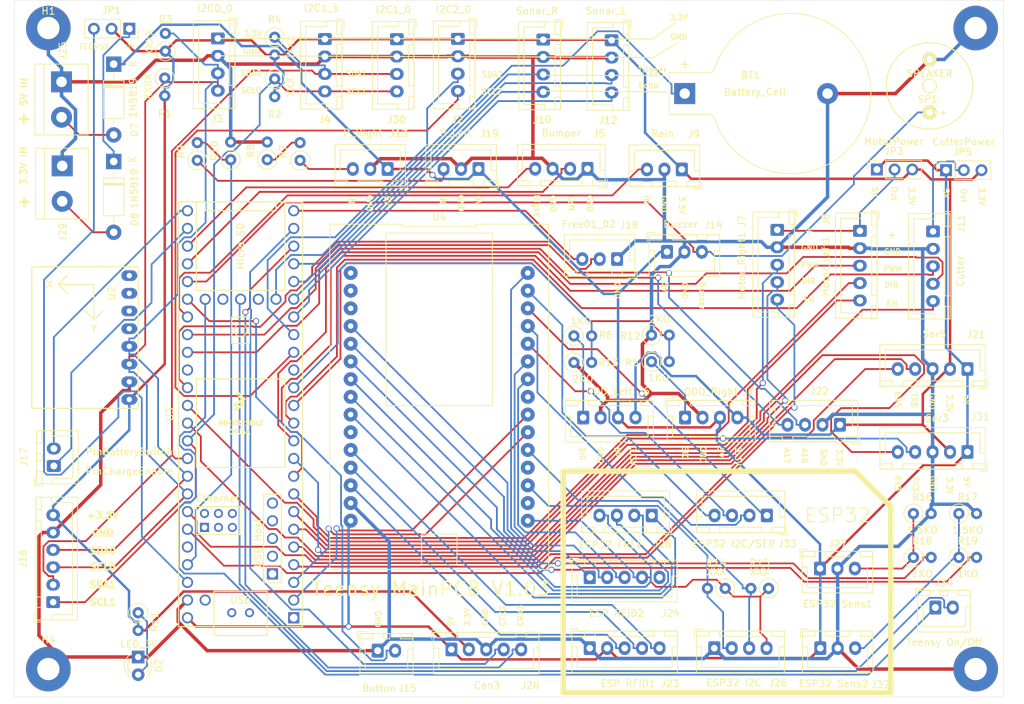
<source format=kicad_pcb>
(kicad_pcb (version 20171130) (host pcbnew "(5.1.12-5-g2758acfd42)-1")
  (layers (0 F.Cu signal) (31 B.Cu signal) (34 B.Paste user) (35 F.Paste user) (36 B.SilkS user) (37 F.SilkS user) (38 B.Mask user) (39 F.Mask user) (44 Edge.Cuts user))
  (net 0 "")
  (net 1 SCL1)
  (net 2 SDA1)
  (net 3 GND)
  (net 4 pinMotorRightPWM)
  (net 5 pinMotorRightDir)
  (net 6 pinMotorLeftPWM)
  (net 7 pinMotorLeftDir)
  (net 8 pinMotorMowPWM)
  (net 9 pinMotorMowDir)
  (net 10 pinMotorMowEnable)
  (net 11 pinBumperLeft)
  (net 12 pinBumperRight)
  (net 13 pinBuzzer)
  (net 14 pinButton)
  (net 15 pinRain)
  (net 16 pinPerimeterLeft)
  (net 17 pinPerimeterRight)
  (net 18 pinBatterySwitch)
  (net 19 SCL0)
  (net 20 SDA0)
  (net 21 +5V)
  (net 22 +3V3)
  (net 23 "Net-(D2-Pad2)")
  (net 24 "Net-(J13-Pad3)")
  (net 25 "Net-(J19-Pad3)")
  (net 26 "Net-(D7-Pad2)")
  (net 27 "Net-(D8-Pad2)")
  (net 28 RX3)
  (net 29 TX3)
  (net 30 pinMotorLeftEnable)
  (net 31 pinChargeEnable)
  (net 32 SCL2)
  (net 33 SDA2)
  (net 34 pinMotorRightEnable)
  (net 35 pinOdometryRight)
  (net 36 pinOdometryLeft)
  (net 37 "Net-(D8-Pad1)")
  (net 38 "Net-(JP1-Pad3)")
  (net 39 "Net-(J1-Pad1)")
  (net 40 "Net-(J6-Pad1)")
  (net 41 "Net-(J7-Pad1)")
  (net 42 "Net-(J11-Pad1)")
  (net 43 RX1)
  (net 44 TX1)
  (net 45 "Net-(BT1-Pad1)")
  (net 46 pinSonarRightEcho)
  (net 47 pinSonarRightTrigger)
  (net 48 pinSonarLeftEcho)
  (net 49 pinSonarLeftTrigger)
  (net 50 CRX3)
  (net 51 CTX3)
  (net 52 RX5)
  (net 53 TX5)
  (net 54 Free01)
  (net 55 FreeA17)
  (net 56 FreeA16)
  (net 57 Free02)
  (net 58 "Net-(J23-Pad5)")
  (net 59 "Net-(J23-Pad4)")
  (net 60 "Net-(J23-Pad3)")
  (net 61 "Net-(J24-Pad4)")
  (net 62 "Net-(J24-Pad3)")
  (net 63 "Net-(J24-Pad2)")
  (net 64 "Net-(J24-Pad1)")
  (net 65 "Net-(J26-Pad3)")
  (net 66 "Net-(J26-Pad2)")
  (net 67 "Net-(J27-Pad3)")
  (net 68 "Net-(J28-Pad4)")
  (net 69 "Net-(J28-Pad3)")
  (net 70 "Net-(J28-Pad2)")
  (net 71 "Net-(J28-Pad1)")
  (net 72 "Net-(J32-Pad3)")
  (net 73 "Net-(J33-Pad4)")
  (net 74 "Net-(J33-Pad3)")
  (net 75 "Net-(J33-Pad2)")
  (net 76 "Net-(J33-Pad1)")
  (net 77 "Net-(R18-Pad2)")
  (net 78 "Net-(R19-Pad2)")
  (net 79 "Net-(J34-Pad2)")
  (net 80 "Net-(J34-Pad1)")
  (net 81 "Net-(J24-Pad5)")
  (net 82 "Net-(R7-Pad2)")
  (net 83 "Net-(U2-Pad5)")
  (net 84 "Net-(U2-Pad6)")
  (net 85 "Net-(U2-Pad7)")
  (net 86 "Net-(U2-Pad8)")
  (net 87 "Net-(U3-Pad49)")
  (net 88 "Net-(U3-Pad59)")
  (net 89 "Net-(U3-Pad58)")
  (net 90 "Net-(U3-Pad57)")
  (net 91 "Net-(U3-Pad56)")
  (net 92 "Net-(U3-Pad55)")
  (net 93 "Net-(U3-Pad1)")
  (net 94 "Net-(U3-Pad34)")
  (net 95 "Net-(U3-Pad15)")
  (net 96 "Net-(U3-Pad60)")
  (net 97 "Net-(U3-Pad65)")
  (net 98 "Net-(U3-Pad61)")
  (net 99 "Net-(U3-Pad64)")
  (net 100 "Net-(U3-Pad63)")
  (net 101 "Net-(U3-Pad62)")
  (net 102 "Net-(U3-Pad51)")
  (net 103 "Net-(U3-Pad53)")
  (net 104 "Net-(U3-Pad67)")
  (net 105 "Net-(U3-Pad66)")
  (net 106 "Net-(U4-Pad17)")
  (net 107 "Net-(U4-Pad19)")
  (net 108 "Net-(U4-Pad10)")
  (net 109 "Net-(U4-Pad23)")
  (net 110 "Net-(U4-Pad3)")
  (net 111 "Net-(U4-Pad2)")
  (net 112 "Net-(U4-Pad1)")
  (module Battery:BatteryHolder_Keystone_103_1x20mm (layer F.Cu) (at 134.267 47.404)
    (fp_text reference BT1 (at 9.4488 -2.6416) (layer F.SilkS))
    (fp_text value Battery_Cell (at 10.0838 -0.2286) (layer F.SilkS))
    (fp_text user + (at 0 -4.318) (layer F.SilkS) (effects (font (size 1.5 1.5))))
    (pad 1 thru_hole rect (at 0 0) (size 3 3) (drill 1.5) (layers *.Cu *.Mask) (net 45 "Net-(BT1-Pad1)"))
    (pad 2 thru_hole circle (at 20.49 0) (size 3 3) (drill 1.5) (layers *.Cu *.Mask) (net 3 GND))
  )
  (module Connector_JST:JST_XH_B2B-XH-A_1x02_P2.50mm_Vertical (layer F.Cu) (at 170.216 121.166)
    (fp_text reference J34 (at 1.25 -3.55) (layer F.SilkS))
    (fp_text value "Teensy On/Off" (at 1.31064 5.0038) (layer F.SilkS))
    (pad 2 thru_hole oval (at 2.5 0) (size 1.7 2) (drill 1) (layers *.Cu *.Mask) (net 79 "Net-(J34-Pad2)"))
    (pad 1 thru_hole roundrect (at 0 0) (size 1.7 2) (drill 1) (layers *.Cu *.Mask) (roundrect_rratio 0.1470588235294118) (net 80 "Net-(J34-Pad1)"))
  )
  (module Resistor_THT:R_Axial_DIN0207_L6.3mm_D2.5mm_P2.54mm_Vertical (layer F.Cu) (at 173.586 113.975)
    (fp_text reference R19 (at 1.27 -2.37) (layer F.SilkS))
    (fp_text value 1KO (at 1.27 2.37) (layer F.SilkS))
    (pad 2 thru_hole oval (at 2.54 0) (size 1.6 1.6) (drill 0.8) (layers *.Cu *.Mask) (net 78 "Net-(R19-Pad2)"))
    (pad 1 thru_hole circle (at 0 0) (size 1.6 1.6) (drill 0.8) (layers *.Cu *.Mask) (net 72 "Net-(J32-Pad3)"))
  )
  (module Resistor_THT:R_Axial_DIN0207_L6.3mm_D2.5mm_P2.54mm_Vertical (layer F.Cu) (at 167.068 113.975)
    (fp_text reference R18 (at 1.27 -2.37) (layer F.SilkS))
    (fp_text value 1KO (at 1.27 2.37) (layer F.SilkS))
    (pad 2 thru_hole oval (at 2.54 0) (size 1.6 1.6) (drill 0.8) (layers *.Cu *.Mask) (net 77 "Net-(R18-Pad2)"))
    (pad 1 thru_hole circle (at 0 0) (size 1.6 1.6) (drill 0.8) (layers *.Cu *.Mask) (net 67 "Net-(J27-Pad3)"))
  )
  (module Resistor_THT:R_Axial_DIN0207_L6.3mm_D2.5mm_P2.54mm_Vertical (layer F.Cu) (at 173.586 107.683)
    (fp_text reference R17 (at 1.27 -2.37) (layer F.SilkS))
    (fp_text value 1.5KO (at 1.27 2.37) (layer F.SilkS))
    (pad 2 thru_hole oval (at 2.54 0) (size 1.6 1.6) (drill 0.8) (layers *.Cu *.Mask) (net 3 GND))
    (pad 1 thru_hole circle (at 0 0) (size 1.6 1.6) (drill 0.8) (layers *.Cu *.Mask) (net 72 "Net-(J32-Pad3)"))
  )
  (module Resistor_THT:R_Axial_DIN0207_L6.3mm_D2.5mm_P2.54mm_Vertical (layer F.Cu) (at 167.068 107.683)
    (fp_text reference R16 (at 1.27 -2.37) (layer F.SilkS))
    (fp_text value 1.5KO (at 1.27 2.37) (layer F.SilkS))
    (pad 2 thru_hole oval (at 2.54 0) (size 1.6 1.6) (drill 0.8) (layers *.Cu *.Mask) (net 3 GND))
    (pad 1 thru_hole circle (at 0 0) (size 1.6 1.6) (drill 0.8) (layers *.Cu *.Mask) (net 67 "Net-(J27-Pad3)"))
  )
  (module Connector_JST:JST_XH_B4B-XH-A_1x04_P2.50mm_Vertical (layer F.Cu) (at 146.05 107.95 180)
    (fp_text reference J33 (at -2.95402 -4.064) (layer F.SilkS))
    (fp_text value "ESP32 I2C/SER" (at 4.73202 -4.064) (layer F.SilkS))
    (pad 4 thru_hole oval (at 7.5 0 180) (size 1.7 1.95) (drill 0.95) (layers *.Cu *.Mask) (net 73 "Net-(J33-Pad4)"))
    (pad 3 thru_hole oval (at 5 0 180) (size 1.7 1.95) (drill 0.95) (layers *.Cu *.Mask) (net 74 "Net-(J33-Pad3)"))
    (pad 2 thru_hole oval (at 2.5 0 180) (size 1.7 1.95) (drill 0.95) (layers *.Cu *.Mask) (net 75 "Net-(J33-Pad2)"))
    (pad 1 thru_hole roundrect (at 0 0 180) (size 1.7 1.95) (drill 0.95) (layers *.Cu *.Mask) (roundrect_rratio 0.1470588235294118) (net 76 "Net-(J33-Pad1)"))
  )
  (module Connector_JST:JST_XH_B3B-XH-A_1x03_P2.50mm_Vertical (layer F.Cu) (at 153.71 127)
    (fp_text reference J32 (at 8.64172 5.23748) (layer F.SilkS))
    (fp_text value "ESP32 Sens2" (at 1.90056 5.10286) (layer F.SilkS))
    (pad 3 thru_hole oval (at 5 0) (size 1.7 1.95) (drill 0.95) (layers *.Cu *.Mask) (net 72 "Net-(J32-Pad3)"))
    (pad 2 thru_hole oval (at 2.5 0) (size 1.7 1.95) (drill 0.95) (layers *.Cu *.Mask) (net 3 GND))
    (pad 1 thru_hole roundrect (at 0 0) (size 1.7 1.95) (drill 0.95) (layers *.Cu *.Mask) (roundrect_rratio 0.1470588235294118) (net 21 +5V))
  )
  (module Connector_JST:JST_XH_B4B-XH-A_1x04_P2.50mm_Vertical (layer F.Cu) (at 129.54 107.95 180)
    (fp_text reference J28 (at -1.53162 -4.064) (layer F.SilkS))
    (fp_text value "ESP32 FREE" (at 5.88264 -4.19862) (layer F.SilkS))
    (pad 4 thru_hole oval (at 7.5 0 180) (size 1.7 1.95) (drill 0.95) (layers *.Cu *.Mask) (net 68 "Net-(J28-Pad4)"))
    (pad 3 thru_hole oval (at 5 0 180) (size 1.7 1.95) (drill 0.95) (layers *.Cu *.Mask) (net 69 "Net-(J28-Pad3)"))
    (pad 2 thru_hole oval (at 2.5 0 180) (size 1.7 1.95) (drill 0.95) (layers *.Cu *.Mask) (net 70 "Net-(J28-Pad2)"))
    (pad 1 thru_hole roundrect (at 0 0 180) (size 1.7 1.95) (drill 0.95) (layers *.Cu *.Mask) (roundrect_rratio 0.1470588235294118) (net 71 "Net-(J28-Pad1)"))
  )
  (module Connector_JST:JST_XH_B3B-XH-A_1x03_P2.50mm_Vertical (layer F.Cu) (at 153.67 115.57)
    (fp_text reference J27 (at 2.54 -3.55) (layer F.SilkS))
    (fp_text value "ESP32 Sens1" (at 2.54 5.08) (layer F.SilkS))
    (pad 3 thru_hole oval (at 5 0) (size 1.7 1.95) (drill 0.95) (layers *.Cu *.Mask) (net 67 "Net-(J27-Pad3)"))
    (pad 2 thru_hole oval (at 2.5 0) (size 1.7 1.95) (drill 0.95) (layers *.Cu *.Mask) (net 3 GND))
    (pad 1 thru_hole roundrect (at 0 0) (size 1.7 1.95) (drill 0.95) (layers *.Cu *.Mask) (roundrect_rratio 0.1470588235294118) (net 21 +5V))
  )
  (module teensy_library-master:ESP32-DEVKIT-V1 (layer F.Cu) (at 99.06 90.932 270)
    (fp_text reference U4 (at -25.78 0) (layer F.SilkS))
    (fp_text value ESP32-DEVKIT-V1)
    (pad 15 thru_hole circle (at 17.78 12.7 270) (size 2 2) (drill 0.8) (layers *.Cu *.Mask) (net 21 +5V))
    (pad 16 thru_hole circle (at 17.78 -12.7 270) (size 2 2) (drill 0.8) (layers *.Cu *.Mask) (net 61 "Net-(J24-Pad4)"))
    (pad 14 thru_hole circle (at 15.24 12.7 270) (size 2 2) (drill 0.8) (layers *.Cu *.Mask) (net 3 GND))
    (pad 17 thru_hole circle (at 15.24 -12.7 270) (size 2 2) (drill 0.8) (layers *.Cu *.Mask) (net 106 "Net-(U4-Pad17)"))
    (pad 13 thru_hole circle (at 12.7 12.7 270) (size 2 2) (drill 0.8) (layers *.Cu *.Mask) (net 60 "Net-(J23-Pad3)"))
    (pad 18 thru_hole circle (at 12.7 -12.7 270) (size 2 2) (drill 0.8) (layers *.Cu *.Mask) (net 66 "Net-(J26-Pad2)"))
    (pad 12 thru_hole circle (at 10.16 12.7 270) (size 2 2) (drill 0.8) (layers *.Cu *.Mask) (net 59 "Net-(J23-Pad4)"))
    (pad 19 thru_hole circle (at 10.16 -12.7 270) (size 2 2) (drill 0.8) (layers *.Cu *.Mask) (net 107 "Net-(U4-Pad19)"))
    (pad 11 thru_hole circle (at 7.62 12.7 270) (size 2 2) (drill 0.8) (layers *.Cu *.Mask) (net 58 "Net-(J23-Pad5)"))
    (pad 20 thru_hole circle (at 7.62 -12.7 270) (size 2 2) (drill 0.8) (layers *.Cu *.Mask) (net 65 "Net-(J26-Pad3)"))
    (pad 10 thru_hole circle (at 5.08 12.7 270) (size 2 2) (drill 0.8) (layers *.Cu *.Mask) (net 108 "Net-(U4-Pad10)"))
    (pad 21 thru_hole circle (at 5.08 -12.7 270) (size 2 2) (drill 0.8) (layers *.Cu *.Mask) (net 44 TX1))
    (pad 9 thru_hole circle (at 2.54 12.7 270) (size 2 2) (drill 0.8) (layers *.Cu *.Mask) (net 71 "Net-(J28-Pad1)"))
    (pad 22 thru_hole circle (at 2.54 -12.7 270) (size 2 2) (drill 0.8) (layers *.Cu *.Mask) (net 43 RX1))
    (pad 8 thru_hole circle (at 0 12.7 270) (size 2 2) (drill 0.8) (layers *.Cu *.Mask) (net 70 "Net-(J28-Pad2)"))
    (pad 23 thru_hole circle (at 0 -12.7 270) (size 2 2) (drill 0.8) (layers *.Cu *.Mask) (net 109 "Net-(U4-Pad23)"))
    (pad 7 thru_hole circle (at -2.54 12.7 270) (size 2 2) (drill 0.8) (layers *.Cu *.Mask) (net 69 "Net-(J28-Pad3)"))
    (pad 24 thru_hole circle (at -2.54 -12.7 270) (size 2 2) (drill 0.8) (layers *.Cu *.Mask) (net 62 "Net-(J24-Pad3)"))
    (pad 6 thru_hole circle (at -5.08 12.7 270) (size 2 2) (drill 0.8) (layers *.Cu *.Mask) (net 68 "Net-(J28-Pad4)"))
    (pad 25 thru_hole circle (at -5.08 -12.7 270) (size 2 2) (drill 0.8) (layers *.Cu *.Mask) (net 63 "Net-(J24-Pad2)"))
    (pad 5 thru_hole circle (at -7.62 12.7 270) (size 2 2) (drill 0.8) (layers *.Cu *.Mask) (net 78 "Net-(R19-Pad2)"))
    (pad 26 thru_hole circle (at -7.62 -12.7 270) (size 2 2) (drill 0.8) (layers *.Cu *.Mask) (net 74 "Net-(J33-Pad3)"))
    (pad 4 thru_hole circle (at -10.16 12.7 270) (size 2 2) (drill 0.8) (layers *.Cu *.Mask) (net 77 "Net-(R18-Pad2)"))
    (pad 27 thru_hole circle (at -10.16 -12.7 270) (size 2 2) (drill 0.8) (layers *.Cu *.Mask) (net 75 "Net-(J33-Pad2)"))
    (pad 3 thru_hole circle (at -12.7 12.7 270) (size 2 2) (drill 0.8) (layers *.Cu *.Mask) (net 110 "Net-(U4-Pad3)"))
    (pad 28 thru_hole circle (at -12.7 -12.7 270) (size 2 2) (drill 0.8) (layers *.Cu *.Mask) (net 76 "Net-(J33-Pad1)"))
    (pad 2 thru_hole circle (at -15.24 12.7 270) (size 2 2) (drill 0.8) (layers *.Cu *.Mask) (net 111 "Net-(U4-Pad2)"))
    (pad 29 thru_hole circle (at -15.24 -12.7 270) (size 2 2) (drill 0.8) (layers *.Cu *.Mask) (net 73 "Net-(J33-Pad4)"))
    (pad 1 thru_hole circle (at -17.78 12.7 270) (size 2 2) (drill 0.8) (layers *.Cu *.Mask) (net 112 "Net-(U4-Pad1)"))
    (pad 30 thru_hole circle (at -17.78 -12.7 270) (size 2 2) (drill 0.8) (layers *.Cu *.Mask) (net 64 "Net-(J24-Pad1)"))
  )
  (module Resistor_THT:R_Axial_DIN0207_L6.3mm_D2.5mm_P2.54mm_Vertical (layer F.Cu) (at 146.296 118.42 180)
    (fp_text reference R15 (at 1.27 3.683) (layer F.SilkS))
    (fp_text value XXX (at 1.27 2.37) (layer F.SilkS))
    (pad 2 thru_hole oval (at 2.54 0 180) (size 1.6 1.6) (drill 0.8) (layers *.Cu *.Mask) (net 65 "Net-(J26-Pad3)"))
    (pad 1 thru_hole circle (at 0 0 180) (size 1.6 1.6) (drill 0.8) (layers *.Cu *.Mask) (net 61 "Net-(J24-Pad4)"))
  )
  (module Resistor_THT:R_Axial_DIN0207_L6.3mm_D2.5mm_P2.54mm_Vertical (layer F.Cu) (at 140.073 118.42 180)
    (fp_text reference R14 (at 1.27 3.683) (layer F.SilkS))
    (fp_text value XXX (at 1.27 2.37) (layer F.SilkS))
    (pad 2 thru_hole oval (at 2.54 0 180) (size 1.6 1.6) (drill 0.8) (layers *.Cu *.Mask) (net 66 "Net-(J26-Pad2)"))
    (pad 1 thru_hole circle (at 0 0 180) (size 1.6 1.6) (drill 0.8) (layers *.Cu *.Mask) (net 61 "Net-(J24-Pad4)"))
  )
  (module Connector_JST:JST_XH_B4B-XH-A_1x04_P2.50mm_Vertical (layer F.Cu) (at 138.51 127)
    (fp_text reference J26 (at 9.14528 4.96824) (layer F.SilkS))
    (fp_text value "ESP32 I2C" (at 2.80798 4.96824) (layer F.SilkS))
    (pad 4 thru_hole oval (at 7.5 0) (size 1.7 1.95) (drill 0.95) (layers *.Cu *.Mask) (net 61 "Net-(J24-Pad4)"))
    (pad 3 thru_hole oval (at 5 0) (size 1.7 1.95) (drill 0.95) (layers *.Cu *.Mask) (net 65 "Net-(J26-Pad3)"))
    (pad 2 thru_hole oval (at 2.5 0) (size 1.7 1.95) (drill 0.95) (layers *.Cu *.Mask) (net 66 "Net-(J26-Pad2)"))
    (pad 1 thru_hole roundrect (at 0 0) (size 1.7 1.95) (drill 0.95) (layers *.Cu *.Mask) (roundrect_rratio 0.1470588235294118) (net 3 GND))
  )
  (module Connector_JST:JST_XH_B5B-XH-A_1x05_P2.50mm_Vertical (layer F.Cu) (at 120.65 116.84)
    (fp_text reference J24 (at 11.63574 5.15112) (layer F.SilkS))
    (fp_text value "ESP RFID2" (at 3.81508 5.15112) (layer F.SilkS))
    (pad 5 thru_hole oval (at 10 0) (size 1.7 1.95) (drill 0.95) (layers *.Cu *.Mask) (net 81 "Net-(J24-Pad5)"))
    (pad 4 thru_hole oval (at 7.5 0) (size 1.7 1.95) (drill 0.95) (layers *.Cu *.Mask) (net 61 "Net-(J24-Pad4)"))
    (pad 3 thru_hole oval (at 5 0) (size 1.7 1.95) (drill 0.95) (layers *.Cu *.Mask) (net 62 "Net-(J24-Pad3)"))
    (pad 2 thru_hole oval (at 2.5 0) (size 1.7 1.95) (drill 0.95) (layers *.Cu *.Mask) (net 63 "Net-(J24-Pad2)"))
    (pad 1 thru_hole roundrect (at 0 0) (size 1.7 1.95) (drill 0.95) (layers *.Cu *.Mask) (roundrect_rratio 0.1470588235294118) (net 64 "Net-(J24-Pad1)"))
  )
  (module Connector_JST:JST_XH_B5B-XH-A_1x05_P2.50mm_Vertical (layer F.Cu) (at 120.65 127)
    (fp_text reference J23 (at 11.50112 5.10286) (layer F.SilkS))
    (fp_text value "ESP RFID1" (at 5.461 5.08) (layer F.SilkS))
    (pad 5 thru_hole oval (at 10 0) (size 1.7 1.95) (drill 0.95) (layers *.Cu *.Mask) (net 58 "Net-(J23-Pad5)"))
    (pad 4 thru_hole oval (at 7.5 0) (size 1.7 1.95) (drill 0.95) (layers *.Cu *.Mask) (net 59 "Net-(J23-Pad4)"))
    (pad 3 thru_hole oval (at 5 0) (size 1.7 1.95) (drill 0.95) (layers *.Cu *.Mask) (net 60 "Net-(J23-Pad3)"))
    (pad 2 thru_hole oval (at 2.5 0) (size 1.7 1.95) (drill 0.95) (layers *.Cu *.Mask) (net 21 +5V))
    (pad 1 thru_hole roundrect (at 0 0) (size 1.7 1.95) (drill 0.95) (layers *.Cu *.Mask) (roundrect_rratio 0.1470588235294118) (net 3 GND))
  )
  (module Connector_JST:JST_XH_B4B-XH-A_1x04_P2.50mm_Vertical (layer F.Cu) (at 156.522 94.9401 180)
    (fp_text reference J22 (at 2.921 4.826) (layer F.SilkS))
    (fp_text value FreeA16_A17)
    (pad 4 thru_hole oval (at 7.5 0 180) (size 1.7 1.95) (drill 0.95) (layers *.Cu *.Mask) (net 55 FreeA17))
    (pad 3 thru_hole oval (at 5 0 180) (size 1.7 1.95) (drill 0.95) (layers *.Cu *.Mask) (net 56 FreeA16))
    (pad 2 thru_hole oval (at 2.5 0 180) (size 1.7 1.95) (drill 0.95) (layers *.Cu *.Mask) (net 3 GND))
    (pad 1 thru_hole roundrect (at 0 0 180) (size 1.7 1.95) (drill 0.95) (layers *.Cu *.Mask) (roundrect_rratio 0.1470588235294118) (net 22 +3V3))
  )
  (module Connector_JST:JST_XH_B3B-XH-A_1x03_P2.50mm_Vertical (layer F.Cu) (at 124.572 71.1606 180)
    (fp_text reference J18 (at -1.73482 4.90728) (layer F.SilkS))
    (fp_text value Free01_02 (at 4.07162 4.99872) (layer F.SilkS))
    (pad 3 thru_hole oval (at 5 0 180) (size 1.7 1.95) (drill 0.95) (layers *.Cu *.Mask) (net 57 Free02))
    (pad 2 thru_hole oval (at 2.5 0 180) (size 1.7 1.95) (drill 0.95) (layers *.Cu *.Mask) (net 54 Free01))
    (pad 1 thru_hole roundrect (at 0 0 180) (size 1.7 1.95) (drill 0.95) (layers *.Cu *.Mask) (roundrect_rratio 0.1470588235294118) (net 3 GND))
  )
  (module Connector_JST:JST_XH_B5B-XH-A_1x05_P2.50mm_Vertical (layer F.Cu) (at 174.821 86.9366 180)
    (fp_text reference J21 (at -1.23952 4.93014) (layer F.SilkS))
    (fp_text value Ser5 (at 4.75234 5.02412) (layer F.SilkS))
    (pad 5 thru_hole oval (at 10 0 180) (size 1.7 1.95) (drill 0.95) (layers *.Cu *.Mask) (net 52 RX5))
    (pad 4 thru_hole oval (at 7.5 0 180) (size 1.7 1.95) (drill 0.95) (layers *.Cu *.Mask) (net 53 TX5))
    (pad 3 thru_hole oval (at 5 0 180) (size 1.7 1.95) (drill 0.95) (layers *.Cu *.Mask) (net 3 GND))
    (pad 2 thru_hole oval (at 2.5 0 180) (size 1.7 1.95) (drill 0.95) (layers *.Cu *.Mask) (net 22 +3V3))
    (pad 1 thru_hole roundrect (at 0 0 180) (size 1.7 1.95) (drill 0.95) (layers *.Cu *.Mask) (roundrect_rratio 0.1470588235294118) (net 21 +5V))
  )
  (module Connector_JST:JST_XH_B5B-XH-A_1x05_P2.50mm_Vertical (layer F.Cu) (at 100.808 127.183)
    (fp_text reference J20 (at 11.30554 5.13842) (layer F.SilkS))
    (fp_text value Can3 (at 5.10286 5.13842) (layer F.SilkS))
    (pad 5 thru_hole oval (at 10 0) (size 1.7 1.95) (drill 0.95) (layers *.Cu *.Mask) (net 50 CRX3))
    (pad 4 thru_hole oval (at 7.5 0) (size 1.7 1.95) (drill 0.95) (layers *.Cu *.Mask) (net 51 CTX3))
    (pad 3 thru_hole oval (at 5 0) (size 1.7 1.95) (drill 0.95) (layers *.Cu *.Mask) (net 3 GND))
    (pad 2 thru_hole oval (at 2.5 0) (size 1.7 1.95) (drill 0.95) (layers *.Cu *.Mask) (net 22 +3V3))
    (pad 1 thru_hole roundrect (at 0 0) (size 1.7 1.95) (drill 0.95) (layers *.Cu *.Mask) (roundrect_rratio 0.1470588235294118) (net 21 +5V))
  )
  (module Connector_JST:JST_XH_B2B-XH-A_1x02_P2.50mm_Vertical (layer F.Cu) (at 43.7845 100.851 90)
    (fp_text reference J17 (at 1.27 -4.318 90) (layer F.SilkS))
    (fp_text value Power_PCB2 hide)
    (pad 2 thru_hole oval (at 2.5 0 90) (size 1.7 2) (drill 1) (layers *.Cu *.Mask) (net 18 pinBatterySwitch))
    (pad 1 thru_hole roundrect (at 0 0 90) (size 1.7 2) (drill 1) (layers *.Cu *.Mask) (roundrect_rratio 0.1470588235294118) (net 31 pinChargeEnable))
  )
  (module Connector_JST:JST_XH_B6B-XH-A_1x06_P2.50mm_Vertical (layer F.Cu) (at 43.688 120.396 90)
    (fp_text reference J16 (at 6.25 -4.318 90) (layer F.SilkS))
    (fp_text value Power_PCB1)
    (pad 6 thru_hole oval (at 12.5 0 90) (size 1.7 1.95) (drill 0.95) (layers *.Cu *.Mask) (net 22 +3V3))
    (pad 5 thru_hole oval (at 10 0 90) (size 1.7 1.95) (drill 0.95) (layers *.Cu *.Mask) (net 3 GND))
    (pad 4 thru_hole oval (at 7.5 0 90) (size 1.7 1.95) (drill 0.95) (layers *.Cu *.Mask) (net 20 SDA0))
    (pad 3 thru_hole oval (at 5 0 90) (size 1.7 1.95) (drill 0.95) (layers *.Cu *.Mask) (net 19 SCL0))
    (pad 2 thru_hole oval (at 2.5 0 90) (size 1.7 1.95) (drill 0.95) (layers *.Cu *.Mask) (net 2 SDA1))
    (pad 1 thru_hole roundrect (at 0 0 90) (size 1.7 1.95) (drill 0.95) (layers *.Cu *.Mask) (roundrect_rratio 0.1470588235294118) (net 1 SCL1))
  )
  (module Connector_JST:JST_XH_B4B-XH-A_1x04_P2.50mm_Vertical (layer F.Cu) (at 67.31 39.49 270)
    (fp_text reference J3 (at 11.5259 0.1016 180) (layer F.SilkS) (effects (font (thickness 0.2))))
    (fp_text value I2C0_0 (at -4.311 0.41402 180) (layer F.SilkS))
    (pad 4 thru_hole oval (at 7.5 0 270) (size 1.7 1.95) (drill 0.95) (layers *.Cu *.Mask) (net 19 SCL0))
    (pad 3 thru_hole oval (at 5 0 270) (size 1.7 1.95) (drill 0.95) (layers *.Cu *.Mask) (net 20 SDA0))
    (pad 2 thru_hole oval (at 2.5 0 270) (size 1.7 1.95) (drill 0.95) (layers *.Cu *.Mask) (net 3 GND))
    (pad 1 thru_hole roundrect (at 0 0 270) (size 1.7 1.95) (drill 0.95) (layers *.Cu *.Mask) (roundrect_rratio 0.1470588235294118) (net 22 +3V3))
  )
  (module teensy_library-master:GY-521 (layer F.Cu) (at 55.8775 92.5805 90)
    (fp_text reference U2 (at 16.51 -3.81 90) (layer F.SilkS))
    (fp_text value GY-521)
    (fp_text user Y (at 11.43 -6.35) (layer F.SilkS))
    (fp_text user X (at 17.78 -12.7) (layer F.SilkS))
    (pad 1 thru_hole oval (at 1.27 -1.27 90) (size 1.524 2.268) (drill 0.762) (layers *.Cu *.Mask) (net 22 +3V3))
    (pad 2 thru_hole oval (at 3.81 -1.27 90) (size 1.524 2.268) (drill 0.762) (layers *.Cu *.Mask) (net 3 GND))
    (pad 3 thru_hole oval (at 6.35 -1.27 90) (size 1.524 2.268) (drill 0.762) (layers *.Cu *.Mask) (net 19 SCL0))
    (pad 4 thru_hole oval (at 8.89 -1.27 90) (size 1.524 2.268) (drill 0.762) (layers *.Cu *.Mask) (net 20 SDA0))
    (pad 5 thru_hole oval (at 11.43 -1.27 90) (size 1.524 2.268) (drill 0.762) (layers *.Cu *.Mask) (net 83 "Net-(U2-Pad5)"))
    (pad 6 thru_hole oval (at 13.97 -1.27 90) (size 1.524 2.268) (drill 0.762) (layers *.Cu *.Mask) (net 84 "Net-(U2-Pad6)"))
    (pad 7 thru_hole oval (at 16.51 -1.27 90) (size 1.524 2.268) (drill 0.762) (layers *.Cu *.Mask) (net 85 "Net-(U2-Pad7)"))
    (pad 8 thru_hole oval (at 19.05 -1.27 90) (size 1.524 2.268) (drill 0.762) (layers *.Cu *.Mask) (net 86 "Net-(U2-Pad8)"))
  )
  (module Resistor_THT:R_Axial_DIN0207_L6.3mm_D2.5mm_P2.54mm_Vertical (layer F.Cu) (at 59.784 41.3156 90)
    (fp_text reference R3 (at 4.572 0 180) (layer F.SilkS))
    (fp_text value XXXX (at 1.27 -2.286 90) (layer F.SilkS))
    (pad 2 thru_hole oval (at 2.54 0 90) (size 1.6 1.6) (drill 0.8) (layers *.Cu *.Mask) (net 20 SDA0))
    (pad 1 thru_hole circle (at 0 0 90) (size 1.6 1.6) (drill 0.8) (layers *.Cu *.Mask) (net 22 +3V3))
  )
  (module Resistor_THT:R_Axial_DIN0207_L6.3mm_D2.5mm_P2.54mm_Vertical (layer F.Cu) (at 59.6925 45.179 270)
    (fp_text reference R1 (at 5.08 0 180) (layer F.SilkS))
    (fp_text value XXXX (at 1.27 2.37 90) (layer F.SilkS))
    (pad 2 thru_hole oval (at 2.54 0 270) (size 1.6 1.6) (drill 0.8) (layers *.Cu *.Mask) (net 22 +3V3))
    (pad 1 thru_hole circle (at 0 0 270) (size 1.6 1.6) (drill 0.8) (layers *.Cu *.Mask) (net 19 SCL0))
  )
  (module MountingHole:MountingHole_3.2mm_M3_Pad_TopBottom (layer F.Cu) (at 43 130)
    (fp_text reference H4 (at 0 -4.2) (layer F.SilkS))
    (fp_text value MountingHole_Pad)
    (pad 1 connect circle (at 0 0) (size 6.4 6.4) (layers B.Cu B.Mask) (net 3 GND))
    (pad 1 connect circle (at 0 0) (size 6.4 6.4) (layers F.Cu F.Mask) (net 3 GND))
    (pad 1 thru_hole circle (at 0 0) (size 3.6 3.6) (drill 3.2) (layers *.Cu *.Mask) (net 3 GND))
  )
  (module MountingHole:MountingHole_3.2mm_M3_Pad_TopBottom (layer F.Cu) (at 176 130)
    (fp_text reference H3 hide)
    (fp_text value MountingHole_Pad)
    (pad 1 connect circle (at 0 0) (size 6.4 6.4) (layers B.Cu B.Mask) (net 3 GND))
    (pad 1 connect circle (at 0 0) (size 6.4 6.4) (layers F.Cu F.Mask) (net 3 GND))
    (pad 1 thru_hole circle (at 0 0) (size 3.6 3.6) (drill 3.2) (layers *.Cu *.Mask) (net 3 GND))
  )
  (module MountingHole:MountingHole_3.2mm_M3_Pad_TopBottom (layer F.Cu) (at 176 38)
    (fp_text reference H2 hide)
    (fp_text value MountingHole_Pad hide)
    (pad 1 connect circle (at 0 0) (size 6.4 6.4) (layers B.Cu B.Mask) (net 3 GND))
    (pad 1 connect circle (at 0 0) (size 6.4 6.4) (layers F.Cu F.Mask) (net 3 GND))
    (pad 1 thru_hole circle (at 0 0) (size 3.6 3.6) (drill 3.2) (layers *.Cu *.Mask) (net 3 GND))
  )
  (module MountingHole:MountingHole_3.2mm_M3_Pad_TopBottom (layer F.Cu) (at 43 38)
    (fp_text reference H1 (at 0 -2.44) (layer F.SilkS))
    (fp_text value MountingHole_Pad hide)
    (pad 1 connect circle (at 0 0) (size 6.4 6.4) (layers B.Cu B.Mask) (net 3 GND))
    (pad 1 connect circle (at 0 0) (size 6.4 6.4) (layers F.Cu F.Mask) (net 3 GND))
    (pad 1 thru_hole circle (at 0 0) (size 3.6 3.6) (drill 3.2) (layers *.Cu *.Mask) (net 3 GND))
  )
  (module Resistor_THT:R_Axial_DIN0207_L6.3mm_D2.5mm_P2.54mm_Vertical (layer F.Cu) (at 118.377 85.9942)
    (fp_text reference R13 (at 4.953 0) (layer F.SilkS))
    (fp_text value 2KO (at 1.27 2.37) (layer F.SilkS))
    (pad 2 thru_hole oval (at 2.54 0) (size 1.6 1.6) (drill 0.8) (layers *.Cu *.Mask) (net 36 pinOdometryLeft))
    (pad 1 thru_hole circle (at 0 0) (size 1.6 1.6) (drill 0.8) (layers *.Cu *.Mask) (net 3 GND))
  )
  (module Resistor_THT:R_Axial_DIN0207_L6.3mm_D2.5mm_P2.54mm_Vertical (layer F.Cu) (at 129.507 82.0699)
    (fp_text reference R12 (at -3.048 0.127) (layer F.SilkS))
    (fp_text value 2KO (at 1.143 -2.286) (layer F.SilkS))
    (pad 2 thru_hole oval (at 2.54 0) (size 1.6 1.6) (drill 0.8) (layers *.Cu *.Mask) (net 35 pinOdometryRight))
    (pad 1 thru_hole circle (at 0 0) (size 1.6 1.6) (drill 0.8) (layers *.Cu *.Mask) (net 3 GND))
  )
  (module Resistor_THT:R_Axial_DIN0207_L6.3mm_D2.5mm_P2.54mm_Vertical (layer F.Cu) (at 118.377 82.1842)
    (fp_text reference R6 (at 4.572 -0.127) (layer F.SilkS))
    (fp_text value 1KO (at 1.016 -2.159) (layer F.SilkS))
    (pad 2 thru_hole oval (at 2.54 0) (size 1.6 1.6) (drill 0.8) (layers *.Cu *.Mask) (net 36 pinOdometryLeft))
    (pad 1 thru_hole circle (at 0 0) (size 1.6 1.6) (drill 0.8) (layers *.Cu *.Mask) (net 40 "Net-(J6-Pad1)"))
  )
  (module Resistor_THT:R_Axial_DIN0207_L6.3mm_D2.5mm_P2.54mm_Vertical (layer F.Cu) (at 129.507 85.8799)
    (fp_text reference R5 (at -2.794 0.127) (layer F.SilkS))
    (fp_text value 1KO (at 1.016 2.286) (layer F.SilkS))
    (pad 2 thru_hole oval (at 2.54 0) (size 1.6 1.6) (drill 0.8) (layers *.Cu *.Mask) (net 35 pinOdometryRight))
    (pad 1 thru_hole circle (at 0 0) (size 1.6 1.6) (drill 0.8) (layers *.Cu *.Mask) (net 39 "Net-(J1-Pad1)"))
  )
  (module Connector_PinSocket_2.54mm:PinSocket_1x03_P2.54mm_Vertical (layer F.Cu) (at 171.752 58.3971 90)
    (fp_text reference JP5 (at 2.58826 2.35712 180) (layer F.SilkS))
    (fp_text value CutterPower (at 4.06908 2.5146 180) (layer F.SilkS))
    (pad 3 thru_hole oval (at 0 5.08 90) (size 1.7 1.7) (drill 1) (layers *.Cu *.Mask) (net 22 +3V3))
    (pad 2 thru_hole oval (at 0 2.54 90) (size 1.7 1.7) (drill 1) (layers *.Cu *.Mask) (net 42 "Net-(J11-Pad1)"))
    (pad 1 thru_hole rect (at 0 0 90) (size 1.7 1.7) (drill 1) (layers *.Cu *.Mask) (net 21 +5V))
  )
  (module Connector_PinSocket_2.54mm:PinSocket_1x03_P2.54mm_Vertical (layer F.Cu) (at 161.828 58.3032 90)
    (fp_text reference JP3 (at 2.64414 2.43586 180) (layer F.SilkS))
    (fp_text value MotorPower (at 4.04622 2.43586 180) (layer F.SilkS))
    (pad 3 thru_hole oval (at 0 5.08 90) (size 1.7 1.7) (drill 1) (layers *.Cu *.Mask) (net 22 +3V3))
    (pad 2 thru_hole oval (at 0 2.54 90) (size 1.7 1.7) (drill 1) (layers *.Cu *.Mask) (net 41 "Net-(J7-Pad1)"))
    (pad 1 thru_hole rect (at 0 0 90) (size 1.7 1.7) (drill 1) (layers *.Cu *.Mask) (net 21 +5V))
  )
  (module Connector_JST:JST_XH_B5B-XH-A_1x05_P2.50mm_Vertical (layer F.Cu) (at 169.878 67.1932 270)
    (fp_text reference J11 (at -1.13538 -4.02844 90) (layer F.SilkS))
    (fp_text value Cutter (at 5.71754 -3.93446 90) (layer F.SilkS))
    (pad 5 thru_hole oval (at 10 0 270) (size 1.7 1.95) (drill 0.95) (layers *.Cu *.Mask) (net 10 pinMotorMowEnable))
    (pad 4 thru_hole oval (at 7.5 0 270) (size 1.7 1.95) (drill 0.95) (layers *.Cu *.Mask) (net 9 pinMotorMowDir))
    (pad 3 thru_hole oval (at 5 0 270) (size 1.7 1.95) (drill 0.95) (layers *.Cu *.Mask) (net 8 pinMotorMowPWM))
    (pad 2 thru_hole oval (at 2.5 0 270) (size 1.7 1.95) (drill 0.95) (layers *.Cu *.Mask) (net 3 GND))
    (pad 1 thru_hole roundrect (at 0 0 270) (size 1.7 1.95) (drill 0.95) (layers *.Cu *.Mask) (roundrect_rratio 0.1470588235294118) (net 42 "Net-(J11-Pad1)"))
  )
  (module Connector_JST:JST_XH_B5B-XH-A_1x05_P2.50mm_Vertical (layer F.Cu) (at 159.393 67.1043 270)
    (fp_text reference J8 hide)
    (fp_text value Motor_Left1 (at 5.07238 4.9149 90) (layer F.SilkS))
    (fp_text user %R (at -1.6256 4.90728 90) (layer F.SilkS))
    (pad 5 thru_hole oval (at 10 0 270) (size 1.7 1.95) (drill 0.95) (layers *.Cu *.Mask) (net 30 pinMotorLeftEnable))
    (pad 4 thru_hole oval (at 7.5 0 270) (size 1.7 1.95) (drill 0.95) (layers *.Cu *.Mask) (net 7 pinMotorLeftDir))
    (pad 3 thru_hole oval (at 5 0 270) (size 1.7 1.95) (drill 0.95) (layers *.Cu *.Mask) (net 6 pinMotorLeftPWM))
    (pad 2 thru_hole oval (at 2.5 0 270) (size 1.7 1.95) (drill 0.95) (layers *.Cu *.Mask) (net 3 GND))
    (pad 1 thru_hole roundrect (at 0 0 270) (size 1.7 1.95) (drill 0.95) (layers *.Cu *.Mask) (roundrect_rratio 0.1470588235294118) (net 41 "Net-(J7-Pad1)"))
  )
  (module Connector_JST:JST_XH_B5B-XH-A_1x05_P2.50mm_Vertical (layer F.Cu) (at 147.541 66.9646 270)
    (fp_text reference J7 (at -1.26238 5.07746 90) (layer F.SilkS))
    (fp_text value Motor_Right1 (at 5.15112 5.11048 90) (layer F.SilkS))
    (pad 5 thru_hole oval (at 10 0 270) (size 1.7 1.95) (drill 0.95) (layers *.Cu *.Mask) (net 34 pinMotorRightEnable))
    (pad 4 thru_hole oval (at 7.5 0 270) (size 1.7 1.95) (drill 0.95) (layers *.Cu *.Mask) (net 5 pinMotorRightDir))
    (pad 3 thru_hole oval (at 5 0 270) (size 1.7 1.95) (drill 0.95) (layers *.Cu *.Mask) (net 4 pinMotorRightPWM))
    (pad 2 thru_hole oval (at 2.5 0 270) (size 1.7 1.95) (drill 0.95) (layers *.Cu *.Mask) (net 3 GND))
    (pad 1 thru_hole roundrect (at 0 0 270) (size 1.7 1.95) (drill 0.95) (layers *.Cu *.Mask) (roundrect_rratio 0.1470588235294118) (net 41 "Net-(J7-Pad1)"))
  )
  (module Connector_JST:JST_XH_B4B-XH-A_1x04_P2.50mm_Vertical (layer F.Cu) (at 119.711 93.9038)
    (fp_text reference J6 (at 8.69634 -3.76682) (layer F.SilkS))
    (fp_text value ODO_Left (at 3.74842 -3.76682) (layer F.SilkS))
    (pad 4 thru_hole oval (at 7.5 0) (size 1.7 1.95) (drill 0.95) (layers *.Cu *.Mask) (net 22 +3V3))
    (pad 3 thru_hole oval (at 5 0) (size 1.7 1.95) (drill 0.95) (layers *.Cu *.Mask) (net 21 +5V))
    (pad 2 thru_hole oval (at 2.5 0) (size 1.7 1.95) (drill 0.95) (layers *.Cu *.Mask) (net 3 GND))
    (pad 1 thru_hole roundrect (at 0 0) (size 1.7 1.95) (drill 0.95) (layers *.Cu *.Mask) (roundrect_rratio 0.1470588235294118) (net 40 "Net-(J6-Pad1)"))
  )
  (module Connector_JST:JST_XH_B4B-XH-A_1x04_P2.50mm_Vertical (layer F.Cu) (at 134.323 93.9038)
    (fp_text reference J1 (at 9.0805 -3.65252) (layer F.SilkS))
    (fp_text value ODO_Right (at 3.67538 -3.69062) (layer F.SilkS))
    (pad 4 thru_hole oval (at 7.5 0) (size 1.7 1.95) (drill 0.95) (layers *.Cu *.Mask) (net 22 +3V3))
    (pad 3 thru_hole oval (at 5 0) (size 1.7 1.95) (drill 0.95) (layers *.Cu *.Mask) (net 21 +5V))
    (pad 2 thru_hole oval (at 2.5 0) (size 1.7 1.95) (drill 0.95) (layers *.Cu *.Mask) (net 3 GND))
    (pad 1 thru_hole roundrect (at 0 0) (size 1.7 1.95) (drill 0.95) (layers *.Cu *.Mask) (roundrect_rratio 0.1470588235294118) (net 39 "Net-(J1-Pad1)"))
  )
  (module Connector_PinSocket_2.54mm:PinSocket_1x03_P2.54mm_Vertical (layer F.Cu) (at 54.61 38.1 270)
    (fp_text reference JP1 (at -2.667 2.54 180) (layer F.SilkS) (effects (font (thickness 0.2))))
    (fp_text value Jumper_3.3V)
    (pad 3 thru_hole oval (at 0 5.08 270) (size 1.7 1.7) (drill 1) (layers *.Cu *.Mask) (net 38 "Net-(JP1-Pad3)"))
    (pad 2 thru_hole oval (at 0 2.54 270) (size 1.7 1.7) (drill 1) (layers *.Cu *.Mask) (net 22 +3V3))
    (pad 1 thru_hole rect (at 0 0 270) (size 1.7 1.7) (drill 1) (layers *.Cu *.Mask) (net 37 "Net-(D8-Pad1)"))
  )
  (module teensy_library-master:Teensy41 (layer F.Cu) (at 70.5764 93.4314 90)
    (fp_text reference U3 (at 0 -10.16 90) (layer F.SilkS))
    (fp_text value Teensy4.1)
    (fp_text user DVJ6A (at -2.54 -0.18 180) (layer F.SilkS) (effects (font (size 0.7 0.7))))
    (fp_text user MIMXRT1062 (at -1.27 0 180) (layer F.SilkS) (effects (font (size 0.7 0.7))))
    (fp_text user "Micro SD" (at 24.13 0 90) (layer F.SilkS))
    (fp_text user USB (at -26.67 0 180) (layer F.SilkS))
    (fp_text user Ethernet (at -12.065 -3.2766) (layer F.SilkS))
    (fp_text user "USB Host" (at -18.4658 2.4892 90) (layer F.SilkS))
    (pad 49 thru_hole circle (at -26.67 -5.08 90) (size 1.6 1.6) (drill 1.1) (layers *.Cu *.Mask) (net 87 "Net-(U3-Pad49)"))
    (pad 59 thru_hole circle (at -12.7508 4.5692 90) (size 1.6 1.6) (drill 1.1) (layers *.Cu *.Mask) (net 88 "Net-(U3-Pad59)"))
    (pad 58 thru_hole circle (at -15.2908 4.5692 90) (size 1.6 1.6) (drill 1.1) (layers *.Cu *.Mask) (net 89 "Net-(U3-Pad58)"))
    (pad 57 thru_hole circle (at -17.8308 4.5692 90) (size 1.6 1.6) (drill 1.1) (layers *.Cu *.Mask) (net 90 "Net-(U3-Pad57)"))
    (pad 56 thru_hole circle (at -20.3708 4.5692 90) (size 1.6 1.6) (drill 1.1) (layers *.Cu *.Mask) (net 91 "Net-(U3-Pad56)"))
    (pad 55 thru_hole rect (at -22.9108 4.5692 90) (size 1.6 1.6) (drill 1.1) (layers *.Cu *.Mask) (net 92 "Net-(U3-Pad55)"))
    (pad 48 thru_hole circle (at -29.21 -7.62 90) (size 1.6 1.6) (drill 1.1) (layers *.Cu *.Mask) (net 21 +5V))
    (pad 47 thru_hole circle (at -26.67 -7.62 90) (size 1.6 1.6) (drill 1.1) (layers *.Cu *.Mask) (net 3 GND))
    (pad 46 thru_hole circle (at -24.13 -7.62 90) (size 1.6 1.6) (drill 1.1) (layers *.Cu *.Mask) (net 38 "Net-(JP1-Pad3)"))
    (pad 45 thru_hole circle (at -21.59 -7.62 90) (size 1.6 1.6) (drill 1.1) (layers *.Cu *.Mask) (net 16 pinPerimeterLeft))
    (pad 44 thru_hole circle (at -19.05 -7.62 90) (size 1.6 1.6) (drill 1.1) (layers *.Cu *.Mask) (net 17 pinPerimeterRight))
    (pad 43 thru_hole circle (at -16.51 -7.62 90) (size 1.6 1.6) (drill 1.1) (layers *.Cu *.Mask) (net 52 RX5))
    (pad 42 thru_hole circle (at -13.97 -7.62 90) (size 1.6 1.6) (drill 1.1) (layers *.Cu *.Mask) (net 53 TX5))
    (pad 41 thru_hole circle (at -11.43 -7.62 90) (size 1.6 1.6) (drill 1.1) (layers *.Cu *.Mask) (net 19 SCL0))
    (pad 40 thru_hole circle (at -8.89 -7.62 90) (size 1.6 1.6) (drill 1.1) (layers *.Cu *.Mask) (net 20 SDA0))
    (pad 39 thru_hole circle (at -6.35 -7.62 90) (size 1.6 1.6) (drill 1.1) (layers *.Cu *.Mask) (net 2 SDA1))
    (pad 38 thru_hole circle (at -3.81 -7.62 90) (size 1.6 1.6) (drill 1.1) (layers *.Cu *.Mask) (net 1 SCL1))
    (pad 37 thru_hole circle (at -1.27 -7.62 90) (size 1.6 1.6) (drill 1.1) (layers *.Cu *.Mask) (net 28 RX3))
    (pad 36 thru_hole circle (at 1.27 -7.62 90) (size 1.6 1.6) (drill 1.1) (layers *.Cu *.Mask) (net 29 TX3))
    (pad 35 thru_hole circle (at 3.81 -7.62 90) (size 1.6 1.6) (drill 1.1) (layers *.Cu *.Mask) (net 54 Free01))
    (pad 1 thru_hole rect (at -29.21 7.62 90) (size 1.6 1.6) (drill 1.1) (layers *.Cu *.Mask) (net 93 "Net-(U3-Pad1)"))
    (pad 2 thru_hole circle (at -26.67 7.62 90) (size 1.6 1.6) (drill 1.1) (layers *.Cu *.Mask) (net 43 RX1))
    (pad 3 thru_hole circle (at -24.13 7.62 90) (size 1.6 1.6) (drill 1.1) (layers *.Cu *.Mask) (net 44 TX1))
    (pad 4 thru_hole circle (at -21.59 7.62 90) (size 1.6 1.6) (drill 1.1) (layers *.Cu *.Mask) (net 34 pinMotorRightEnable))
    (pad 5 thru_hole circle (at -19.05 7.62 90) (size 1.6 1.6) (drill 1.1) (layers *.Cu *.Mask) (net 5 pinMotorRightDir))
    (pad 6 thru_hole circle (at -16.51 7.62 90) (size 1.6 1.6) (drill 1.1) (layers *.Cu *.Mask) (net 4 pinMotorRightPWM))
    (pad 7 thru_hole circle (at -13.97 7.62 90) (size 1.6 1.6) (drill 1.1) (layers *.Cu *.Mask) (net 30 pinMotorLeftEnable))
    (pad 8 thru_hole circle (at -11.43 7.62 90) (size 1.6 1.6) (drill 1.1) (layers *.Cu *.Mask) (net 7 pinMotorLeftDir))
    (pad 9 thru_hole circle (at -8.89 7.62 90) (size 1.6 1.6) (drill 1.1) (layers *.Cu *.Mask) (net 6 pinMotorLeftPWM))
    (pad 10 thru_hole circle (at -6.35 7.62 90) (size 1.6 1.6) (drill 1.1) (layers *.Cu *.Mask) (net 10 pinMotorMowEnable))
    (pad 11 thru_hole circle (at -3.81 7.62 90) (size 1.6 1.6) (drill 1.1) (layers *.Cu *.Mask) (net 9 pinMotorMowDir))
    (pad 12 thru_hole circle (at -1.27 7.62 90) (size 1.6 1.6) (drill 1.1) (layers *.Cu *.Mask) (net 8 pinMotorMowPWM))
    (pad 13 thru_hole circle (at 1.27 7.62 90) (size 1.6 1.6) (drill 1.1) (layers *.Cu *.Mask) (net 35 pinOdometryRight))
    (pad 34 thru_hole circle (at 6.35 -7.62 90) (size 1.6 1.6) (drill 1.1) (layers *.Cu *.Mask) (net 94 "Net-(U3-Pad34)"))
    (pad 33 thru_hole circle (at 8.89 -7.62 90) (size 1.6 1.6) (drill 1.1) (layers *.Cu *.Mask) (net 55 FreeA17))
    (pad 32 thru_hole circle (at 11.43 -7.62 90) (size 1.6 1.6) (drill 1.1) (layers *.Cu *.Mask) (net 56 FreeA16))
    (pad 31 thru_hole circle (at 13.97 -7.62 90) (size 1.6 1.6) (drill 1.1) (layers *.Cu *.Mask) (net 15 pinRain))
    (pad 30 thru_hole circle (at 16.51 -7.62 90) (size 1.6 1.6) (drill 1.1) (layers *.Cu *.Mask) (net 14 pinButton))
    (pad 29 thru_hole circle (at 19.05 -7.62 90) (size 1.6 1.6) (drill 1.1) (layers *.Cu *.Mask) (net 13 pinBuzzer))
    (pad 28 thru_hole circle (at 21.59 -7.62 90) (size 1.6 1.6) (drill 1.1) (layers *.Cu *.Mask) (net 12 pinBumperRight))
    (pad 27 thru_hole circle (at 24.13 -7.62 90) (size 1.6 1.6) (drill 1.1) (layers *.Cu *.Mask) (net 11 pinBumperLeft))
    (pad 26 thru_hole circle (at 26.67 -7.62 90) (size 1.6 1.6) (drill 1.1) (layers *.Cu *.Mask) (net 31 pinChargeEnable))
    (pad 25 thru_hole circle (at 29.21 -7.62 90) (size 1.6 1.6) (drill 1.1) (layers *.Cu *.Mask) (net 18 pinBatterySwitch))
    (pad 24 thru_hole circle (at 29.21 7.62 90) (size 1.6 1.6) (drill 1.1) (layers *.Cu *.Mask) (net 57 Free02))
    (pad 23 thru_hole circle (at 26.67 7.62 90) (size 1.6 1.6) (drill 1.1) (layers *.Cu *.Mask) (net 51 CTX3))
    (pad 22 thru_hole circle (at 24.13 7.62 90) (size 1.6 1.6) (drill 1.1) (layers *.Cu *.Mask) (net 50 CRX3))
    (pad 21 thru_hole circle (at 21.59 7.62 90) (size 1.6 1.6) (drill 1.1) (layers *.Cu *.Mask) (net 47 pinSonarRightTrigger))
    (pad 14 thru_hole circle (at 3.81 7.62 90) (size 1.6 1.6) (drill 1.1) (layers *.Cu *.Mask) (net 36 pinOdometryLeft))
    (pad 15 thru_hole circle (at 6.35 7.62 90) (size 1.6 1.6) (drill 1.1) (layers *.Cu *.Mask) (net 95 "Net-(U3-Pad15)"))
    (pad 16 thru_hole circle (at 8.89 7.62 90) (size 1.6 1.6) (drill 1.1) (layers *.Cu *.Mask) (net 32 SCL2))
    (pad 20 thru_hole circle (at 19.05 7.62 90) (size 1.6 1.6) (drill 1.1) (layers *.Cu *.Mask) (net 49 pinSonarLeftTrigger))
    (pad 19 thru_hole circle (at 16.51 7.62 90) (size 1.6 1.6) (drill 1.1) (layers *.Cu *.Mask) (net 46 pinSonarRightEcho))
    (pad 18 thru_hole circle (at 13.97 7.62 90) (size 1.6 1.6) (drill 1.1) (layers *.Cu *.Mask) (net 48 pinSonarLeftEcho))
    (pad 17 thru_hole circle (at 11.43 7.62 90) (size 1.6 1.6) (drill 1.1) (layers *.Cu *.Mask) (net 33 SDA2))
    (pad 60 thru_hole rect (at -16.24 -5.1816 90) (size 1.3 1.3) (drill 0.8) (layers *.Cu *.Mask) (net 96 "Net-(U3-Pad60)"))
    (pad 65 thru_hole circle (at -14.24 -5.1816 90) (size 1.3 1.3) (drill 0.8) (layers *.Cu *.Mask) (net 97 "Net-(U3-Pad65)"))
    (pad 61 thru_hole circle (at -16.24 -3.1816 90) (size 1.3 1.3) (drill 0.8) (layers *.Cu *.Mask) (net 98 "Net-(U3-Pad61)"))
    (pad 64 thru_hole circle (at -14.24 -3.1816 90) (size 1.3 1.3) (drill 0.8) (layers *.Cu *.Mask) (net 99 "Net-(U3-Pad64)"))
    (pad 63 thru_hole circle (at -14.24 -1.1816 90) (size 1.3 1.3) (drill 0.8) (layers *.Cu *.Mask) (net 100 "Net-(U3-Pad63)"))
    (pad 62 thru_hole circle (at -16.24 -1.1816 90) (size 1.3 1.3) (drill 0.8) (layers *.Cu *.Mask) (net 101 "Net-(U3-Pad62)"))
    (pad 50 thru_hole circle (at 16.51 5.08 90) (size 1.6 1.6) (drill 1.1) (layers *.Cu *.Mask) (net 45 "Net-(BT1-Pad1)"))
    (pad 51 thru_hole circle (at 16.51 2.54 90) (size 1.6 1.6) (drill 1.1) (layers *.Cu *.Mask) (net 102 "Net-(U3-Pad51)"))
    (pad 52 thru_hole circle (at 16.51 0 90) (size 1.6 1.6) (drill 1.1) (layers *.Cu *.Mask) (net 79 "Net-(J34-Pad2)"))
    (pad 53 thru_hole circle (at 16.51 -2.54 90) (size 1.6 1.6) (drill 1.1) (layers *.Cu *.Mask) (net 103 "Net-(U3-Pad53)"))
    (pad 54 thru_hole circle (at 16.51 -5.08 90) (size 1.6 1.6) (drill 1.1) (layers *.Cu *.Mask) (net 80 "Net-(J34-Pad1)"))
    (pad 67 thru_hole circle (at -28.48 1.27 90) (size 1.3 1.3) (drill 0.8) (layers *.Cu *.Mask) (net 104 "Net-(U3-Pad67)"))
    (pad 66 thru_hole circle (at -28.48 -1.27 90) (size 1.3 1.3) (drill 0.8) (layers *.Cu *.Mask) (net 105 "Net-(U3-Pad66)"))
  )
  (module Connector_JST:JST_XH_B5B-XH-A_1x05_P2.50mm_Vertical (layer F.Cu) (at 174.821 98.8466 180)
    (fp_text reference J31 (at -1.83014 5.05536 180) (layer F.SilkS))
    (fp_text value Ser3 (at 4.38404 4.83108 180) (layer F.SilkS))
    (pad 5 thru_hole oval (at 10 0 180) (size 1.7 1.95) (drill 0.95) (layers *.Cu *.Mask) (net 28 RX3))
    (pad 4 thru_hole oval (at 7.5 0 180) (size 1.7 1.95) (drill 0.95) (layers *.Cu *.Mask) (net 29 TX3))
    (pad 3 thru_hole oval (at 5 0 180) (size 1.7 1.95) (drill 0.95) (layers *.Cu *.Mask) (net 3 GND))
    (pad 2 thru_hole oval (at 2.5 0 180) (size 1.7 1.95) (drill 0.95) (layers *.Cu *.Mask) (net 22 +3V3))
    (pad 1 thru_hole roundrect (at 0 0 180) (size 1.7 1.95) (drill 0.95) (layers *.Cu *.Mask) (roundrect_rratio 0.1470588235294118) (net 21 +5V))
  )
  (module Connector_JST:JST_XH_B4B-XH-A_1x04_P2.50mm_Vertical (layer F.Cu) (at 92.9767 39.5961 270)
    (fp_text reference J30 (at 11.56208 0.03048 180) (layer F.SilkS) (effects (font (thickness 0.2))))
    (fp_text value I2C1_0 (at -4.26212 0.49784) (layer F.SilkS))
    (pad 4 thru_hole oval (at 7.5 0 270) (size 1.7 1.95) (drill 0.95) (layers *.Cu *.Mask) (net 1 SCL1))
    (pad 3 thru_hole oval (at 5 0 270) (size 1.7 1.95) (drill 0.95) (layers *.Cu *.Mask) (net 2 SDA1))
    (pad 2 thru_hole oval (at 2.5 0 270) (size 1.7 1.95) (drill 0.95) (layers *.Cu *.Mask) (net 3 GND))
    (pad 1 thru_hole roundrect (at 0 0 270) (size 1.7 1.95) (drill 0.95) (layers *.Cu *.Mask) (roundrect_rratio 0.1470588235294118) (net 22 +3V3))
  )
  (module Connector_JST:JST_XH_B3B-XH-A_1x03_P2.50mm_Vertical (layer F.Cu) (at 104.689 58.2295 180)
    (fp_text reference J19 (at -1.57988 5.08254) (layer F.SilkS) (effects (font (thickness 0.2))))
    (fp_text value P_Left (at 3.28676 5.17652) (layer F.SilkS))
    (pad 3 thru_hole oval (at 5 0 180) (size 1.7 1.95) (drill 0.95) (layers *.Cu *.Mask) (net 25 "Net-(J19-Pad3)"))
    (pad 2 thru_hole oval (at 2.5 0 180) (size 1.7 1.95) (drill 0.95) (layers *.Cu *.Mask) (net 3 GND))
    (pad 1 thru_hole roundrect (at 0 0 180) (size 1.7 1.95) (drill 0.95) (layers *.Cu *.Mask) (roundrect_rratio 0.1470588235294118) (net 21 +5V))
  )
  (module Connector_JST:JST_XH_B2B-XH-A_1x02_P2.50mm_Vertical (layer F.Cu) (at 90.236 127.361)
    (fp_text reference J15 (at 4.2418 5.40004) (layer F.SilkS))
    (fp_text value Button (at 0.19558 5.40004) (layer F.SilkS))
    (pad 2 thru_hole oval (at 2.5 0) (size 1.7 2) (drill 1) (layers *.Cu *.Mask) (net 14 pinButton))
    (pad 1 thru_hole roundrect (at 0 0) (size 1.7 2) (drill 1) (layers *.Cu *.Mask) (roundrect_rratio 0.1470588235294118) (net 3 GND))
  )
  (module Connector_JST:JST_XH_B3B-XH-A_1x03_P2.50mm_Vertical (layer F.Cu) (at 131.729 70.1218)
    (fp_text reference J14 (at 6.6548 -3.86842) (layer F.SilkS))
    (fp_text value Buzzer (at 1.97358 -3.95986) (layer F.SilkS))
    (pad 3 thru_hole oval (at 5 0) (size 1.7 1.95) (drill 0.95) (layers *.Cu *.Mask) (net 13 pinBuzzer))
    (pad 2 thru_hole oval (at 2.5 0) (size 1.7 1.95) (drill 0.95) (layers *.Cu *.Mask) (net 3 GND))
    (pad 1 thru_hole roundrect (at 0 0) (size 1.7 1.95) (drill 0.95) (layers *.Cu *.Mask) (roundrect_rratio 0.1470588235294118) (net 21 +5V))
  )
  (module Connector_JST:JST_XH_B3B-XH-A_1x03_P2.50mm_Vertical (layer F.Cu) (at 91.6661 58.2295 180)
    (fp_text reference J13 (at -1.59004 5.08254) (layer F.SilkS) (effects (font (thickness 0.2))))
    (fp_text value P_Right (at 3.56108 5.17652) (layer F.SilkS))
    (pad 3 thru_hole oval (at 5 0 180) (size 1.7 1.95) (drill 0.95) (layers *.Cu *.Mask) (net 24 "Net-(J13-Pad3)"))
    (pad 2 thru_hole oval (at 2.5 0 180) (size 1.7 1.95) (drill 0.95) (layers *.Cu *.Mask) (net 3 GND))
    (pad 1 thru_hole roundrect (at 0 0 180) (size 1.7 1.95) (drill 0.95) (layers *.Cu *.Mask) (roundrect_rratio 0.1470588235294118) (net 21 +5V))
  )
  (module Connector_JST:JST_XH_B4B-XH-A_1x04_P2.50mm_Vertical (layer F.Cu) (at 123.786 39.749 270)
    (fp_text reference J12 (at 11.50058 0.50456) (layer F.SilkS) (effects (font (thickness 0.2))))
    (fp_text value Sonar_L (at -4.2271 0.7865) (layer F.SilkS))
    (pad 4 thru_hole oval (at 7.5 0 270) (size 1.7 1.95) (drill 0.95) (layers *.Cu *.Mask) (net 48 pinSonarLeftEcho))
    (pad 3 thru_hole oval (at 5 0 270) (size 1.7 1.95) (drill 0.95) (layers *.Cu *.Mask) (net 49 pinSonarLeftTrigger))
    (pad 2 thru_hole oval (at 2.5 0 270) (size 1.7 1.95) (drill 0.95) (layers *.Cu *.Mask) (net 3 GND))
    (pad 1 thru_hole roundrect (at 0 0 270) (size 1.7 1.95) (drill 0.95) (layers *.Cu *.Mask) (roundrect_rratio 0.1470588235294118) (net 22 +3V3))
  )
  (module Connector_JST:JST_XH_B4B-XH-A_1x04_P2.50mm_Vertical (layer F.Cu) (at 113.976 39.659 270)
    (fp_text reference J10 (at 11.49914 0.15098) (layer F.SilkS) (effects (font (thickness 0.2))))
    (fp_text value Sonar_R (at -4.1371 0.90028) (layer F.SilkS))
    (pad 4 thru_hole oval (at 7.5 0 270) (size 1.7 1.95) (drill 0.95) (layers *.Cu *.Mask) (net 46 pinSonarRightEcho))
    (pad 3 thru_hole oval (at 5 0 270) (size 1.7 1.95) (drill 0.95) (layers *.Cu *.Mask) (net 47 pinSonarRightTrigger))
    (pad 2 thru_hole oval (at 2.5 0 270) (size 1.7 1.95) (drill 0.95) (layers *.Cu *.Mask) (net 3 GND))
    (pad 1 thru_hole roundrect (at 0 0 270) (size 1.7 1.95) (drill 0.95) (layers *.Cu *.Mask) (roundrect_rratio 0.1470588235294118) (net 22 +3V3))
  )
  (module Connector_JST:JST_XH_B3B-XH-A_1x03_P2.50mm_Vertical (layer F.Cu) (at 133.855 58.293 180)
    (fp_text reference J9 (at -1.71958 5.05206) (layer F.SilkS) (effects (font (thickness 0.2))))
    (fp_text value Rain (at 2.77368 5.14604) (layer F.SilkS))
    (pad 3 thru_hole oval (at 5 0 180) (size 1.7 1.95) (drill 0.95) (layers *.Cu *.Mask) (net 15 pinRain))
    (pad 2 thru_hole oval (at 2.5 0 180) (size 1.7 1.95) (drill 0.95) (layers *.Cu *.Mask) (net 3 GND))
    (pad 1 thru_hole roundrect (at 0 0 180) (size 1.7 1.95) (drill 0.95) (layers *.Cu *.Mask) (roundrect_rratio 0.1470588235294118) (net 22 +3V3))
  )
  (module Connector_JST:JST_XH_B4B-XH-A_1x04_P2.50mm_Vertical (layer F.Cu) (at 120.322 58.2016 180)
    (fp_text reference J5 (at -1.6764 5.0546) (layer F.SilkS) (effects (font (thickness 0.2))))
    (fp_text value Bumper (at 3.75412 5.14858) (layer F.SilkS))
    (pad 4 thru_hole oval (at 7.5 0 180) (size 1.7 1.95) (drill 0.95) (layers *.Cu *.Mask) (net 11 pinBumperLeft))
    (pad 3 thru_hole oval (at 5 0 180) (size 1.7 1.95) (drill 0.95) (layers *.Cu *.Mask) (net 3 GND))
    (pad 2 thru_hole oval (at 2.5 0 180) (size 1.7 1.95) (drill 0.95) (layers *.Cu *.Mask) (net 12 pinBumperRight))
    (pad 1 thru_hole roundrect (at 0 0 180) (size 1.7 1.95) (drill 0.95) (layers *.Cu *.Mask) (roundrect_rratio 0.1470588235294118) (net 3 GND))
  )
  (module Connector_JST:JST_XH_B4B-XH-A_1x04_P2.50mm_Vertical (layer F.Cu) (at 82.6592 39.5859 270)
    (fp_text reference J4 (at 11.56716 0.0127 180) (layer F.SilkS) (effects (font (thickness 0.2))))
    (fp_text value I2C1_1 (at -4.43992 0.48006) (layer F.SilkS))
    (pad 4 thru_hole oval (at 7.5 0 270) (size 1.7 1.95) (drill 0.95) (layers *.Cu *.Mask) (net 1 SCL1))
    (pad 3 thru_hole oval (at 5 0 270) (size 1.7 1.95) (drill 0.95) (layers *.Cu *.Mask) (net 2 SDA1))
    (pad 2 thru_hole oval (at 2.5 0 270) (size 1.7 1.95) (drill 0.95) (layers *.Cu *.Mask) (net 3 GND))
    (pad 1 thru_hole roundrect (at 0 0 270) (size 1.7 1.95) (drill 0.95) (layers *.Cu *.Mask) (roundrect_rratio 0.1470588235294118) (net 22 +3V3))
  )
  (module Connector_JST:JST_XH_B4B-XH-A_1x04_P2.50mm_Vertical (layer F.Cu) (at 101.727 39.5503 270)
    (fp_text reference J2 (at 11.6078 0.07366 180) (layer F.SilkS) (effects (font (thickness 0.2))))
    (fp_text value I2C2_0 (at -4.2164 0.635) (layer F.SilkS))
    (pad 4 thru_hole oval (at 7.5 0 270) (size 1.7 1.95) (drill 0.95) (layers *.Cu *.Mask) (net 32 SCL2))
    (pad 3 thru_hole oval (at 5 0 270) (size 1.7 1.95) (drill 0.95) (layers *.Cu *.Mask) (net 33 SDA2))
    (pad 2 thru_hole oval (at 2.5 0 270) (size 1.7 1.95) (drill 0.95) (layers *.Cu *.Mask) (net 3 GND))
    (pad 1 thru_hole roundrect (at 0 0 270) (size 1.7 1.95) (drill 0.95) (layers *.Cu *.Mask) (roundrect_rratio 0.1470588235294118) (net 22 +3V3))
  )
  (module Resistor_THT:R_Axial_DIN0207_L6.3mm_D2.5mm_P2.54mm_Vertical (layer F.Cu) (at 75.4609 39.3217 270)
    (fp_text reference R4 (at -2.54 0 180) (layer F.SilkS))
    (fp_text value XXX (at 1.143 -2.286 90) (layer F.SilkS))
    (pad 2 thru_hole oval (at 2.54 0 270) (size 1.6 1.6) (drill 0.8) (layers *.Cu *.Mask) (net 22 +3V3))
    (pad 1 thru_hole circle (at 0 0 270) (size 1.6 1.6) (drill 0.8) (layers *.Cu *.Mask) (net 2 SDA1))
  )
  (module Resistor_THT:R_Axial_DIN0207_L6.3mm_D2.5mm_P2.54mm_Vertical (layer F.Cu) (at 75.4609 45.306 270)
    (fp_text reference R2 (at 5.08 0 180) (layer F.SilkS))
    (fp_text value XXX (at 1.143 -2.286 90) (layer F.SilkS))
    (pad 2 thru_hole oval (at 2.54 0 270) (size 1.6 1.6) (drill 0.8) (layers *.Cu *.Mask) (net 22 +3V3))
    (pad 1 thru_hole circle (at 0 0 270) (size 1.6 1.6) (drill 0.8) (layers *.Cu *.Mask) (net 1 SCL1))
  )
  (module TerminalBlock:TerminalBlock_bornier-2_P5.08mm (layer F.Cu) (at 44.99 57.785 270)
    (fp_text reference J29 (at 9.525 -0.095 90) (layer F.SilkS))
    (fp_text value "3.3V IN" (at 0 5.52 90) (layer F.SilkS) (effects (font (thickness 0.2))))
    (pad 2 thru_hole circle (at 5.08 0 270) (size 3 3) (drill 1.52) (layers *.Cu *.Mask) (net 27 "Net-(D8-Pad2)"))
    (pad 1 thru_hole rect (at 0 0 270) (size 3 3) (drill 1.52) (layers *.Cu *.Mask) (net 3 GND))
  )
  (module TerminalBlock:TerminalBlock_bornier-2_P5.08mm (layer F.Cu) (at 44.89 45.72 270)
    (fp_text reference J25 (at -4.445 -0.195 90) (layer F.SilkS))
    (fp_text value "5V IN" (at 1.43002 5.38538 90) (layer F.SilkS) (effects (font (thickness 0.2))))
    (pad 2 thru_hole circle (at 5.08 0 270) (size 3 3) (drill 1.52) (layers *.Cu *.Mask) (net 26 "Net-(D7-Pad2)"))
    (pad 1 thru_hole rect (at 0 0 270) (size 3 3) (drill 1.52) (layers *.Cu *.Mask) (net 3 GND))
  )
  (module Diode_THT:D_DO-41_SOD81_P10.16mm_Horizontal (layer F.Cu) (at 52.37 57.15 270)
    (fp_text reference D8 (at 8.3312 -3.01216 90) (layer F.SilkS))
    (fp_text value 1N5819 (at 3.90906 -2.95374 90) (layer F.SilkS))
    (fp_text user K (at -0.30734 -2.78356 90) (layer F.SilkS))
    (pad 2 thru_hole oval (at 10.16 0 270) (size 2.2 2.2) (drill 1.1) (layers *.Cu *.Mask) (net 27 "Net-(D8-Pad2)"))
    (pad 1 thru_hole rect (at 0 0 270) (size 2.2 2.2) (drill 1.1) (layers *.Cu *.Mask) (net 37 "Net-(D8-Pad1)"))
  )
  (module Diode_THT:D_DO-41_SOD81_P10.16mm_Horizontal (layer F.Cu) (at 52.37 43.18 270)
    (fp_text reference D7 (at 9.45896 -3.01216 90) (layer F.SilkS))
    (fp_text value 1N5819 (at 4.8006 -2.78356 90) (layer F.SilkS))
    (fp_text user K (at -0.08636 -2.78356 90) (layer F.SilkS))
    (pad 2 thru_hole oval (at 10.16 0 270) (size 2.2 2.2) (drill 1.1) (layers *.Cu *.Mask) (net 26 "Net-(D7-Pad2)"))
    (pad 1 thru_hole rect (at 0 0 270) (size 2.2 2.2) (drill 1.1) (layers *.Cu *.Mask) (net 21 +5V))
  )
  (module LED_THT:LED_D3.0mm (layer F.Cu) (at 55.88 128.27 270)
    (fp_text reference D2 (at 1.27 -2.96 90) (layer F.SilkS))
    (fp_text value LED_3V (at -1.86 -0.08 180) (layer F.SilkS))
    (pad 2 thru_hole circle (at 2.54 0 270) (size 1.8 1.8) (drill 0.9) (layers *.Cu *.Mask) (net 23 "Net-(D2-Pad2)"))
    (pad 1 thru_hole rect (at 0 0 270) (size 1.8 1.8) (drill 0.9) (layers *.Cu *.Mask) (net 3 GND))
  )
  (module Resistor_THT:R_Axial_DIN0207_L6.3mm_D2.5mm_P2.54mm_Vertical (layer F.Cu) (at 55.88 121.92 270)
    (fp_text reference R11 (at 1.27 -2.37 90) (layer F.SilkS))
    (fp_text value 100)
    (pad 2 thru_hole oval (at 2.54 0 270) (size 1.6 1.6) (drill 0.8) (layers *.Cu *.Mask) (net 22 +3V3))
    (pad 1 thru_hole circle (at 0 0 270) (size 1.6 1.6) (drill 0.8) (layers *.Cu *.Mask) (net 23 "Net-(D2-Pad2)"))
  )
  (module Resistor_THT:R_Axial_DIN0207_L6.3mm_D2.5mm_P2.54mm_Vertical (layer F.Cu) (at 69.151 56.898 90)
    (fp_text reference R10 (at 1.27 -2.37 90) (layer F.SilkS))
    (fp_text value 2KO)
    (pad 2 thru_hole oval (at 2.54 0 90) (size 1.6 1.6) (drill 0.8) (layers *.Cu *.Mask) (net 3 GND))
    (pad 1 thru_hole circle (at 0 0 90) (size 1.6 1.6) (drill 0.8) (layers *.Cu *.Mask) (net 16 pinPerimeterLeft))
  )
  (module Resistor_THT:R_Axial_DIN0207_L6.3mm_D2.5mm_P2.54mm_Vertical (layer F.Cu) (at 64.361 56.988 90)
    (fp_text reference R9 (at 1.27 -2.37 90) (layer F.SilkS))
    (fp_text value 1KO)
    (pad 2 thru_hole oval (at 2.54 0 90) (size 1.6 1.6) (drill 0.8) (layers *.Cu *.Mask) (net 16 pinPerimeterLeft))
    (pad 1 thru_hole circle (at 0 0 90) (size 1.6 1.6) (drill 0.8) (layers *.Cu *.Mask) (net 25 "Net-(J19-Pad3)"))
  )
  (module Resistor_THT:R_Axial_DIN0207_L6.3mm_D2.5mm_P2.54mm_Vertical (layer F.Cu) (at 74.391 56.898 90)
    (fp_text reference R8 (at 1.27 -2.37 90) (layer F.SilkS))
    (fp_text value 2KO)
    (pad 2 thru_hole oval (at 2.54 0 90) (size 1.6 1.6) (drill 0.8) (layers *.Cu *.Mask) (net 3 GND))
    (pad 1 thru_hole circle (at 0 0 90) (size 1.6 1.6) (drill 0.8) (layers *.Cu *.Mask) (net 82 "Net-(R7-Pad2)"))
  )
  (module Resistor_THT:R_Axial_DIN0207_L6.3mm_D2.5mm_P2.54mm_Vertical (layer F.Cu) (at 79.101 56.988 90)
    (fp_text reference R7 (at 1.27 -2.37 90) (layer F.SilkS))
    (fp_text value 1KO)
    (pad 2 thru_hole oval (at 2.54 0 90) (size 1.6 1.6) (drill 0.8) (layers *.Cu *.Mask) (net 82 "Net-(R7-Pad2)"))
    (pad 1 thru_hole circle (at 0 0 90) (size 1.6 1.6) (drill 0.8) (layers *.Cu *.Mask) (net 24 "Net-(J13-Pad3)"))
  )
  (module Zimprich:Buzzer_12x9.5RM7.6 (layer F.Cu) (at 169.38 46.3093 270)
    (fp_text reference SP1 (at 1.905 0.254) (layer F.SilkS))
    (fp_text value SPEAKER (at -1.778 0) (layer F.SilkS))
    (fp_text user + (at 3.89 -1.88 90) (layer F.SilkS))
    (pad 1 thru_hole circle (at -3.79984 0 270) (size 2 2) (drill 1.00076) (layers *.Cu *.Mask F.SilkS) (net 3 GND))
    (pad 2 thru_hole circle (at 3.79984 0 270) (size 2 2) (drill 1.00076) (layers *.Cu *.Mask F.SilkS) (net 13 pinBuzzer))
  )
  (gr_text CRX3 (at 110.7313 122.3391 90) (layer F.SilkS) (effects (font (size 0.8 0.8))))
  (gr_text CTX3 (at 108.16844 122.428 90) (layer F.SilkS) (effects (font (size 0.8 0.8))))
  (gr_text GND (at 105.62844 122.6058 90) (layer F.SilkS) (effects (font (size 0.8 0.8))))
  (gr_text 3.3V (at 103.1113 122.53976 90) (layer F.SilkS) (effects (font (size 0.8 0.8))))
  (gr_text 5V (at 100.72624 123.14174 90) (layer F.SilkS) (effects (font (size 0.8 0.8))))
  (gr_text GND (at 90.23604 122.81408 -90) (layer F.SilkS) (effects (font (size 0.8 0.8))))
  (gr_text EN (at 163.99256 77.5081) (layer F.SilkS) (effects (font (size 0.8 0.8))))
  (gr_text PWM (at 164.12464 72.55002) (layer F.SilkS) (effects (font (size 0.8 0.8))))
  (gr_text DIR (at 163.92652 74.86396) (layer F.SilkS) (effects (font (size 0.8 0.8))))
  (gr_text GND (at 164.0586 70.10146) (layer F.SilkS) (effects (font (size 0.8 0.8))))
  (gr_text + (at 163.99256 67.65544) (layer F.SilkS) (effects (font (size 1 1))))
  (gr_text "Teensy MainPCB V1.03" (at 97.85096 118.49608) (layer F.SilkS) (effects (font (size 2 2) (thickness 0.25))))
  (gr_text IN (at 99.56038 62.61608 -90) (layer F.SilkS) (effects (font (size 0.8 0.8))))
  (gr_text 5V (at 104.7242 62.74562 -90) (layer F.SilkS) (effects (font (size 0.8 0.8))))
  (gr_text GND (at 102.17404 63.13932 -90) (layer F.SilkS) (effects (font (size 0.8 0.8))))
  (gr_line (start 113.79962 47.02048) (end 131.67868 47.16526) (layer F.SilkS) (width 0.15))
  (gr_line (start 113.87836 44.77004) (end 131.6355 44.84878) (layer F.SilkS) (width 0.15))
  (gr_line (start 129.77368 42.21226) (end 133.1087 40.1955) (layer F.SilkS) (width 0.15))
  (gr_line (start 67.1195 41.97858) (end 129.77368 42.21226) (layer F.SilkS) (width 0.15))
  (gr_line (start 129.69748 39.57574) (end 133.02996 37.1729) (layer F.SilkS) (width 0.15))
  (gr_line (start 67.27444 39.497) (end 129.69748 39.57574) (layer F.SilkS) (width 0.15))
  (gr_text SCL1 (at 87.17788 47.11192) (layer F.SilkS) (effects (font (size 0.8 0.8))))
  (gr_text SDA1 (at 87.17788 44.5262) (layer F.SilkS) (effects (font (size 0.8 0.8))))
  (gr_text GND (at 72.15886 41.35882) (layer F.SilkS) (effects (font (size 0.8 0.8))))
  (gr_text 3.3V (at 72.3138 38.80104) (layer F.SilkS) (effects (font (size 0.8 0.8))))
  (gr_text "J29\n" (at 54.61 40.64) (layer F.SilkS) (effects (font (size 0.5 0.5) (thickness 0.1))))
  (gr_text TEENSY (at 49.53 40.64) (layer F.SilkS) (effects (font (size 0.8 0.8) (thickness 0.125))))
  (gr_line (start 163.83 106.68) (end 158.75 101.6) (layer F.SilkS) (width 0.8))
  (gr_line (start 163.83 133.35) (end 163.83 106.68) (layer F.SilkS) (width 0.8))
  (gr_line (start 116.84 133.35) (end 163.83 133.35) (layer F.SilkS) (width 0.8))
  (gr_line (start 116.84 101.6) (end 116.84 133.35) (layer F.SilkS) (width 0.8))
  (gr_line (start 158.75 101.6) (end 116.84 101.6) (layer F.SilkS) (width 0.8))
  (gr_text ESP32 (at 156.21 107.95) (layer F.SilkS) (effects (font (size 2 2))))
  (gr_text GND (at 124.59208 75.64374 -90) (layer F.SilkS) (effects (font (size 0.8 0.8))))
  (gr_text "A16\n" (at 151.49068 99.3902 -90) (layer F.SilkS) (effects (font (size 0.8 0.8))))
  (gr_text A17 (at 148.95068 99.3902 -90) (layer F.SilkS) (effects (font (size 0.8 0.8))))
  (gr_text GND (at 154.15768 99.6442 -90) (layer F.SilkS) (effects (font (size 0.8 0.8))))
  (gr_text 3.3V (at 156.44368 99.6442 -90) (layer F.SilkS) (effects (font (size 0.8 0.8))))
  (gr_text 5V (at 131.43484 75.18654 -90) (layer F.SilkS) (effects (font (size 0.8 0.8))))
  (gr_text Buzzer (at 136.79424 76.4413 -90) (layer F.SilkS) (effects (font (size 0.8 0.8))))
  (gr_text "GND\n" (at 134.28472 75.70216 -90) (layer F.SilkS) (effects (font (size 0.8 0.8))))
  (gr_text 5V (at 171.73448 61.70676 -90) (layer F.SilkS) (effects (font (size 0.8 0.8))))
  (gr_text 3.3V (at 176.88306 62.17666 -90) (layer F.SilkS) (effects (font (size 0.8 0.8))))
  (gr_text Out (at 174.31004 62.01918 -90) (layer F.SilkS) (effects (font (size 0.8 0.8))))
  (gr_text 5V (at 161.51352 61.50356 -90) (layer F.SilkS) (effects (font (size 0.8 0.8))))
  (gr_text Out (at 164.32276 61.73724 -90) (layer F.SilkS) (effects (font (size 0.8 0.8))))
  (gr_text 3.3V (at 166.7891 62.14364 -90) (layer F.SilkS) (effects (font (size 0.8 0.8))))
  (gr_text TX5 (at 167.18026 91.43238 -90) (layer F.SilkS) (effects (font (size 0.8 0.8))))
  (gr_text RX5 (at 164.82314 91.31808 -90) (layer F.SilkS) (effects (font (size 0.8 0.8))))
  (gr_text 5V (at 174.70882 91.31808 -90) (layer F.SilkS) (effects (font (size 0.8 0.8))))
  (gr_text 3.3V (at 172.2374 91.88196 -90) (layer F.SilkS) (effects (font (size 0.8 0.8))))
  (gr_text GND (at 169.76598 91.54414 -90) (layer F.SilkS) (effects (font (size 0.8 0.8))))
  (gr_text PinChargeEnable (at 54.61 101.6) (layer F.SilkS) (effects (font (size 1 1))))
  (gr_text PinBatterySwitch (at 54.61 98.806) (layer F.SilkS) (effects (font (size 1 1))))
  (gr_text 5V (at 139.3698 98.88982 -90) (layer F.SilkS) (effects (font (size 0.8 0.8))))
  (gr_text 3.3V (at 141.91996 99.49942 -90) (layer F.SilkS) (effects (font (size 0.8 0.8))))
  (gr_text SIG (at 134.30758 99.00412 -90) (layer F.SilkS) (effects (font (size 0.8 0.8))))
  (gr_text GND (at 136.89584 99.23272 -90) (layer F.SilkS) (effects (font (size 0.8 0.8))))
  (gr_text 3.3V (at 126.82222 99.4676 -90) (layer F.SilkS) (effects (font (size 0.8 0.8))))
  (gr_text 5V (at 124.56414 98.85172 -90) (layer F.SilkS) (effects (font (size 0.8 0.8))))
  (gr_text SIG (at 119.59082 99.1108 -90) (layer F.SilkS) (effects (font (size 0.8 0.8))))
  (gr_text GND (at 122.16638 99.30892 -90) (layer F.SilkS) (effects (font (size 0.8 0.8))))
  (gr_text DIR (at 152.03678 74.30516) (layer F.SilkS) (effects (font (size 0.8 0.8))))
  (gr_text EN (at 152.10282 76.9493) (layer F.SilkS) (effects (font (size 0.8 0.8))))
  (gr_text + (at 152.10282 67.09664) (layer F.SilkS) (effects (font (size 1 1))))
  (gr_text PWM (at 152.2349 71.99122) (layer F.SilkS) (effects (font (size 0.8 0.8))))
  (gr_text GND (at 152.16886 69.54266) (layer F.SilkS) (effects (font (size 0.8 0.8))))
  (gr_text "SCL2\n" (at 106.6165 47.12716) (layer F.SilkS) (effects (font (size 0.8 0.8))))
  (gr_text SDA2 (at 106.71048 44.6913) (layer F.SilkS) (effects (font (size 0.8 0.8))))
  (gr_text GND (at 50.8 110.49) (layer F.SilkS) (effects (font (size 1 1) (thickness 0.25))))
  (gr_text SDA0 (at 50.8 113.03) (layer F.SilkS) (effects (font (size 1 1) (thickness 0.25))))
  (gr_text SCL0 (at 50.8 115.316) (layer F.SilkS) (effects (font (size 1 1) (thickness 0.25))))
  (gr_text IN (at 86.47176 62.62624 -90) (layer F.SilkS) (effects (font (size 0.8 0.8))))
  (gr_text IN (at 128.80594 62.64402 -90) (layer F.SilkS) (effects (font (size 0.8 0.8))))
  (gr_text 3.3V (at 133.858 63.4238 -90) (layer F.SilkS) (effects (font (size 0.8 0.8))))
  (gr_text 5V (at 91.63558 62.75578 -90) (layer F.SilkS) (effects (font (size 0.8 0.8))))
  (gr_text GND (at 89.08542 63.14948 -90) (layer F.SilkS) (effects (font (size 0.8 0.8))))
  (gr_text GND (at 131.28498 63.24092 -90) (layer F.SilkS) (effects (font (size 0.8 0.8))))
  (gr_text GND (at 120.63984 63.19266 -90) (layer F.SilkS) (effects (font (size 0.8 0.8))))
  (gr_text GND (at 115.35918 63.19266 -90) (layer F.SilkS) (effects (font (size 0.8 0.8))))
  (gr_text Right (at 113.04524 63.4619 -90) (layer F.SilkS) (effects (font (size 0.8 0.8))))
  (gr_text Left (at 118.0211 63.14694 -90) (layer F.SilkS) (effects (font (size 0.8 0.8))))
  (gr_text GND (at 169.87774 103.4542 -90) (layer F.SilkS) (effects (font (size 0.8 0.8))))
  (gr_text 5V (at 174.70882 103.11638 -90) (layer F.SilkS) (effects (font (size 0.8 0.8))))
  (gr_text 3.3V (at 172.2374 103.67772 -90) (layer F.SilkS) (effects (font (size 0.8 0.8))))
  (gr_line (start 38.1 34) (end 180 34) (layer Edge.Cuts) (width 0.05))
  (gr_line (start 180 134) (end 180 34) (layer Edge.Cuts) (width 0.05))
  (gr_line (start 38.1 134) (end 180 134) (layer Edge.Cuts) (width 0.05))
  (gr_line (start 38.1 34) (end 38.1 134) (layer Edge.Cuts) (width 0.05))
  (gr_text + (at 39.58 62.89) (layer F.SilkS) (effects (font (size 1.5 1.5) (thickness 0.375))))
  (gr_text + (at 39.53 50.95) (layer F.SilkS) (effects (font (size 1.5 1.5) (thickness 0.375))))
  (gr_text SCL0 (at 72.06234 46.95698) (layer F.SilkS) (effects (font (size 0.8 0.8))))
  (gr_text SDA0 (at 72.06234 44.4627) (layer F.SilkS) (effects (font (size 0.8 0.8))))
  (gr_text 3.3V (at 133.41858 36.4744) (layer F.SilkS) (effects (font (size 0.8 0.8))))
  (gr_text GND (at 133.41858 39.26586) (layer F.SilkS) (effects (font (size 0.8 0.8))))
  (gr_text Echo (at 129.07518 46.24324) (layer F.SilkS) (effects (font (size 0.8 0.8))))
  (gr_text Trigger (at 129.61874 43.99534) (layer F.SilkS) (effects (font (size 0.8 0.8))))
  (gr_text RX3 (at 164.82314 103.3399 -90) (layer F.SilkS) (effects (font (size 0.8 0.8))))
  (gr_text TX3 (at 167.40632 103.4542 -90) (layer F.SilkS) (effects (font (size 0.8 0.8))))
  (gr_text +3.3V (at 50.8 107.95) (layer F.SilkS) (effects (font (size 1 1) (thickness 0.25))))
  (gr_text "SCL1\n" (at 50.8 120.396) (layer F.SilkS) (effects (font (size 1 1) (thickness 0.25))))
  (gr_text "SDA1\n" (at 50.8 117.856) (layer F.SilkS) (effects (font (size 1 1) (thickness 0.25))))
  (segment (start 92.9767 47.0961) (end 91.6204 47.0961) (width 0.254) (layer F.Cu) (net 1))
  (segment (start 82.6592 47.0859) (end 91.6102 47.0859) (width 0.254) (layer F.Cu) (net 1))
  (segment (start 91.6102 47.0859) (end 91.6204 47.0961) (width 0.254) (layer F.Cu) (net 1))
  (segment (start 75.4609 45.306) (end 77.2408 47.0859) (width 0.254) (layer F.Cu) (net 1))
  (segment (start 77.2408 47.0859) (end 82.6592 47.0859) (width 0.254) (layer F.Cu) (net 1))
  (segment (start 62.9564 97.2414) (end 64.1378 98.4228) (width 0.254) (layer F.Cu) (net 1))
  (segment (start 64.1378 98.4228) (end 64.1378 105.3675) (width 0.254) (layer F.Cu) (net 1))
  (segment (start 64.1378 105.3675) (end 63.4625 106.0428) (width 0.254) (layer F.Cu) (net 1))
  (segment (start 63.4625 106.0428) (end 62.6152 106.0428) (width 0.254) (layer F.Cu) (net 1))
  (segment (start 62.6152 106.0428) (end 48.262 120.396) (width 0.254) (layer F.Cu) (net 1))
  (segment (start 48.262 120.396) (end 43.688 120.396) (width 0.254) (layer F.Cu) (net 1))
  (segment (start 62.9564 97.2414) (end 66.7664 93.4314) (width 0.254) (layer B.Cu) (net 1))
  (segment (start 66.7664 93.4314) (end 66.7664 57.598) (width 0.254) (layer B.Cu) (net 1))
  (segment (start 66.7664 57.598) (end 68.7364 55.628) (width 0.254) (layer B.Cu) (net 1))
  (segment (start 68.7364 55.628) (end 69.5914 55.628) (width 0.254) (layer B.Cu) (net 1))
  (segment (start 69.5914 55.628) (end 73.3145 51.9049) (width 0.254) (layer B.Cu) (net 1))
  (segment (start 73.3145 51.9049) (end 73.3145 47.4524) (width 0.254) (layer B.Cu) (net 1))
  (segment (start 73.3145 47.4524) (end 75.4609 45.306) (width 0.254) (layer B.Cu) (net 1))
  (segment (start 82.6592 44.5859) (end 82.6592 43.3546) (width 0.254) (layer B.Cu) (net 2))
  (segment (start 82.6592 43.3546) (end 79.4938 43.3546) (width 0.254) (layer B.Cu) (net 2))
  (segment (start 79.4938 43.3546) (end 75.4609 39.3217) (width 0.254) (layer B.Cu) (net 2))
  (segment (start 60.7198 99.2731) (end 61.2281 99.7814) (width 0.254) (layer F.Cu) (net 2))
  (segment (start 61.2281 99.7814) (end 62.9564 99.7814) (width 0.254) (layer F.Cu) (net 2))
  (segment (start 81.3029 44.5859) (end 80.8212 44.1042) (width 0.254) (layer F.Cu) (net 2))
  (segment (start 80.8212 44.1042) (end 72.2591 44.1042) (width 0.254) (layer F.Cu) (net 2))
  (segment (start 72.2591 44.1042) (end 60.7198 55.6435) (width 0.254) (layer F.Cu) (net 2))
  (segment (start 60.7198 55.6435) (end 60.7198 99.2731) (width 0.254) (layer F.Cu) (net 2))
  (segment (start 60.7198 99.2731) (end 48.3469 111.646) (width 0.254) (layer F.Cu) (net 2))
  (segment (start 48.3469 111.646) (end 43.0549 111.646) (width 0.254) (layer F.Cu) (net 2))
  (segment (start 43.0549 111.646) (end 42.2892 112.4117) (width 0.254) (layer F.Cu) (net 2))
  (segment (start 42.2892 112.4117) (end 42.2892 115.9011) (width 0.254) (layer F.Cu) (net 2))
  (segment (start 42.2892 115.9011) (end 43.0528 116.6647) (width 0.254) (layer F.Cu) (net 2))
  (segment (start 43.0528 116.6647) (end 43.688 116.6647) (width 0.254) (layer F.Cu) (net 2))
  (segment (start 82.6592 44.5859) (end 81.3029 44.5859) (width 0.254) (layer F.Cu) (net 2))
  (segment (start 43.688 117.896) (end 43.688 116.6647) (width 0.254) (layer F.Cu) (net 2))
  (segment (start 92.9767 44.5961) (end 91.6204 44.5961) (width 0.254) (layer F.Cu) (net 2))
  (segment (start 82.6592 44.5859) (end 91.6102 44.5859) (width 0.254) (layer F.Cu) (net 2))
  (segment (start 91.6102 44.5859) (end 91.6204 44.5961) (width 0.254) (layer F.Cu) (net 2))
  (segment (start 159.393 69.6043) (end 157.9137 69.6043) (width 0.5) (layer F.Cu) (net 3))
  (segment (start 147.541 69.4646) (end 157.774 69.4646) (width 0.5) (layer F.Cu) (net 3))
  (segment (start 157.774 69.4646) (end 157.9137 69.6043) (width 0.5) (layer F.Cu) (net 3))
  (segment (start 123.2023 91.4332) (end 122.211 92.4245) (width 0.5) (layer F.Cu) (net 3))
  (segment (start 129.4908 90.4507) (end 128.5083 91.4332) (width 0.5) (layer F.Cu) (net 3))
  (segment (start 128.5083 91.4332) (end 123.2023 91.4332) (width 0.5) (layer F.Cu) (net 3))
  (segment (start 123.2023 91.4332) (end 123.2023 90.8195) (width 0.5) (layer F.Cu) (net 3))
  (segment (start 123.2023 90.8195) (end 118.377 85.9942) (width 0.5) (layer F.Cu) (net 3))
  (segment (start 129.507 82.0699) (end 128.2026 83.3743) (width 0.5) (layer F.Cu) (net 3))
  (segment (start 128.2026 83.3743) (end 128.2026 89.1625) (width 0.5) (layer F.Cu) (net 3))
  (segment (start 128.2026 89.1625) (end 129.4908 90.4507) (width 0.5) (layer F.Cu) (net 3))
  (segment (start 129.4908 90.4507) (end 133.3699 90.4507) (width 0.5) (layer F.Cu) (net 3))
  (segment (start 133.3699 90.4507) (end 136.823 93.9038) (width 0.5) (layer F.Cu) (net 3))
  (segment (start 122.211 93.9038) (end 122.211 92.4245) (width 0.5) (layer F.Cu) (net 3))
  (segment (start 156.21 127) (end 154.7106 128.4994) (width 0.5) (layer B.Cu) (net 3))
  (segment (start 154.7106 128.4994) (end 140.0094 128.4994) (width 0.5) (layer B.Cu) (net 3))
  (segment (start 140.0094 128.4994) (end 138.51 127) (width 0.5) (layer B.Cu) (net 3))
  (segment (start 138.51 127) (end 137.0149 128.4951) (width 0.5) (layer B.Cu) (net 3))
  (segment (start 137.0149 128.4951) (end 122.1451 128.4951) (width 0.5) (layer B.Cu) (net 3))
  (segment (start 122.1451 128.4951) (end 120.65 127) (width 0.5) (layer B.Cu) (net 3))
  (segment (start 131.355 68.5488) (end 127.1838 68.5488) (width 0.5) (layer B.Cu) (net 3))
  (segment (start 127.1838 68.5488) (end 124.572 71.1606) (width 0.5) (layer B.Cu) (net 3))
  (segment (start 134.229 68.6425) (end 134.1353 68.5488) (width 0.5) (layer B.Cu) (net 3))
  (segment (start 134.1353 68.5488) (end 131.355 68.5488) (width 0.5) (layer B.Cu) (net 3))
  (segment (start 131.355 68.5488) (end 131.355 59.7734) (width 0.5) (layer B.Cu) (net 3))
  (segment (start 131.355 59.7734) (end 131.355 58.293) (width 0.5) (layer B.Cu) (net 3))
  (segment (start 120.322 58.2016) (end 121.8938 59.7734) (width 0.5) (layer B.Cu) (net 3))
  (segment (start 121.8938 59.7734) (end 131.355 59.7734) (width 0.5) (layer B.Cu) (net 3))
  (segment (start 134.229 68.6425) (end 145.2396 68.6425) (width 0.5) (layer B.Cu) (net 3))
  (segment (start 145.2396 68.6425) (end 146.0617 69.4646) (width 0.5) (layer B.Cu) (net 3))
  (segment (start 134.229 68.8306) (end 134.229 68.6425) (width 0.5) (layer B.Cu) (net 3))
  (segment (start 169.821 93.4386) (end 169.821 98.8466) (width 0.5) (layer B.Cu) (net 3))
  (segment (start 169.821 86.9366) (end 169.821 93.4386) (width 0.5) (layer B.Cu) (net 3))
  (segment (start 169.821 93.4386) (end 155.5235 93.4386) (width 0.5) (layer B.Cu) (net 3))
  (segment (start 155.5235 93.4386) (end 154.022 94.9401) (width 0.5) (layer B.Cu) (net 3))
  (segment (start 169.821 86.9366) (end 168.3987 85.5143) (width 0.5) (layer B.Cu) (net 3))
  (segment (start 168.3987 85.5143) (end 168.3987 69.6932) (width 0.5) (layer B.Cu) (net 3))
  (segment (start 156.17 117.0493) (end 156.21 117.0893) (width 0.5) (layer B.Cu) (net 3))
  (segment (start 156.21 117.0893) (end 156.21 127) (width 0.5) (layer B.Cu) (net 3))
  (segment (start 169.38 42.5095) (end 171.4905 42.5095) (width 0.5) (layer B.Cu) (net 3))
  (segment (start 171.4905 42.5095) (end 176 38) (width 0.5) (layer B.Cu) (net 3))
  (segment (start 134.229 70.1218) (end 132.1123 72.2385) (width 0.5) (layer B.Cu) (net 3))
  (segment (start 132.1123 72.2385) (end 130.6988 72.2385) (width 0.5) (layer B.Cu) (net 3))
  (segment (start 130.6988 72.2385) (end 129.507 73.4303) (width 0.5) (layer B.Cu) (net 3))
  (segment (start 129.507 73.4303) (end 129.507 82.0699) (width 0.5) (layer B.Cu) (net 3))
  (segment (start 102.189 58.2295) (end 100.7086 56.7491) (width 0.5) (layer F.Cu) (net 3))
  (segment (start 100.7086 56.7491) (end 90.6465 56.7491) (width 0.5) (layer F.Cu) (net 3))
  (segment (start 90.6465 56.7491) (end 89.1661 58.2295) (width 0.5) (layer F.Cu) (net 3))
  (segment (start 102.189 58.2295) (end 103.7228 56.6957) (width 0.5) (layer F.Cu) (net 3))
  (segment (start 103.7228 56.6957) (end 112.4967 56.6957) (width 0.5) (layer F.Cu) (net 3))
  (segment (start 115.322 58.2016) (end 113.8161 56.6957) (width 0.5) (layer F.Cu) (net 3))
  (segment (start 113.8161 56.6957) (end 112.4967 56.6957) (width 0.5) (layer F.Cu) (net 3))
  (segment (start 112.4967 56.6957) (end 112.4967 42.159) (width 0.5) (layer F.Cu) (net 3))
  (segment (start 159.393 69.6043) (end 160.8723 69.6043) (width 0.5) (layer B.Cu) (net 3))
  (segment (start 168.3987 69.6932) (end 160.9612 69.6932) (width 0.5) (layer B.Cu) (net 3))
  (segment (start 160.9612 69.6932) (end 160.8723 69.6043) (width 0.5) (layer B.Cu) (net 3))
  (segment (start 169.878 69.6932) (end 168.3987 69.6932) (width 0.5) (layer B.Cu) (net 3))
  (segment (start 61.9903 123.564) (end 61.6235 123.1973) (width 0.5) (layer F.Cu) (net 3))
  (segment (start 61.6235 123.1973) (end 61.6235 121.4343) (width 0.5) (layer F.Cu) (net 3))
  (segment (start 61.6235 121.4343) (end 62.9564 120.1014) (width 0.5) (layer F.Cu) (net 3))
  (segment (start 90.236 127.361) (end 65.7872 127.361) (width 0.5) (layer F.Cu) (net 3))
  (segment (start 65.7872 127.361) (end 61.9903 123.564) (width 0.5) (layer F.Cu) (net 3))
  (segment (start 57.2843 128.27) (end 61.9903 123.564) (width 0.5) (layer F.Cu) (net 3))
  (segment (start 55.88 128.27) (end 57.2843 128.27) (width 0.5) (layer F.Cu) (net 3))
  (segment (start 44.73 128.27) (end 55.88 128.27) (width 0.5) (layer F.Cu) (net 3))
  (segment (start 120.322 58.2016) (end 118.8342 59.6894) (width 0.5) (layer B.Cu) (net 3))
  (segment (start 118.8342 59.6894) (end 116.8098 59.6894) (width 0.5) (layer B.Cu) (net 3))
  (segment (start 116.8098 59.6894) (end 115.322 58.2016) (width 0.5) (layer B.Cu) (net 3))
  (segment (start 147.541 69.4646) (end 146.0617 69.4646) (width 0.5) (layer B.Cu) (net 3))
  (segment (start 134.229 70.1218) (end 134.229 68.8306) (width 0.5) (layer B.Cu) (net 3))
  (segment (start 67.31 41.99) (end 65.8307 41.99) (width 0.5) (layer F.Cu) (net 3))
  (segment (start 65.8307 41.99) (end 65.2007 42.62) (width 0.5) (layer F.Cu) (net 3))
  (segment (start 65.2007 42.62) (end 58.3942 42.62) (width 0.5) (layer F.Cu) (net 3))
  (segment (start 58.3942 42.62) (end 55.2942 45.72) (width 0.5) (layer F.Cu) (net 3))
  (segment (start 55.2942 45.72) (end 44.89 45.72) (width 0.5) (layer F.Cu) (net 3))
  (segment (start 82.6592 42.0961) (end 81.5871 43.1682) (width 0.5) (layer F.Cu) (net 3))
  (segment (start 81.5871 43.1682) (end 68.4882 43.1682) (width 0.5) (layer F.Cu) (net 3))
  (segment (start 68.4882 43.1682) (end 67.31 41.99) (width 0.5) (layer F.Cu) (net 3))
  (segment (start 169.608 107.683) (end 169.608 106.3787) (width 0.5) (layer B.Cu) (net 3))
  (segment (start 169.821 106.3458) (end 174.7888 106.3458) (width 0.5) (layer B.Cu) (net 3))
  (segment (start 174.7888 106.3458) (end 176.126 107.683) (width 0.5) (layer B.Cu) (net 3))
  (segment (start 169.608 106.3787) (end 169.7881 106.3787) (width 0.5) (layer B.Cu) (net 3))
  (segment (start 169.7881 106.3787) (end 169.821 106.3458) (width 0.5) (layer B.Cu) (net 3))
  (segment (start 169.821 100.3259) (end 169.821 106.3458) (width 0.5) (layer B.Cu) (net 3))
  (segment (start 176 130) (end 159.21 130) (width 0.5) (layer F.Cu) (net 3))
  (segment (start 159.21 130) (end 156.21 127) (width 0.5) (layer F.Cu) (net 3))
  (segment (start 169.608 107.683) (end 164.9023 112.3887) (width 0.5) (layer B.Cu) (net 3))
  (segment (start 164.9023 112.3887) (end 159.3513 112.3887) (width 0.5) (layer B.Cu) (net 3))
  (segment (start 159.3513 112.3887) (end 156.17 115.57) (width 0.5) (layer B.Cu) (net 3))
  (segment (start 154.757 47.404) (end 154.757 62.2486) (width 0.5) (layer B.Cu) (net 3))
  (segment (start 154.757 62.2486) (end 147.541 69.4646) (width 0.5) (layer B.Cu) (net 3))
  (segment (start 101.727 42.0503) (end 103.2063 42.0503) (width 0.5) (layer F.Cu) (net 3))
  (segment (start 101.727 42.0503) (end 100.2477 42.0503) (width 0.5) (layer F.Cu) (net 3))
  (segment (start 94.456 42.0961) (end 100.2019 42.0961) (width 0.5) (layer F.Cu) (net 3))
  (segment (start 100.2019 42.0961) (end 100.2477 42.0503) (width 0.5) (layer F.Cu) (net 3))
  (segment (start 120.65 127) (end 119.3533 125.7033) (width 0.5) (layer B.Cu) (net 3))
  (segment (start 119.3533 125.7033) (end 107.2877 125.7033) (width 0.5) (layer B.Cu) (net 3))
  (segment (start 107.2877 125.7033) (end 105.808 127.183) (width 0.5) (layer B.Cu) (net 3))
  (segment (start 123.786 42.249) (end 115.5453 42.249) (width 0.5) (layer F.Cu) (net 3))
  (segment (start 115.5453 42.249) (end 115.4553 42.159) (width 0.5) (layer F.Cu) (net 3))
  (segment (start 112.4967 42.159) (end 103.315 42.159) (width 0.5) (layer F.Cu) (net 3))
  (segment (start 103.315 42.159) (end 103.2063 42.0503) (width 0.5) (layer F.Cu) (net 3))
  (segment (start 91.8969 125.7001) (end 90.236 127.361) (width 0.5) (layer B.Cu) (net 3))
  (segment (start 105.808 127.183) (end 104.3251 125.7001) (width 0.5) (layer B.Cu) (net 3))
  (segment (start 104.3251 125.7001) (end 91.8969 125.7001) (width 0.5) (layer B.Cu) (net 3))
  (segment (start 91.8969 125.7001) (end 91.8969 111.7089) (width 0.5) (layer B.Cu) (net 3))
  (segment (start 91.8969 111.7089) (end 86.36 106.172) (width 0.5) (layer B.Cu) (net 3))
  (segment (start 44.73 128.27) (end 43 130) (width 0.5) (layer F.Cu) (net 3))
  (segment (start 44.73 128.27) (end 41.6578 125.1978) (width 0.5) (layer F.Cu) (net 3))
  (segment (start 41.6578 125.1978) (end 41.6578 110.9469) (width 0.5) (layer F.Cu) (net 3))
  (segment (start 41.6578 110.9469) (end 42.2087 110.396) (width 0.5) (layer F.Cu) (net 3))
  (segment (start 43.688 110.396) (end 42.2087 110.396) (width 0.5) (layer F.Cu) (net 3))
  (segment (start 169.38 42.5095) (end 164.4855 47.404) (width 0.5) (layer F.Cu) (net 3))
  (segment (start 164.4855 47.404) (end 154.757 47.404) (width 0.5) (layer F.Cu) (net 3))
  (segment (start 113.976 42.159) (end 112.4967 42.159) (width 0.5) (layer F.Cu) (net 3))
  (segment (start 82.6592 42.0961) (end 82.6592 42.0859) (width 0.5) (layer F.Cu) (net 3))
  (segment (start 82.6592 42.0961) (end 91.4974 42.0961) (width 0.5) (layer F.Cu) (net 3))
  (segment (start 92.9767 42.0961) (end 91.4974 42.0961) (width 0.5) (layer F.Cu) (net 3))
  (segment (start 54.6075 88.7705) (end 54.6075 90.0368) (width 0.5) (layer F.Cu) (net 3))
  (segment (start 43.688 110.396) (end 50.5149 103.5691) (width 0.5) (layer F.Cu) (net 3))
  (segment (start 50.5149 103.5691) (end 50.5149 93.2327) (width 0.5) (layer F.Cu) (net 3))
  (segment (start 50.5149 93.2327) (end 53.7108 90.0368) (width 0.5) (layer F.Cu) (net 3))
  (segment (start 53.7108 90.0368) (end 54.6075 90.0368) (width 0.5) (layer F.Cu) (net 3))
  (segment (start 74.391 54.358) (end 69.151 54.358) (width 0.5) (layer F.Cu) (net 3))
  (segment (start 67.31 41.99) (end 69.151 43.831) (width 0.5) (layer B.Cu) (net 3))
  (segment (start 69.151 43.831) (end 69.151 54.358) (width 0.5) (layer B.Cu) (net 3))
  (segment (start 113.976 42.159) (end 115.4553 42.159) (width 0.5) (layer F.Cu) (net 3))
  (segment (start 92.9767 42.0961) (end 94.456 42.0961) (width 0.5) (layer F.Cu) (net 3))
  (segment (start 156.17 115.57) (end 156.17 117.0493) (width 0.5) (layer B.Cu) (net 3))
  (segment (start 169.821 98.8466) (end 169.821 100.3259) (width 0.5) (layer B.Cu) (net 3))
  (segment (start 44.89 45.72) (end 44.89 47.7243) (width 0.5) (layer B.Cu) (net 3))
  (segment (start 44.99 57.785) (end 44.99 55.7807) (width 0.5) (layer B.Cu) (net 3))
  (segment (start 44.99 55.7807) (end 46.8943 53.8764) (width 0.5) (layer B.Cu) (net 3))
  (segment (start 46.8943 53.8764) (end 46.8943 49.7286) (width 0.5) (layer B.Cu) (net 3))
  (segment (start 46.8943 49.7286) (end 44.89 47.7243) (width 0.5) (layer B.Cu) (net 3))
  (segment (start 44.89 45.72) (end 44.89 43.7157) (width 0.5) (layer B.Cu) (net 3))
  (segment (start 44.89 43.7157) (end 43 41.8257) (width 0.5) (layer B.Cu) (net 3))
  (segment (start 43 41.8257) (end 43 38) (width 0.5) (layer B.Cu) (net 3))
  (segment (start 78.1964 109.9414) (end 79.9126 109.9414) (width 0.254) (layer F.Cu) (net 4))
  (segment (start 79.9126 109.9414) (end 82.7297 112.7585) (width 0.254) (layer F.Cu) (net 4))
  (segment (start 82.7297 112.7585) (end 112.1834 112.7585) (width 0.254) (layer F.Cu) (net 4))
  (segment (start 112.1834 112.7585) (end 126.5699 98.372) (width 0.254) (layer F.Cu) (net 4))
  (segment (start 126.5699 98.372) (end 140.2258 98.372) (width 0.254) (layer F.Cu) (net 4))
  (segment (start 140.2258 98.372) (end 144.6037 93.9941) (width 0.254) (layer F.Cu) (net 4))
  (segment (start 144.6037 93.9941) (end 144.6037 89.8089) (width 0.254) (layer F.Cu) (net 4))
  (segment (start 144.6037 89.8089) (end 145.4671 88.9455) (width 0.254) (layer F.Cu) (net 4))
  (segment (start 147.541 71.9646) (end 147.541 73.1959) (width 0.254) (layer B.Cu) (net 4))
  (segment (start 145.4671 88.9455) (end 145.4671 74.6346) (width 0.254) (layer B.Cu) (net 4))
  (segment (start 145.4671 74.6346) (end 146.9058 73.1959) (width 0.254) (layer B.Cu) (net 4))
  (segment (start 146.9058 73.1959) (end 147.541 73.1959) (width 0.254) (layer B.Cu) (net 4))
  (via (at 145.4671 88.9455) (size 0.889) (layers F.Cu B.Cu) (net 4))
  (segment (start 78.1964 112.4814) (end 79.398 112.4814) (width 0.254) (layer F.Cu) (net 5))
  (segment (start 79.398 112.4814) (end 81.2 114.2834) (width 0.254) (layer F.Cu) (net 5))
  (segment (start 81.2 114.2834) (end 112.815 114.2834) (width 0.254) (layer F.Cu) (net 5))
  (segment (start 112.815 114.2834) (end 127.067 100.0314) (width 0.254) (layer F.Cu) (net 5))
  (segment (start 127.067 100.0314) (end 140.7228 100.0314) (width 0.254) (layer F.Cu) (net 5))
  (segment (start 140.7228 100.0314) (end 146.1286 94.6256) (width 0.254) (layer F.Cu) (net 5))
  (segment (start 146.1286 94.6256) (end 146.1286 94.0073) (width 0.254) (layer F.Cu) (net 5))
  (segment (start 146.1286 94.0073) (end 148.6751 91.4608) (width 0.254) (layer F.Cu) (net 5))
  (segment (start 148.6751 91.4608) (end 148.6751 90.9856) (width 0.254) (layer B.Cu) (net 5))
  (segment (start 148.6751 90.9856) (end 146.1282 88.4387) (width 0.254) (layer B.Cu) (net 5))
  (segment (start 146.1282 88.4387) (end 146.1282 76.493) (width 0.254) (layer B.Cu) (net 5))
  (segment (start 146.1282 76.493) (end 146.9253 75.6959) (width 0.254) (layer B.Cu) (net 5))
  (segment (start 146.9253 75.6959) (end 147.541 75.6959) (width 0.254) (layer B.Cu) (net 5))
  (segment (start 147.541 74.4646) (end 147.541 75.6959) (width 0.254) (layer B.Cu) (net 5))
  (via (at 148.6751 91.4608) (size 0.889) (layers F.Cu B.Cu) (net 5))
  (segment (start 78.1964 102.3214) (end 79.3859 101.1319) (width 0.254) (layer F.Cu) (net 6))
  (segment (start 79.3859 101.1319) (end 79.3859 96.7349) (width 0.254) (layer F.Cu) (net 6))
  (segment (start 79.3859 96.7349) (end 78.6224 95.9714) (width 0.254) (layer F.Cu) (net 6))
  (segment (start 78.6224 95.9714) (end 77.7675 95.9714) (width 0.254) (layer F.Cu) (net 6))
  (segment (start 77.7675 95.9714) (end 76.4729 94.6768) (width 0.254) (layer F.Cu) (net 6))
  (segment (start 76.4729 94.6768) (end 76.4729 89.6608) (width 0.254) (layer F.Cu) (net 6))
  (segment (start 76.4729 89.6608) (end 77.7823 88.3514) (width 0.254) (layer F.Cu) (net 6))
  (segment (start 77.7823 88.3514) (end 78.6033 88.3514) (width 0.254) (layer F.Cu) (net 6))
  (segment (start 78.6033 88.3514) (end 83.4961 83.4586) (width 0.254) (layer F.Cu) (net 6))
  (segment (start 83.4961 83.4586) (end 83.4961 72.4884) (width 0.254) (layer F.Cu) (net 6))
  (segment (start 83.4961 72.4884) (end 85.296 70.6885) (width 0.254) (layer F.Cu) (net 6))
  (segment (start 85.296 70.6885) (end 112.8335 70.6885) (width 0.254) (layer F.Cu) (net 6))
  (segment (start 112.8335 70.6885) (end 117.8596 75.7146) (width 0.254) (layer F.Cu) (net 6))
  (segment (start 117.8596 75.7146) (end 149.3618 75.7146) (width 0.254) (layer F.Cu) (net 6))
  (segment (start 149.3618 75.7146) (end 152.9721 72.1043) (width 0.254) (layer F.Cu) (net 6))
  (segment (start 152.9721 72.1043) (end 159.393 72.1043) (width 0.254) (layer F.Cu) (net 6))
  (segment (start 158.0367 74.6043) (end 157.8135 74.6043) (width 0.254) (layer F.Cu) (net 7))
  (segment (start 157.8135 74.6043) (end 140.573 91.8448) (width 0.254) (layer F.Cu) (net 7))
  (segment (start 140.573 91.8448) (end 140.573 94.5244) (width 0.254) (layer F.Cu) (net 7))
  (segment (start 140.573 94.5244) (end 138.6875 96.4099) (width 0.254) (layer F.Cu) (net 7))
  (segment (start 138.6875 96.4099) (end 126.0157 96.4099) (width 0.254) (layer F.Cu) (net 7))
  (segment (start 126.0157 96.4099) (end 111.2401 111.1855) (width 0.254) (layer F.Cu) (net 7))
  (segment (start 111.2401 111.1855) (end 83.3476 111.1855) (width 0.254) (layer F.Cu) (net 7))
  (segment (start 83.3476 111.1855) (end 81.5429 109.3808) (width 0.254) (layer F.Cu) (net 7))
  (segment (start 81.5429 109.3808) (end 81.5429 108.2079) (width 0.254) (layer F.Cu) (net 7))
  (segment (start 81.5429 108.2079) (end 78.1964 104.8614) (width 0.254) (layer F.Cu) (net 7))
  (segment (start 159.393 74.6043) (end 158.0367 74.6043) (width 0.254) (layer F.Cu) (net 7))
  (segment (start 78.1964 94.7014) (end 77.011 93.516) (width 0.254) (layer F.Cu) (net 8))
  (segment (start 77.011 93.516) (end 77.011 91.6331) (width 0.254) (layer F.Cu) (net 8))
  (segment (start 77.011 91.6331) (end 77.7527 90.8914) (width 0.254) (layer F.Cu) (net 8))
  (segment (start 77.7527 90.8914) (end 78.6283 90.8914) (width 0.254) (layer F.Cu) (net 8))
  (segment (start 78.6283 90.8914) (end 84.3874 85.1323) (width 0.254) (layer F.Cu) (net 8))
  (segment (start 84.3874 85.1323) (end 84.3874 72.3742) (width 0.254) (layer F.Cu) (net 8))
  (segment (start 84.3874 72.3742) (end 85.5188 71.2428) (width 0.254) (layer F.Cu) (net 8))
  (segment (start 85.5188 71.2428) (end 112.5334 71.2428) (width 0.254) (layer F.Cu) (net 8))
  (segment (start 112.5334 71.2428) (end 119.4865 78.1959) (width 0.254) (layer F.Cu) (net 8))
  (segment (start 119.4865 78.1959) (end 150.332 78.1959) (width 0.254) (layer F.Cu) (net 8))
  (segment (start 150.332 78.1959) (end 155.1736 73.3543) (width 0.254) (layer F.Cu) (net 8))
  (segment (start 155.1736 73.3543) (end 169.1728 73.3543) (width 0.254) (layer F.Cu) (net 8))
  (segment (start 169.1728 73.3543) (end 169.243 73.4245) (width 0.254) (layer F.Cu) (net 8))
  (segment (start 169.243 73.4245) (end 169.878 73.4245) (width 0.254) (layer F.Cu) (net 8))
  (segment (start 169.878 72.1932) (end 169.878 73.4245) (width 0.254) (layer F.Cu) (net 8))
  (segment (start 169.878 74.6932) (end 171.2472 73.324) (width 0.254) (layer F.Cu) (net 9))
  (segment (start 171.2472 73.324) (end 171.2472 71.609) (width 0.254) (layer F.Cu) (net 9))
  (segment (start 171.2472 71.609) (end 170.5814 70.9432) (width 0.254) (layer F.Cu) (net 9))
  (segment (start 170.5814 70.9432) (end 167.4808 70.9432) (width 0.254) (layer F.Cu) (net 9))
  (segment (start 167.4808 70.9432) (end 167.3919 70.8543) (width 0.254) (layer F.Cu) (net 9))
  (segment (start 167.3919 70.8543) (end 151.2578 70.8543) (width 0.254) (layer F.Cu) (net 9))
  (segment (start 151.2578 70.8543) (end 148.8974 73.2147) (width 0.254) (layer F.Cu) (net 9))
  (segment (start 148.8974 73.2147) (end 137.3629 73.2147) (width 0.254) (layer F.Cu) (net 9))
  (segment (start 137.3629 73.2147) (end 135.8628 74.7148) (width 0.254) (layer F.Cu) (net 9))
  (segment (start 135.8628 74.7148) (end 117.8329 74.7148) (width 0.254) (layer F.Cu) (net 9))
  (segment (start 117.8329 74.7148) (end 113.2983 70.1802) (width 0.254) (layer F.Cu) (net 9))
  (segment (start 113.2983 70.1802) (end 85.0855 70.1802) (width 0.254) (layer F.Cu) (net 9))
  (segment (start 85.0855 70.1802) (end 82.8083 72.4574) (width 0.254) (layer F.Cu) (net 9))
  (segment (start 82.8083 72.4574) (end 82.8083 81.6202) (width 0.254) (layer F.Cu) (net 9))
  (segment (start 82.8083 81.6202) (end 78.6171 85.8114) (width 0.254) (layer F.Cu) (net 9))
  (segment (start 78.6171 85.8114) (end 77.7516 85.8114) (width 0.254) (layer F.Cu) (net 9))
  (segment (start 77.7516 85.8114) (end 75.9646 87.5984) (width 0.254) (layer F.Cu) (net 9))
  (segment (start 75.9646 87.5984) (end 75.9646 95.0096) (width 0.254) (layer F.Cu) (net 9))
  (segment (start 75.9646 95.0096) (end 78.1964 97.2414) (width 0.254) (layer F.Cu) (net 9))
  (segment (start 81.691 112.8878) (end 82.07 113.2668) (width 0.254) (layer F.Cu) (net 10))
  (segment (start 82.07 113.2668) (end 112.394 113.2668) (width 0.254) (layer F.Cu) (net 10))
  (segment (start 112.394 113.2668) (end 126.646 99.0148) (width 0.254) (layer F.Cu) (net 10))
  (segment (start 126.646 99.0148) (end 140.3018 99.0148) (width 0.254) (layer F.Cu) (net 10))
  (segment (start 140.3018 99.0148) (end 145.112 94.2046) (width 0.254) (layer F.Cu) (net 10))
  (segment (start 145.112 94.2046) (end 145.112 93.0856) (width 0.254) (layer F.Cu) (net 10))
  (segment (start 145.112 93.0856) (end 159.7731 78.4245) (width 0.254) (layer F.Cu) (net 10))
  (segment (start 159.7731 78.4245) (end 169.878 78.4245) (width 0.254) (layer F.Cu) (net 10))
  (segment (start 78.1964 99.7814) (end 81.691 103.276) (width 0.254) (layer B.Cu) (net 10))
  (segment (start 81.691 103.276) (end 81.691 112.8878) (width 0.254) (layer B.Cu) (net 10))
  (segment (start 169.878 77.1932) (end 169.878 78.4245) (width 0.254) (layer F.Cu) (net 10))
  (via (at 81.691 112.8878) (size 0.889) (layers F.Cu B.Cu) (net 10))
  (segment (start 112.822 58.2016) (end 111.5907 58.2016) (width 0.254) (layer F.Cu) (net 11))
  (segment (start 62.9564 69.3014) (end 71.3907 60.8671) (width 0.254) (layer F.Cu) (net 11))
  (segment (start 71.3907 60.8671) (end 108.9252 60.8671) (width 0.254) (layer F.Cu) (net 11))
  (segment (start 108.9252 60.8671) (end 111.5907 58.2016) (width 0.254) (layer F.Cu) (net 11))
  (segment (start 62.9564 71.8414) (end 73.285 61.5128) (width 0.254) (layer F.Cu) (net 12))
  (segment (start 73.285 61.5128) (end 113.9147 61.5128) (width 0.254) (layer F.Cu) (net 12))
  (segment (start 113.9147 61.5128) (end 116.5907 58.8368) (width 0.254) (layer F.Cu) (net 12))
  (segment (start 116.5907 58.8368) (end 116.5907 58.2016) (width 0.254) (layer F.Cu) (net 12))
  (segment (start 117.822 58.2016) (end 116.5907 58.2016) (width 0.254) (layer F.Cu) (net 12))
  (segment (start 62.9564 74.3814) (end 65.6471 74.3814) (width 0.254) (layer F.Cu) (net 13))
  (segment (start 65.6471 74.3814) (end 77.0085 63.02) (width 0.254) (layer F.Cu) (net 13))
  (segment (start 77.0085 63.02) (end 129.0115 63.02) (width 0.254) (layer F.Cu) (net 13))
  (segment (start 129.0115 63.02) (end 135.4977 69.5062) (width 0.254) (layer F.Cu) (net 13))
  (segment (start 135.4977 69.5062) (end 135.4977 70.1218) (width 0.254) (layer F.Cu) (net 13))
  (segment (start 136.729 70.1218) (end 135.4977 70.1218) (width 0.254) (layer F.Cu) (net 13))
  (segment (start 136.729 70.1218) (end 137.9603 70.1218) (width 0.254) (layer B.Cu) (net 13))
  (segment (start 169.38 50.1091) (end 167.6993 50.1091) (width 0.254) (layer B.Cu) (net 13))
  (segment (start 167.6993 50.1091) (end 158.5314 59.277) (width 0.254) (layer B.Cu) (net 13))
  (segment (start 158.5314 59.277) (end 158.5314 60.3991) (width 0.254) (layer B.Cu) (net 13))
  (segment (start 158.5314 60.3991) (end 148.2159 70.7146) (width 0.254) (layer B.Cu) (net 13))
  (segment (start 148.2159 70.7146) (end 138.5531 70.7146) (width 0.254) (layer B.Cu) (net 13))
  (segment (start 138.5531 70.7146) (end 137.9603 70.1218) (width 0.254) (layer B.Cu) (net 13))
  (segment (start 92.736 127.361) (end 91.5047 127.361) (width 0.254) (layer B.Cu) (net 14))
  (segment (start 72.7887 80.0648) (end 72.7887 90.9644) (width 0.254) (layer B.Cu) (net 14))
  (segment (start 72.7887 90.9644) (end 77.7957 95.9714) (width 0.254) (layer B.Cu) (net 14))
  (segment (start 77.7957 95.9714) (end 78.6857 95.9714) (width 0.254) (layer B.Cu) (net 14))
  (segment (start 78.6857 95.9714) (end 84.9787 102.2644) (width 0.254) (layer B.Cu) (net 14))
  (segment (start 84.9787 102.2644) (end 84.9787 109.2842) (width 0.254) (layer B.Cu) (net 14))
  (segment (start 84.9787 109.2842) (end 85.1742 109.4797) (width 0.254) (layer B.Cu) (net 14))
  (segment (start 85.1742 109.4797) (end 85.1742 124.5516) (width 0.254) (layer B.Cu) (net 14))
  (segment (start 85.1742 124.5516) (end 89.3737 128.7511) (width 0.254) (layer B.Cu) (net 14))
  (segment (start 89.3737 128.7511) (end 91.1317 128.7511) (width 0.254) (layer B.Cu) (net 14))
  (segment (start 91.1317 128.7511) (end 91.5047 128.3781) (width 0.254) (layer B.Cu) (net 14))
  (segment (start 91.5047 128.3781) (end 91.5047 127.361) (width 0.254) (layer B.Cu) (net 14))
  (segment (start 62.9564 76.9214) (end 66.0998 80.0648) (width 0.254) (layer F.Cu) (net 14))
  (segment (start 66.0998 80.0648) (end 72.7887 80.0648) (width 0.254) (layer F.Cu) (net 14))
  (via (at 72.7887 80.0648) (size 0.889) (layers F.Cu B.Cu) (net 14))
  (segment (start 62.9564 79.4614) (end 61.7583 78.2633) (width 0.254) (layer F.Cu) (net 15))
  (segment (start 61.7583 78.2633) (end 61.7583 73.8794) (width 0.254) (layer F.Cu) (net 15))
  (segment (start 61.7583 73.8794) (end 62.5263 73.1114) (width 0.254) (layer F.Cu) (net 15))
  (segment (start 62.5263 73.1114) (end 66.1983 73.1114) (width 0.254) (layer F.Cu) (net 15))
  (segment (start 66.1983 73.1114) (end 77.2886 62.0211) (width 0.254) (layer F.Cu) (net 15))
  (segment (start 77.2886 62.0211) (end 123.8956 62.0211) (width 0.254) (layer F.Cu) (net 15))
  (segment (start 123.8956 62.0211) (end 127.6237 58.293) (width 0.254) (layer F.Cu) (net 15))
  (segment (start 128.855 58.293) (end 127.6237 58.293) (width 0.254) (layer F.Cu) (net 15))
  (segment (start 62.9564 115.0214) (end 64.1378 113.84) (width 0.254) (layer B.Cu) (net 16))
  (segment (start 64.1378 113.84) (end 64.1378 107.1813) (width 0.254) (layer B.Cu) (net 16))
  (segment (start 64.1378 107.1813) (end 69.2287 102.0904) (width 0.254) (layer B.Cu) (net 16))
  (segment (start 69.2287 102.0904) (end 69.2287 56.9757) (width 0.254) (layer B.Cu) (net 16))
  (segment (start 69.2287 56.9757) (end 69.151 56.898) (width 0.254) (layer B.Cu) (net 16))
  (segment (start 64.361 54.448) (end 65.5423 54.448) (width 0.254) (layer F.Cu) (net 16))
  (segment (start 69.151 56.898) (end 67.9923 56.898) (width 0.254) (layer F.Cu) (net 16))
  (segment (start 67.9923 56.898) (end 65.5423 54.448) (width 0.254) (layer F.Cu) (net 16))
  (segment (start 62.9564 64.2214) (end 61.9162 64.2214) (width 0.254) (layer B.Cu) (net 18))
  (segment (start 61.9162 64.2214) (end 43.7845 82.3531) (width 0.254) (layer B.Cu) (net 18))
  (segment (start 43.7845 82.3531) (end 43.7845 98.351) (width 0.254) (layer B.Cu) (net 18))
  (segment (start 62.9564 104.8614) (end 52.4218 115.396) (width 0.254) (layer F.Cu) (net 19))
  (segment (start 52.4218 115.396) (end 43.688 115.396) (width 0.254) (layer F.Cu) (net 19))
  (segment (start 54.6075 86.2305) (end 54.6075 87.3738) (width 0.254) (layer B.Cu) (net 19))
  (segment (start 62.9564 104.8614) (end 57.1225 99.0275) (width 0.254) (layer B.Cu) (net 19))
  (segment (start 57.1225 99.0275) (end 57.1225 89.2545) (width 0.254) (layer B.Cu) (net 19))
  (segment (start 57.1225 89.2545) (end 55.2418 87.3738) (width 0.254) (layer B.Cu) (net 19))
  (segment (start 55.2418 87.3738) (end 54.6075 87.3738) (width 0.254) (layer B.Cu) (net 19))
  (segment (start 59.6925 45.7587) (end 67.31 45.7587) (width 0.254) (layer F.Cu) (net 19))
  (segment (start 54.6075 85.0872) (end 55.2506 85.0872) (width 0.254) (layer F.Cu) (net 19))
  (segment (start 55.2506 85.0872) (end 56.8948 83.443) (width 0.254) (layer F.Cu) (net 19))
  (segment (start 56.8948 83.443) (end 56.8948 48.5564) (width 0.254) (layer F.Cu) (net 19))
  (segment (start 56.8948 48.5564) (end 59.6925 45.7587) (width 0.254) (layer F.Cu) (net 19))
  (segment (start 59.6925 45.179) (end 59.6925 45.7587) (width 0.254) (layer F.Cu) (net 19))
  (segment (start 67.31 46.99) (end 67.31 45.7587) (width 0.254) (layer F.Cu) (net 19))
  (segment (start 54.6075 86.2305) (end 54.6075 85.0872) (width 0.254) (layer F.Cu) (net 19))
  (segment (start 62.9564 102.3214) (end 52.3818 112.896) (width 0.254) (layer F.Cu) (net 20))
  (segment (start 52.3818 112.896) (end 43.688 112.896) (width 0.254) (layer F.Cu) (net 20))
  (segment (start 54.6075 83.6905) (end 54.6075 84.8338) (width 0.254) (layer B.Cu) (net 20))
  (segment (start 62.9564 102.3214) (end 58.7406 98.1056) (width 0.254) (layer B.Cu) (net 20))
  (segment (start 58.7406 98.1056) (end 58.7406 88.3326) (width 0.254) (layer B.Cu) (net 20))
  (segment (start 58.7406 88.3326) (end 55.2418 84.8338) (width 0.254) (layer B.Cu) (net 20))
  (segment (start 55.2418 84.8338) (end 54.6075 84.8338) (width 0.254) (layer B.Cu) (net 20))
  (segment (start 67.31 44.49) (end 67.31 45.7213) (width 0.254) (layer B.Cu) (net 20))
  (segment (start 54.6075 83.6905) (end 54.6075 82.5472) (width 0.254) (layer B.Cu) (net 20))
  (segment (start 54.6075 82.5472) (end 55.2506 82.5472) (width 0.254) (layer B.Cu) (net 20))
  (segment (start 55.2506 82.5472) (end 61.6078 76.19) (width 0.254) (layer B.Cu) (net 20))
  (segment (start 61.6078 76.19) (end 61.6078 68.9352) (width 0.254) (layer B.Cu) (net 20))
  (segment (start 61.6078 68.9352) (end 62.5116 68.0314) (width 0.254) (layer B.Cu) (net 20))
  (segment (start 62.5116 68.0314) (end 63.4264 68.0314) (width 0.254) (layer B.Cu) (net 20))
  (segment (start 63.4264 68.0314) (end 65.5586 65.8992) (width 0.254) (layer B.Cu) (net 20))
  (segment (start 65.5586 65.8992) (end 65.5586 46.8375) (width 0.254) (layer B.Cu) (net 20))
  (segment (start 65.5586 46.8375) (end 66.6748 45.7213) (width 0.254) (layer B.Cu) (net 20))
  (segment (start 66.6748 45.7213) (end 67.31 45.7213) (width 0.254) (layer B.Cu) (net 20))
  (segment (start 67.31 43.2587) (end 65.4484 43.2587) (width 0.254) (layer B.Cu) (net 20))
  (segment (start 65.4484 43.2587) (end 60.9653 38.7756) (width 0.254) (layer B.Cu) (net 20))
  (segment (start 59.784 38.7756) (end 60.9653 38.7756) (width 0.254) (layer B.Cu) (net 20))
  (segment (start 67.31 44.49) (end 67.31 43.2587) (width 0.254) (layer B.Cu) (net 20))
  (segment (start 124.711 76.1443) (end 122.6038 76.1443) (width 0.354) (layer B.Cu) (net 21))
  (segment (start 122.6038 76.1443) (end 104.689 58.2295) (width 0.354) (layer B.Cu) (net 21))
  (segment (start 139.323 95.3101) (end 138.8876 95.7455) (width 0.354) (layer B.Cu) (net 21))
  (segment (start 138.8876 95.7455) (end 138.8876 97.2808) (width 0.354) (layer B.Cu) (net 21))
  (segment (start 138.8876 97.2808) (end 153.67 112.0632) (width 0.354) (layer B.Cu) (net 21))
  (segment (start 153.67 112.0632) (end 153.67 115.57) (width 0.354) (layer B.Cu) (net 21))
  (segment (start 139.323 93.9038) (end 139.323 95.3101) (width 0.354) (layer B.Cu) (net 21))
  (segment (start 153.67 115.57) (end 168.521 100.719) (width 0.354) (layer F.Cu) (net 21))
  (segment (start 168.521 100.719) (end 172.9486 100.719) (width 0.354) (layer F.Cu) (net 21))
  (segment (start 172.9486 100.719) (end 174.821 98.8466) (width 0.354) (layer F.Cu) (net 21))
  (segment (start 153.71 127) (end 152.2816 128.4284) (width 0.354) (layer F.Cu) (net 21))
  (segment (start 152.2816 128.4284) (end 124.5784 128.4284) (width 0.354) (layer F.Cu) (net 21))
  (segment (start 124.5784 128.4284) (end 123.15 127) (width 0.354) (layer F.Cu) (net 21))
  (segment (start 131.729 70.1218) (end 130.7335 70.1218) (width 0.354) (layer B.Cu) (net 21))
  (segment (start 130.7335 70.1218) (end 124.711 76.1443) (width 0.354) (layer B.Cu) (net 21))
  (segment (start 124.711 93.9038) (end 126.1197 95.3125) (width 0.354) (layer F.Cu) (net 21))
  (segment (start 126.1197 95.3125) (end 137.9143 95.3125) (width 0.354) (layer F.Cu) (net 21))
  (segment (start 137.9143 95.3125) (end 139.323 93.9038) (width 0.354) (layer F.Cu) (net 21))
  (segment (start 91.6661 58.2295) (end 97.2376 58.2295) (width 0.354) (layer F.Cu) (net 21))
  (segment (start 97.2376 58.2295) (end 98.0953 59.0872) (width 0.354) (layer F.Cu) (net 21))
  (segment (start 104.689 58.2295) (end 103.2637 59.6548) (width 0.354) (layer B.Cu) (net 21))
  (segment (start 103.2637 59.6548) (end 98.6629 59.6548) (width 0.354) (layer B.Cu) (net 21))
  (segment (start 98.6629 59.6548) (end 98.0953 59.0872) (width 0.354) (layer B.Cu) (net 21))
  (segment (start 86.36 108.712) (end 86.0586 109.0134) (width 0.354) (layer B.Cu) (net 21))
  (segment (start 86.0586 109.0134) (end 86.0586 123.9029) (width 0.354) (layer B.Cu) (net 21))
  (segment (start 86.0586 123.9029) (end 97.5279 123.9029) (width 0.354) (layer F.Cu) (net 21))
  (segment (start 97.5279 123.9029) (end 100.808 127.183) (width 0.354) (layer F.Cu) (net 21))
  (segment (start 86.0586 123.9029) (end 64.2179 123.9029) (width 0.354) (layer F.Cu) (net 21))
  (segment (start 64.2179 123.9029) (end 62.9564 122.6414) (width 0.354) (layer F.Cu) (net 21))
  (segment (start 123.15 127) (end 121.5376 128.6124) (width 0.354) (layer F.Cu) (net 21))
  (segment (start 121.5376 128.6124) (end 102.2374 128.6124) (width 0.354) (layer F.Cu) (net 21))
  (segment (start 102.2374 128.6124) (end 100.808 127.183) (width 0.354) (layer F.Cu) (net 21))
  (segment (start 52.37 43.18) (end 53.9013 43.18) (width 0.354) (layer B.Cu) (net 21))
  (segment (start 53.9013 43.18) (end 53.9013 42.8929) (width 0.354) (layer B.Cu) (net 21))
  (segment (start 53.9013 42.8929) (end 59.2675 37.5267) (width 0.354) (layer B.Cu) (net 21))
  (segment (start 59.2675 37.5267) (end 67.6528 37.5267) (width 0.354) (layer B.Cu) (net 21))
  (segment (start 67.6528 37.5267) (end 70.7178 40.5917) (width 0.354) (layer B.Cu) (net 21))
  (segment (start 70.7178 40.5917) (end 75.9412 40.5917) (width 0.354) (layer B.Cu) (net 21))
  (segment (start 75.9412 40.5917) (end 79.2588 43.9093) (width 0.354) (layer B.Cu) (net 21))
  (segment (start 79.2588 43.9093) (end 79.2588 45.8222) (width 0.354) (layer B.Cu) (net 21))
  (segment (start 79.2588 45.8222) (end 91.6661 58.2295) (width 0.354) (layer B.Cu) (net 21))
  (segment (start 171.752 58.3971) (end 170.4707 58.3971) (width 0.354) (layer F.Cu) (net 21))
  (segment (start 170.4707 58.3971) (end 169.0915 57.0179) (width 0.354) (layer F.Cu) (net 21))
  (segment (start 169.0915 57.0179) (end 163.1133 57.0179) (width 0.354) (layer F.Cu) (net 21))
  (segment (start 163.1133 57.0179) (end 161.828 58.3032) (width 0.354) (layer F.Cu) (net 21))
  (segment (start 153.67 115.57) (end 153.71 115.61) (width 0.354) (layer B.Cu) (net 21))
  (segment (start 153.71 115.61) (end 153.71 127) (width 0.354) (layer B.Cu) (net 21))
  (segment (start 124.711 76.1443) (end 124.711 93.9038) (width 0.354) (layer B.Cu) (net 21))
  (segment (start 174.821 86.9366) (end 174.821 98.8466) (width 0.354) (layer B.Cu) (net 21))
  (segment (start 171.752 58.3971) (end 171.752 83.8676) (width 0.354) (layer B.Cu) (net 21))
  (segment (start 171.752 83.8676) (end 174.821 86.9366) (width 0.354) (layer B.Cu) (net 21))
  (via (at 86.0586 123.9029) (size 0.889) (layers F.Cu B.Cu) (net 21))
  (via (at 98.0953 59.0872) (size 0.889) (layers F.Cu B.Cu) (net 21))
  (segment (start 141.823 93.9038) (end 143.1043 93.9038) (width 0.354) (layer B.Cu) (net 22))
  (segment (start 141.823 93.9038) (end 135.8707 87.9515) (width 0.354) (layer B.Cu) (net 22))
  (segment (start 135.8707 87.9515) (end 132.3747 87.9515) (width 0.354) (layer B.Cu) (net 22))
  (segment (start 132.3747 87.9515) (end 130.777 86.3538) (width 0.354) (layer B.Cu) (net 22))
  (segment (start 130.777 86.3538) (end 130.777 85.3539) (width 0.354) (layer B.Cu) (net 22))
  (segment (start 130.777 85.3539) (end 130.0182 84.5951) (width 0.354) (layer B.Cu) (net 22))
  (segment (start 130.0182 84.5951) (end 128.9845 84.5951) (width 0.354) (layer B.Cu) (net 22))
  (segment (start 128.9845 84.5951) (end 127.211 86.3686) (width 0.354) (layer B.Cu) (net 22))
  (segment (start 127.211 86.3686) (end 127.211 93.9038) (width 0.354) (layer B.Cu) (net 22))
  (segment (start 143.1043 93.9038) (end 145.5539 96.3534) (width 0.354) (layer B.Cu) (net 22))
  (segment (start 145.5539 96.3534) (end 155.1087 96.3534) (width 0.354) (layer B.Cu) (net 22))
  (segment (start 155.1087 96.3534) (end 156.522 94.9401) (width 0.354) (layer B.Cu) (net 22))
  (segment (start 55.88 124.46) (end 57.1113 124.46) (width 0.354) (layer F.Cu) (net 22))
  (segment (start 57.1113 124.46) (end 57.1113 124.1522) (width 0.354) (layer F.Cu) (net 22))
  (segment (start 57.1113 124.1522) (end 62.3935 118.87) (width 0.354) (layer F.Cu) (net 22))
  (segment (start 62.3935 118.87) (end 94.995 118.87) (width 0.354) (layer F.Cu) (net 22))
  (segment (start 94.995 118.87) (end 103.308 127.183) (width 0.354) (layer F.Cu) (net 22))
  (segment (start 123.786 39.749) (end 128.582 44.545) (width 0.354) (layer B.Cu) (net 22))
  (segment (start 128.582 44.545) (end 128.582 53.02) (width 0.354) (layer B.Cu) (net 22))
  (segment (start 128.582 53.02) (end 133.855 58.293) (width 0.354) (layer B.Cu) (net 22))
  (segment (start 133.855 58.293) (end 135.1977 59.6357) (width 0.354) (layer F.Cu) (net 22))
  (segment (start 135.1977 59.6357) (end 165.5755 59.6357) (width 0.354) (layer F.Cu) (net 22))
  (segment (start 165.5755 59.6357) (end 166.908 58.3032) (width 0.354) (layer F.Cu) (net 22))
  (segment (start 168.4145 94.9401) (end 156.522 94.9401) (width 0.354) (layer F.Cu) (net 22))
  (segment (start 172.321 98.8466) (end 168.4145 94.9401) (width 0.354) (layer F.Cu) (net 22))
  (segment (start 172.321 86.6157) (end 168.4145 90.5222) (width 0.354) (layer F.Cu) (net 22))
  (segment (start 168.4145 90.5222) (end 168.4145 94.9401) (width 0.354) (layer F.Cu) (net 22))
  (segment (start 172.321 86.6157) (end 172.321 85.5303) (width 0.354) (layer F.Cu) (net 22))
  (segment (start 172.321 86.9366) (end 172.321 86.6157) (width 0.354) (layer F.Cu) (net 22))
  (segment (start 166.908 58.3032) (end 168.1893 58.3032) (width 0.354) (layer F.Cu) (net 22))
  (segment (start 168.1893 58.3032) (end 169.6122 59.7261) (width 0.354) (layer F.Cu) (net 22))
  (segment (start 169.6122 59.7261) (end 172.321 59.7261) (width 0.354) (layer F.Cu) (net 22))
  (segment (start 172.321 59.7261) (end 175.503 59.7261) (width 0.354) (layer F.Cu) (net 22))
  (segment (start 175.503 59.7261) (end 176.832 58.3971) (width 0.354) (layer F.Cu) (net 22))
  (segment (start 172.321 85.5303) (end 172.321 59.7261) (width 0.354) (layer F.Cu) (net 22))
  (segment (start 92.9767 39.591) (end 101.6863 39.591) (width 0.354) (layer F.Cu) (net 22))
  (segment (start 101.6863 39.591) (end 101.727 39.5503) (width 0.354) (layer F.Cu) (net 22))
  (segment (start 82.6592 39.5859) (end 92.9716 39.5859) (width 0.354) (layer F.Cu) (net 22))
  (segment (start 92.9716 39.5859) (end 92.9767 39.591) (width 0.354) (layer F.Cu) (net 22))
  (segment (start 92.9767 39.591) (end 92.9767 39.5961) (width 0.354) (layer F.Cu) (net 22))
  (segment (start 113.976 39.659) (end 101.8357 39.659) (width 0.354) (layer F.Cu) (net 22))
  (segment (start 101.8357 39.659) (end 101.727 39.5503) (width 0.354) (layer F.Cu) (net 22))
  (segment (start 76.6922 41.8617) (end 78.968 39.5859) (width 0.354) (layer F.Cu) (net 22))
  (segment (start 78.968 39.5859) (end 82.6592 39.5859) (width 0.354) (layer F.Cu) (net 22))
  (segment (start 43.688 107.896) (end 43.688 106.6147) (width 0.354) (layer B.Cu) (net 22))
  (segment (start 54.6075 91.3105) (end 54.6075 95.6952) (width 0.354) (layer B.Cu) (net 22))
  (segment (start 54.6075 95.6952) (end 43.688 106.6147) (width 0.354) (layer B.Cu) (net 22))
  (segment (start 59.6925 47.719) (end 59.6925 86.2255) (width 0.354) (layer F.Cu) (net 22))
  (segment (start 59.6925 86.2255) (end 54.6075 91.3105) (width 0.354) (layer F.Cu) (net 22))
  (segment (start 67.31 39.7714) (end 72.1393 39.7714) (width 0.354) (layer F.Cu) (net 22))
  (segment (start 72.1393 39.7714) (end 74.2296 41.8617) (width 0.354) (layer F.Cu) (net 22))
  (segment (start 59.784 41.3156) (end 61.3282 39.7714) (width 0.354) (layer F.Cu) (net 22))
  (segment (start 61.3282 39.7714) (end 67.31 39.7714) (width 0.354) (layer F.Cu) (net 22))
  (segment (start 67.31 39.7714) (end 67.31 39.49) (width 0.354) (layer F.Cu) (net 22))
  (segment (start 75.4609 41.8617) (end 74.2296 41.8617) (width 0.354) (layer F.Cu) (net 22))
  (segment (start 52.07 38.1) (end 55.2856 41.3156) (width 0.354) (layer F.Cu) (net 22))
  (segment (start 55.2856 41.3156) (end 59.784 41.3156) (width 0.354) (layer F.Cu) (net 22))
  (segment (start 43.688 107.896) (end 54.5714 118.7794) (width 0.354) (layer B.Cu) (net 22))
  (segment (start 54.5714 118.7794) (end 54.5714 122.4304) (width 0.354) (layer B.Cu) (net 22))
  (segment (start 54.5714 122.4304) (end 55.3697 123.2287) (width 0.354) (layer B.Cu) (net 22))
  (segment (start 55.3697 123.2287) (end 55.88 123.2287) (width 0.354) (layer B.Cu) (net 22))
  (segment (start 55.88 124.46) (end 55.88 123.2287) (width 0.354) (layer B.Cu) (net 22))
  (segment (start 59.6925 47.719) (end 59.6925 46.4877) (width 0.354) (layer B.Cu) (net 22))
  (segment (start 59.6925 46.4877) (end 60.1542 46.4877) (width 0.354) (layer B.Cu) (net 22))
  (segment (start 60.1542 46.4877) (end 60.9328 45.7091) (width 0.354) (layer B.Cu) (net 22))
  (segment (start 60.9328 45.7091) (end 60.9328 42.4644) (width 0.354) (layer B.Cu) (net 22))
  (segment (start 60.9328 42.4644) (end 59.784 41.3156) (width 0.354) (layer B.Cu) (net 22))
  (segment (start 76.0754 41.8617) (end 75.4609 41.8617) (width 0.354) (layer F.Cu) (net 22))
  (segment (start 76.0754 41.8617) (end 76.6922 41.8617) (width 0.354) (layer F.Cu) (net 22))
  (segment (start 75.4609 41.8617) (end 75.4609 43.093) (width 0.354) (layer B.Cu) (net 22))
  (segment (start 75.4609 47.846) (end 75.4609 46.6147) (width 0.354) (layer B.Cu) (net 22))
  (segment (start 75.4609 46.6147) (end 75.9226 46.6147) (width 0.354) (layer B.Cu) (net 22))
  (segment (start 75.9226 46.6147) (end 76.7057 45.8316) (width 0.354) (layer B.Cu) (net 22))
  (segment (start 76.7057 45.8316) (end 76.7057 44.3378) (width 0.354) (layer B.Cu) (net 22))
  (segment (start 76.7057 44.3378) (end 75.4609 43.093) (width 0.354) (layer B.Cu) (net 22))
  (segment (start 123.786 39.749) (end 123.696 39.659) (width 0.354) (layer F.Cu) (net 22))
  (segment (start 123.696 39.659) (end 113.976 39.659) (width 0.354) (layer F.Cu) (net 22))
  (segment (start 55.88 121.92) (end 57.1613 123.2013) (width 0.254) (layer B.Cu) (net 23))
  (segment (start 57.1613 123.2013) (end 57.1613 129.5287) (width 0.254) (layer B.Cu) (net 23))
  (segment (start 57.1613 129.5287) (end 55.88 130.81) (width 0.254) (layer B.Cu) (net 23))
  (segment (start 86.6661 58.2295) (end 80.3425 58.2295) (width 0.254) (layer F.Cu) (net 24))
  (segment (start 80.3425 58.2295) (end 79.101 56.988) (width 0.254) (layer F.Cu) (net 24))
  (segment (start 99.689 58.2295) (end 99.689 59.5858) (width 0.254) (layer F.Cu) (net 25))
  (segment (start 99.689 59.5858) (end 99.3491 59.9257) (width 0.254) (layer F.Cu) (net 25))
  (segment (start 99.3491 59.9257) (end 67.2987 59.9257) (width 0.254) (layer F.Cu) (net 25))
  (segment (start 67.2987 59.9257) (end 64.361 56.988) (width 0.254) (layer F.Cu) (net 25))
  (segment (start 52.37 53.34) (end 47.43 53.34) (width 0.254) (layer F.Cu) (net 26))
  (segment (start 47.43 53.34) (end 44.89 50.8) (width 0.254) (layer F.Cu) (net 26))
  (segment (start 52.37 67.31) (end 49.435 67.31) (width 0.254) (layer F.Cu) (net 27))
  (segment (start 49.435 67.31) (end 44.99 62.865) (width 0.254) (layer F.Cu) (net 27))
  (segment (start 62.9564 94.7014) (end 64.872 96.617) (width 0.254) (layer F.Cu) (net 28))
  (segment (start 64.872 96.617) (end 64.872 100.161) (width 0.254) (layer F.Cu) (net 28))
  (segment (start 64.872 100.161) (end 74.6146 109.9036) (width 0.254) (layer F.Cu) (net 28))
  (segment (start 74.6146 109.9036) (end 75.7221 109.9036) (width 0.254) (layer F.Cu) (net 28))
  (segment (start 75.7221 109.9036) (end 76.9412 111.1227) (width 0.254) (layer F.Cu) (net 28))
  (segment (start 76.9412 111.1227) (end 78.7581 111.1227) (width 0.254) (layer F.Cu) (net 28))
  (segment (start 78.7581 111.1227) (end 81.4105 113.7751) (width 0.254) (layer F.Cu) (net 28))
  (segment (start 81.4105 113.7751) (end 112.6045 113.7751) (width 0.254) (layer F.Cu) (net 28))
  (segment (start 112.6045 113.7751) (end 126.8565 99.5231) (width 0.254) (layer F.Cu) (net 28))
  (segment (start 126.8565 99.5231) (end 140.5123 99.5231) (width 0.254) (layer F.Cu) (net 28))
  (segment (start 140.5123 99.5231) (end 145.6203 94.4151) (width 0.254) (layer F.Cu) (net 28))
  (segment (start 145.6203 94.4151) (end 145.6203 93.3459) (width 0.254) (layer F.Cu) (net 28))
  (segment (start 145.6203 93.3459) (end 154.0112 84.955) (width 0.254) (layer F.Cu) (net 28))
  (segment (start 154.0112 84.955) (end 167.2162 84.955) (width 0.254) (layer F.Cu) (net 28))
  (segment (start 167.2162 84.955) (end 168.5896 86.3284) (width 0.254) (layer F.Cu) (net 28))
  (segment (start 168.5896 86.3284) (end 168.5896 87.5632) (width 0.254) (layer F.Cu) (net 28))
  (segment (start 168.5896 87.5632) (end 163.6094 92.5434) (width 0.254) (layer F.Cu) (net 28))
  (segment (start 163.6094 92.5434) (end 156.6985 92.5434) (width 0.254) (layer F.Cu) (net 28))
  (segment (start 156.6985 92.5434) (end 155.2715 93.9704) (width 0.254) (layer F.Cu) (net 28))
  (segment (start 155.2715 93.9704) (end 155.2715 95.921) (width 0.254) (layer F.Cu) (net 28))
  (segment (start 155.2715 95.921) (end 158.1971 98.8466) (width 0.254) (layer F.Cu) (net 28))
  (segment (start 158.1971 98.8466) (end 164.821 98.8466) (width 0.254) (layer F.Cu) (net 28))
  (segment (start 139.7635 96.9183) (end 126.2263 96.9183) (width 0.254) (layer F.Cu) (net 29))
  (segment (start 126.2263 96.9183) (end 111.4507 111.6939) (width 0.254) (layer F.Cu) (net 29))
  (segment (start 111.4507 111.6939) (end 83.137 111.6939) (width 0.254) (layer F.Cu) (net 29))
  (segment (start 83.137 111.6939) (end 81.0346 109.5915) (width 0.254) (layer F.Cu) (net 29))
  (segment (start 81.0346 109.5915) (end 81.0346 108.5114) (width 0.254) (layer F.Cu) (net 29))
  (segment (start 81.0346 108.5114) (end 78.6546 106.1314) (width 0.254) (layer F.Cu) (net 29))
  (segment (start 78.6546 106.1314) (end 76.9264 106.1314) (width 0.254) (layer F.Cu) (net 29))
  (segment (start 76.9264 106.1314) (end 62.9564 92.1614) (width 0.254) (layer F.Cu) (net 29))
  (segment (start 166.0897 98.8466) (end 166.0897 98.2114) (width 0.254) (layer B.Cu) (net 29))
  (segment (start 166.0897 98.2114) (end 164.7966 96.9183) (width 0.254) (layer B.Cu) (net 29))
  (segment (start 164.7966 96.9183) (end 139.7635 96.9183) (width 0.254) (layer B.Cu) (net 29))
  (segment (start 167.321 98.8466) (end 166.0897 98.8466) (width 0.254) (layer B.Cu) (net 29))
  (via (at 139.7635 96.9183) (size 0.889) (layers F.Cu B.Cu) (net 29))
  (segment (start 159.393 77.1043) (end 158.0367 77.1043) (width 0.254) (layer F.Cu) (net 30))
  (segment (start 78.1964 107.4014) (end 78.1964 107.5064) (width 0.254) (layer F.Cu) (net 30))
  (segment (start 78.1964 107.5064) (end 82.9402 112.2502) (width 0.254) (layer F.Cu) (net 30))
  (segment (start 82.9402 112.2502) (end 111.6136 112.2502) (width 0.254) (layer F.Cu) (net 30))
  (segment (start 111.6136 112.2502) (end 126.0452 97.8186) (width 0.254) (layer F.Cu) (net 30))
  (segment (start 126.0452 97.8186) (end 140.0604 97.8186) (width 0.254) (layer F.Cu) (net 30))
  (segment (start 140.0604 97.8186) (end 143.3 94.579) (width 0.254) (layer F.Cu) (net 30))
  (segment (start 143.3 94.579) (end 143.3 89.8801) (width 0.254) (layer F.Cu) (net 30))
  (segment (start 143.3 89.8801) (end 156.0758 77.1043) (width 0.254) (layer F.Cu) (net 30))
  (segment (start 156.0758 77.1043) (end 158.0367 77.1043) (width 0.254) (layer F.Cu) (net 30))
  (segment (start 62.9564 66.7614) (end 57.8002 71.9176) (width 0.254) (layer B.Cu) (net 31))
  (segment (start 57.8002 71.9176) (end 57.8002 77.4075) (width 0.254) (layer B.Cu) (net 31))
  (segment (start 57.8002 77.4075) (end 55.3272 79.8805) (width 0.254) (layer B.Cu) (net 31))
  (segment (start 55.3272 79.8805) (end 53.8748 79.8805) (width 0.254) (layer B.Cu) (net 31))
  (segment (start 53.8748 79.8805) (end 46.289 87.4663) (width 0.254) (layer B.Cu) (net 31))
  (segment (start 46.289 87.4663) (end 46.289 98.3465) (width 0.254) (layer B.Cu) (net 31))
  (segment (start 46.289 98.3465) (end 43.7845 100.851) (width 0.254) (layer B.Cu) (net 31))
  (segment (start 101.727 47.0503) (end 101.727 48.2816) (width 0.254) (layer F.Cu) (net 32))
  (segment (start 78.1964 84.5414) (end 71.9324 90.8054) (width 0.254) (layer F.Cu) (net 32))
  (segment (start 71.9324 90.8054) (end 62.4518 90.8054) (width 0.254) (layer F.Cu) (net 32))
  (segment (start 62.4518 90.8054) (end 61.2281 89.5817) (width 0.254) (layer F.Cu) (net 32))
  (segment (start 61.2281 89.5817) (end 61.2281 55.854) (width 0.254) (layer F.Cu) (net 32))
  (segment (start 61.2281 55.854) (end 64.3676 52.7145) (width 0.254) (layer F.Cu) (net 32))
  (segment (start 64.3676 52.7145) (end 97.2941 52.7145) (width 0.254) (layer F.Cu) (net 32))
  (segment (start 97.2941 52.7145) (end 101.727 48.2816) (width 0.254) (layer F.Cu) (net 32))
  (segment (start 78.1964 82.0014) (end 74.4499 78.2549) (width 0.254) (layer B.Cu) (net 33))
  (segment (start 74.4499 78.2549) (end 74.4499 71.3331) (width 0.254) (layer B.Cu) (net 33))
  (segment (start 74.4499 71.3331) (end 77.7516 68.0314) (width 0.254) (layer B.Cu) (net 33))
  (segment (start 77.7516 68.0314) (end 84.1283 68.0314) (width 0.254) (layer B.Cu) (net 33))
  (segment (start 84.1283 68.0314) (end 97.3289 54.8308) (width 0.254) (layer B.Cu) (net 33))
  (segment (start 97.3289 54.8308) (end 97.3289 49.5445) (width 0.254) (layer B.Cu) (net 33))
  (segment (start 97.3289 49.5445) (end 101.0918 45.7816) (width 0.254) (layer B.Cu) (net 33))
  (segment (start 101.0918 45.7816) (end 101.727 45.7816) (width 0.254) (layer B.Cu) (net 33))
  (segment (start 101.727 44.5503) (end 101.727 45.7816) (width 0.254) (layer B.Cu) (net 33))
  (segment (start 78.1964 115.0214) (end 78.475 115.3) (width 0.254) (layer F.Cu) (net 34))
  (segment (start 78.475 115.3) (end 113.236 115.3) (width 0.254) (layer F.Cu) (net 34))
  (segment (start 113.236 115.3) (end 115.0334 113.5026) (width 0.254) (layer F.Cu) (net 34))
  (segment (start 115.0334 113.5026) (end 128.6892 113.5026) (width 0.254) (layer F.Cu) (net 34))
  (segment (start 128.6892 113.5026) (end 147.1452 95.0466) (width 0.254) (layer F.Cu) (net 34))
  (segment (start 147.1452 95.0466) (end 147.1452 94.8774) (width 0.254) (layer F.Cu) (net 34))
  (segment (start 147.1452 94.8774) (end 149.55 92.4726) (width 0.254) (layer F.Cu) (net 34))
  (segment (start 149.55 92.4726) (end 149.9992 92.4726) (width 0.254) (layer F.Cu) (net 34))
  (segment (start 147.541 78.1959) (end 149.9992 80.6541) (width 0.254) (layer B.Cu) (net 34))
  (segment (start 149.9992 80.6541) (end 149.9992 92.4726) (width 0.254) (layer B.Cu) (net 34))
  (segment (start 147.541 76.9646) (end 147.541 78.1959) (width 0.254) (layer B.Cu) (net 34))
  (via (at 149.9992 92.4726) (size 0.889) (layers F.Cu B.Cu) (net 34))
  (segment (start 78.1964 92.1614) (end 84.8959 85.4619) (width 0.254) (layer F.Cu) (net 35))
  (segment (start 84.8959 85.4619) (end 84.8959 72.6079) (width 0.254) (layer F.Cu) (net 35))
  (segment (start 84.8959 72.6079) (end 85.7487 71.7551) (width 0.254) (layer F.Cu) (net 35))
  (segment (start 85.7487 71.7551) (end 112.3259 71.7551) (width 0.254) (layer F.Cu) (net 35))
  (segment (start 112.3259 71.7551) (end 120.6387 80.0679) (width 0.254) (layer F.Cu) (net 35))
  (segment (start 120.6387 80.0679) (end 129.2308 80.0679) (width 0.254) (layer F.Cu) (net 35))
  (segment (start 129.2308 80.0679) (end 130.8657 81.7028) (width 0.254) (layer F.Cu) (net 35))
  (segment (start 130.8657 81.7028) (end 130.8657 82.0699) (width 0.254) (layer F.Cu) (net 35))
  (segment (start 132.047 82.0699) (end 130.8657 82.0699) (width 0.254) (layer F.Cu) (net 35))
  (segment (start 132.047 85.8799) (end 132.047 82.0699) (width 0.254) (layer B.Cu) (net 35))
  (segment (start 78.1964 89.6214) (end 84.522 83.2958) (width 0.254) (layer B.Cu) (net 36))
  (segment (start 84.522 83.2958) (end 84.522 73.0273) (width 0.254) (layer B.Cu) (net 36))
  (segment (start 84.522 73.0273) (end 85.7792 71.7701) (width 0.254) (layer B.Cu) (net 36))
  (segment (start 85.7792 71.7701) (end 112.3525 71.7701) (width 0.254) (layer B.Cu) (net 36))
  (segment (start 112.3525 71.7701) (end 120.917 80.3346) (width 0.254) (layer B.Cu) (net 36))
  (segment (start 120.917 80.3346) (end 120.917 82.1842) (width 0.254) (layer B.Cu) (net 36))
  (segment (start 120.917 82.1842) (end 120.917 85.9942) (width 0.254) (layer B.Cu) (net 36))
  (segment (start 54.61 38.1) (end 54.61 39.3313) (width 0.254) (layer B.Cu) (net 37))
  (segment (start 52.37 57.15) (end 52.37 55.6687) (width 0.254) (layer B.Cu) (net 37))
  (segment (start 52.37 55.6687) (end 50.8886 54.1873) (width 0.254) (layer B.Cu) (net 37))
  (segment (start 50.8886 54.1873) (end 50.8886 41.8984) (width 0.254) (layer B.Cu) (net 37))
  (segment (start 50.8886 41.8984) (end 53.4557 39.3313) (width 0.254) (layer B.Cu) (net 37))
  (segment (start 53.4557 39.3313) (end 54.61 39.3313) (width 0.254) (layer B.Cu) (net 37))
  (segment (start 62.9564 117.5614) (end 56.4013 111.0063) (width 0.254) (layer B.Cu) (net 38))
  (segment (start 56.4013 111.0063) (end 56.4013 91.1074) (width 0.254) (layer B.Cu) (net 38))
  (segment (start 56.4013 91.1074) (end 55.4302 90.1363) (width 0.254) (layer B.Cu) (net 38))
  (segment (start 55.4302 90.1363) (end 53.7624 90.1363) (width 0.254) (layer B.Cu) (net 38))
  (segment (start 53.7624 90.1363) (end 53.0421 90.8566) (width 0.254) (layer B.Cu) (net 38))
  (segment (start 53.0421 90.8566) (end 53.0421 93.8675) (width 0.254) (layer B.Cu) (net 38))
  (segment (start 53.0421 93.8675) (end 44.8117 102.0979) (width 0.254) (layer B.Cu) (net 38))
  (segment (start 44.8117 102.0979) (end 42.7771 102.0979) (width 0.254) (layer B.Cu) (net 38))
  (segment (start 42.7771 102.0979) (end 42.3803 101.7011) (width 0.254) (layer B.Cu) (net 38))
  (segment (start 42.3803 101.7011) (end 42.3803 74.1341) (width 0.254) (layer B.Cu) (net 38))
  (segment (start 42.3803 74.1341) (end 49.53 66.9844) (width 0.254) (layer B.Cu) (net 38))
  (segment (start 49.53 66.9844) (end 49.53 38.1) (width 0.254) (layer B.Cu) (net 38))
  (segment (start 134.323 93.9038) (end 134.323 90.6959) (width 0.254) (layer B.Cu) (net 39))
  (segment (start 134.323 90.6959) (end 129.507 85.8799) (width 0.254) (layer B.Cu) (net 39))
  (segment (start 119.711 93.9038) (end 119.711 83.5182) (width 0.254) (layer B.Cu) (net 40))
  (segment (start 119.711 83.5182) (end 118.377 82.1842) (width 0.254) (layer B.Cu) (net 40))
  (segment (start 159.393 67.1043) (end 147.6807 67.1043) (width 0.254) (layer F.Cu) (net 41))
  (segment (start 147.6807 67.1043) (end 147.541 66.9646) (width 0.254) (layer F.Cu) (net 41))
  (segment (start 164.368 58.3032) (end 164.368 59.5345) (width 0.254) (layer B.Cu) (net 41))
  (segment (start 164.368 59.5345) (end 159.393 64.5095) (width 0.254) (layer B.Cu) (net 41))
  (segment (start 159.393 64.5095) (end 159.393 67.1043) (width 0.254) (layer B.Cu) (net 41))
  (segment (start 174.292 58.3971) (end 173.0607 58.3971) (width 0.254) (layer B.Cu) (net 42))
  (segment (start 173.0607 58.3971) (end 173.0607 57.3967) (width 0.254) (layer B.Cu) (net 42))
  (segment (start 173.0607 57.3967) (end 172.8056 57.1416) (width 0.254) (layer B.Cu) (net 42))
  (segment (start 172.8056 57.1416) (end 170.7341 57.1416) (width 0.254) (layer B.Cu) (net 42))
  (segment (start 170.7341 57.1416) (end 169.878 57.9977) (width 0.254) (layer B.Cu) (net 42))
  (segment (start 169.878 57.9977) (end 169.878 67.1932) (width 0.254) (layer B.Cu) (net 42))
  (segment (start 111.76 93.472) (end 95.1274 110.1046) (width 0.254) (layer F.Cu) (net 43))
  (segment (start 95.1274 110.1046) (end 84.6151 110.1046) (width 0.254) (layer F.Cu) (net 43))
  (segment (start 84.6151 110.1046) (end 84.3423 109.8318) (width 0.254) (layer F.Cu) (net 43))
  (segment (start 78.1964 120.1014) (end 84.3423 113.9555) (width 0.254) (layer B.Cu) (net 43))
  (segment (start 84.3423 113.9555) (end 84.3423 109.8318) (width 0.254) (layer B.Cu) (net 43))
  (via (at 84.3423 109.8318) (size 0.889) (layers F.Cu B.Cu) (net 43))
  (segment (start 111.76 96.012) (end 97.1082 110.6638) (width 0.254) (layer F.Cu) (net 44))
  (segment (start 97.1082 110.6638) (end 83.9677 110.6638) (width 0.254) (layer F.Cu) (net 44))
  (segment (start 83.9677 110.6638) (end 83.1989 109.895) (width 0.254) (layer F.Cu) (net 44))
  (segment (start 83.1989 109.895) (end 83.1989 109.8466) (width 0.254) (layer F.Cu) (net 44))
  (segment (start 78.1964 117.5614) (end 83.1989 112.5589) (width 0.254) (layer B.Cu) (net 44))
  (segment (start 83.1989 112.5589) (end 83.1989 109.8466) (width 0.254) (layer B.Cu) (net 44))
  (via (at 83.1989 109.8466) (size 0.889) (layers F.Cu B.Cu) (net 44))
  (segment (start 75.6564 76.9214) (end 75.6564 72.7024) (width 0.254) (layer B.Cu) (net 45))
  (segment (start 75.6564 72.7024) (end 77.7874 70.5714) (width 0.254) (layer B.Cu) (net 45))
  (segment (start 77.7874 70.5714) (end 82.3073 70.5714) (width 0.254) (layer B.Cu) (net 45))
  (segment (start 82.3073 70.5714) (end 109.4697 43.409) (width 0.254) (layer B.Cu) (net 45))
  (segment (start 109.4697 43.409) (end 116.819 43.409) (width 0.254) (layer B.Cu) (net 45))
  (segment (start 116.819 43.409) (end 121.7602 38.4678) (width 0.254) (layer B.Cu) (net 45))
  (segment (start 121.7602 38.4678) (end 124.7429 38.4678) (width 0.254) (layer B.Cu) (net 45))
  (segment (start 124.7429 38.4678) (end 132.3857 46.1106) (width 0.254) (layer B.Cu) (net 45))
  (segment (start 132.3857 46.1106) (end 132.3857 47.404) (width 0.254) (layer B.Cu) (net 45))
  (segment (start 134.267 47.404) (end 132.3857 47.404) (width 0.254) (layer B.Cu) (net 45))
  (segment (start 78.1964 76.9214) (end 107.9588 47.159) (width 0.254) (layer B.Cu) (net 46))
  (segment (start 107.9588 47.159) (end 113.976 47.159) (width 0.254) (layer B.Cu) (net 46))
  (segment (start 78.1964 71.8414) (end 81.7564 71.8414) (width 0.254) (layer B.Cu) (net 47))
  (segment (start 81.7564 71.8414) (end 108.9388 44.659) (width 0.254) (layer B.Cu) (net 47))
  (segment (start 108.9388 44.659) (end 113.976 44.659) (width 0.254) (layer B.Cu) (net 47))
  (segment (start 123.786 48.4803) (end 107.515 48.4803) (width 0.254) (layer B.Cu) (net 48))
  (segment (start 107.515 48.4803) (end 80.3896 75.6057) (width 0.254) (layer B.Cu) (net 48))
  (segment (start 80.3896 75.6057) (end 80.3896 77.2682) (width 0.254) (layer B.Cu) (net 48))
  (segment (start 80.3896 77.2682) (end 78.1964 79.4614) (width 0.254) (layer B.Cu) (net 48))
  (segment (start 123.786 47.249) (end 123.786 48.4803) (width 0.254) (layer B.Cu) (net 48))
  (segment (start 123.786 45.9803) (end 123.151 45.9803) (width 0.254) (layer B.Cu) (net 49))
  (segment (start 123.151 45.9803) (end 123.0797 45.909) (width 0.254) (layer B.Cu) (net 49))
  (segment (start 123.0797 45.909) (end 108.4787 45.909) (width 0.254) (layer B.Cu) (net 49))
  (segment (start 108.4787 45.909) (end 80.0063 74.3814) (width 0.254) (layer B.Cu) (net 49))
  (segment (start 80.0063 74.3814) (end 78.1964 74.3814) (width 0.254) (layer B.Cu) (net 49))
  (segment (start 123.786 44.749) (end 123.786 45.9803) (width 0.254) (layer B.Cu) (net 49))
  (segment (start 71.2556 78.779) (end 71.2556 117.9008) (width 0.254) (layer B.Cu) (net 50))
  (segment (start 71.2556 117.9008) (end 83.1396 129.7848) (width 0.254) (layer B.Cu) (net 50))
  (segment (start 83.1396 129.7848) (end 107.6101 129.7848) (width 0.254) (layer B.Cu) (net 50))
  (segment (start 107.6101 129.7848) (end 109.5767 127.8182) (width 0.254) (layer B.Cu) (net 50))
  (segment (start 109.5767 127.8182) (end 109.5767 127.183) (width 0.254) (layer B.Cu) (net 50))
  (segment (start 110.808 127.183) (end 109.5767 127.183) (width 0.254) (layer B.Cu) (net 50))
  (segment (start 78.1964 69.3014) (end 71.9318 75.566) (width 0.254) (layer F.Cu) (net 50))
  (segment (start 71.9318 75.566) (end 71.9318 78.1028) (width 0.254) (layer F.Cu) (net 50))
  (segment (start 71.9318 78.1028) (end 71.2556 78.779) (width 0.254) (layer F.Cu) (net 50))
  (via (at 71.2556 78.779) (size 0.889) (layers F.Cu B.Cu) (net 50))
  (segment (start 78.1964 66.7614) (end 71.9347 73.0231) (width 0.254) (layer B.Cu) (net 51))
  (segment (start 71.9347 73.0231) (end 71.9347 78.2902) (width 0.254) (layer B.Cu) (net 51))
  (segment (start 71.9347 78.2902) (end 72.0814 78.4369) (width 0.254) (layer B.Cu) (net 51))
  (segment (start 72.0814 78.4369) (end 72.0814 79.6043) (width 0.254) (layer B.Cu) (net 51))
  (segment (start 72.0814 79.6043) (end 71.9629 79.7228) (width 0.254) (layer B.Cu) (net 51))
  (segment (start 71.9629 79.7228) (end 71.9629 115.5598) (width 0.254) (layer B.Cu) (net 51))
  (segment (start 71.9629 115.5598) (end 77.8631 121.46) (width 0.254) (layer B.Cu) (net 51))
  (segment (start 77.8631 121.46) (end 80.3674 121.46) (width 0.254) (layer B.Cu) (net 51))
  (segment (start 80.3674 121.46) (end 88.1748 129.2674) (width 0.254) (layer B.Cu) (net 51))
  (segment (start 88.1748 129.2674) (end 105.6275 129.2674) (width 0.254) (layer B.Cu) (net 51))
  (segment (start 105.6275 129.2674) (end 107.0767 127.8182) (width 0.254) (layer B.Cu) (net 51))
  (segment (start 107.0767 127.8182) (end 107.0767 127.183) (width 0.254) (layer B.Cu) (net 51))
  (segment (start 108.308 127.183) (end 107.0767 127.183) (width 0.254) (layer B.Cu) (net 51))
  (segment (start 62.9564 109.9414) (end 68.1758 115.1608) (width 0.254) (layer F.Cu) (net 52))
  (segment (start 68.1758 115.1608) (end 76.13 115.1608) (width 0.254) (layer F.Cu) (net 52))
  (segment (start 76.13 115.1608) (end 77.1898 116.2206) (width 0.254) (layer F.Cu) (net 52))
  (segment (start 77.1898 116.2206) (end 113.5156 116.2206) (width 0.254) (layer F.Cu) (net 52))
  (segment (start 113.5156 116.2206) (end 115.7253 114.0109) (width 0.254) (layer F.Cu) (net 52))
  (segment (start 115.7253 114.0109) (end 128.8999 114.0109) (width 0.254) (layer F.Cu) (net 52))
  (segment (start 128.8999 114.0109) (end 146.1738 96.737) (width 0.254) (layer F.Cu) (net 52))
  (segment (start 146.1738 96.737) (end 151.6429 96.737) (width 0.254) (layer F.Cu) (net 52))
  (segment (start 151.6429 96.737) (end 152.772 95.6079) (width 0.254) (layer F.Cu) (net 52))
  (segment (start 152.772 95.6079) (end 152.772 94.3153) (width 0.254) (layer F.Cu) (net 52))
  (segment (start 152.772 94.3153) (end 160.1507 86.9366) (width 0.254) (layer F.Cu) (net 52))
  (segment (start 160.1507 86.9366) (end 164.821 86.9366) (width 0.254) (layer F.Cu) (net 52))
  (segment (start 62.9564 107.4014) (end 64.2506 108.6956) (width 0.254) (layer F.Cu) (net 53))
  (segment (start 64.2506 108.6956) (end 64.2506 110.4028) (width 0.254) (layer F.Cu) (net 53))
  (segment (start 64.2506 110.4028) (end 66.2914 112.4436) (width 0.254) (layer F.Cu) (net 53))
  (segment (start 66.2914 112.4436) (end 75.7221 112.4436) (width 0.254) (layer F.Cu) (net 53))
  (segment (start 75.7221 112.4436) (end 76.9412 113.6627) (width 0.254) (layer F.Cu) (net 53))
  (segment (start 76.9412 113.6627) (end 79.8605 113.6627) (width 0.254) (layer F.Cu) (net 53))
  (segment (start 79.8605 113.6627) (end 80.9895 114.7917) (width 0.254) (layer F.Cu) (net 53))
  (segment (start 80.9895 114.7917) (end 113.0255 114.7917) (width 0.254) (layer F.Cu) (net 53))
  (segment (start 113.0255 114.7917) (end 127.2775 100.5397) (width 0.254) (layer F.Cu) (net 53))
  (segment (start 127.2775 100.5397) (end 140.9333 100.5397) (width 0.254) (layer F.Cu) (net 53))
  (segment (start 140.9333 100.5397) (end 146.6369 94.8361) (width 0.254) (layer F.Cu) (net 53))
  (segment (start 146.6369 94.8361) (end 146.6369 94.6668) (width 0.254) (layer F.Cu) (net 53))
  (segment (start 146.6369 94.6668) (end 155.7849 85.5188) (width 0.254) (layer F.Cu) (net 53))
  (segment (start 155.7849 85.5188) (end 165.3071 85.5188) (width 0.254) (layer F.Cu) (net 53))
  (segment (start 165.3071 85.5188) (end 166.0897 86.3014) (width 0.254) (layer F.Cu) (net 53))
  (segment (start 166.0897 86.3014) (end 166.0897 86.9366) (width 0.254) (layer F.Cu) (net 53))
  (segment (start 167.321 86.9366) (end 166.0897 86.9366) (width 0.254) (layer F.Cu) (net 53))
  (segment (start 120.8407 71.1606) (end 120.8407 71.7958) (width 0.254) (layer F.Cu) (net 54))
  (segment (start 120.8407 71.7958) (end 120.0661 72.5704) (width 0.254) (layer F.Cu) (net 54))
  (segment (start 120.0661 72.5704) (end 118.9535 72.5704) (width 0.254) (layer F.Cu) (net 54))
  (segment (start 118.9535 72.5704) (end 115.0384 68.6553) (width 0.254) (layer F.Cu) (net 54))
  (segment (start 115.0384 68.6553) (end 84.454 68.6553) (width 0.254) (layer F.Cu) (net 54))
  (segment (start 84.454 68.6553) (end 80.8294 72.2799) (width 0.254) (layer F.Cu) (net 54))
  (segment (start 80.8294 72.2799) (end 80.8294 73.4259) (width 0.254) (layer F.Cu) (net 54))
  (segment (start 80.8294 73.4259) (end 78.6039 75.6514) (width 0.254) (layer F.Cu) (net 54))
  (segment (start 78.6039 75.6514) (end 77.7547 75.6514) (width 0.254) (layer F.Cu) (net 54))
  (segment (start 77.7547 75.6514) (end 77.015 76.3911) (width 0.254) (layer F.Cu) (net 54))
  (segment (start 77.015 76.3911) (end 77.015 77.2579) (width 0.254) (layer F.Cu) (net 54))
  (segment (start 77.015 77.2579) (end 73.3823 80.8906) (width 0.254) (layer F.Cu) (net 54))
  (segment (start 73.3823 80.8906) (end 72.4467 80.8906) (width 0.254) (layer F.Cu) (net 54))
  (segment (start 72.4467 80.8906) (end 72.3601 80.804) (width 0.254) (layer F.Cu) (net 54))
  (segment (start 72.3601 80.804) (end 62.4825 80.804) (width 0.254) (layer F.Cu) (net 54))
  (segment (start 62.4825 80.804) (end 61.7365 81.55) (width 0.254) (layer F.Cu) (net 54))
  (segment (start 61.7365 81.55) (end 61.7365 88.4015) (width 0.254) (layer F.Cu) (net 54))
  (segment (start 61.7365 88.4015) (end 62.9564 89.6214) (width 0.254) (layer F.Cu) (net 54))
  (segment (start 122.072 71.1606) (end 120.8407 71.1606) (width 0.254) (layer F.Cu) (net 54))
  (segment (start 130.4596 73.8304) (end 117.6673 73.8304) (width 0.254) (layer F.Cu) (net 55))
  (segment (start 117.6673 73.8304) (end 113.5088 69.6719) (width 0.254) (layer F.Cu) (net 55))
  (segment (start 113.5088 69.6719) (end 84.875 69.6719) (width 0.254) (layer F.Cu) (net 55))
  (segment (start 84.875 69.6719) (end 81.846 72.7009) (width 0.254) (layer F.Cu) (net 55))
  (segment (start 81.846 72.7009) (end 81.846 77.5506) (width 0.254) (layer F.Cu) (net 55))
  (segment (start 81.846 77.5506) (end 78.6652 80.7314) (width 0.254) (layer F.Cu) (net 55))
  (segment (start 78.6652 80.7314) (end 76.6586 80.7314) (width 0.254) (layer F.Cu) (net 55))
  (segment (start 76.6586 80.7314) (end 72.8486 84.5414) (width 0.254) (layer F.Cu) (net 55))
  (segment (start 72.8486 84.5414) (end 62.9564 84.5414) (width 0.254) (layer F.Cu) (net 55))
  (segment (start 149.022 94.9401) (end 147.7907 94.9401) (width 0.254) (layer B.Cu) (net 55))
  (segment (start 130.4596 73.8304) (end 130.4596 77.609) (width 0.254) (layer B.Cu) (net 55))
  (segment (start 130.4596 77.609) (end 147.7907 94.9401) (width 0.254) (layer B.Cu) (net 55))
  (via (at 130.4596 73.8304) (size 0.889) (layers F.Cu B.Cu) (net 55))
  (segment (start 132.0109 73.1873) (end 131.8282 73.0046) (width 0.254) (layer F.Cu) (net 56))
  (segment (start 131.8282 73.0046) (end 130.1176 73.0046) (width 0.254) (layer F.Cu) (net 56))
  (segment (start 130.1176 73.0046) (end 130.0263 73.0959) (width 0.254) (layer F.Cu) (net 56))
  (segment (start 130.0263 73.0959) (end 118.7602 73.0959) (width 0.254) (layer F.Cu) (net 56))
  (segment (start 118.7602 73.0959) (end 114.8279 69.1636) (width 0.254) (layer F.Cu) (net 56))
  (segment (start 114.8279 69.1636) (end 84.6645 69.1636) (width 0.254) (layer F.Cu) (net 56))
  (segment (start 84.6645 69.1636) (end 81.3377 72.4904) (width 0.254) (layer F.Cu) (net 56))
  (segment (start 81.3377 72.4904) (end 81.3377 75.459) (width 0.254) (layer F.Cu) (net 56))
  (segment (start 81.3377 75.459) (end 78.6053 78.1914) (width 0.254) (layer F.Cu) (net 56))
  (segment (start 78.6053 78.1914) (end 77.792 78.1914) (width 0.254) (layer F.Cu) (net 56))
  (segment (start 77.792 78.1914) (end 73.9821 82.0013) (width 0.254) (layer F.Cu) (net 56))
  (segment (start 73.9821 82.0013) (end 62.9564 82.0013) (width 0.254) (layer F.Cu) (net 56))
  (segment (start 62.9564 82.0013) (end 62.9564 82.0014) (width 0.254) (layer F.Cu) (net 56))
  (segment (start 132.0109 73.1873) (end 132.0109 76.6571) (width 0.254) (layer B.Cu) (net 56))
  (segment (start 132.0109 76.6571) (end 145.1251 89.7713) (width 0.254) (layer B.Cu) (net 56))
  (segment (start 145.1251 89.7713) (end 145.7571 89.7713) (width 0.254) (layer B.Cu) (net 56))
  (segment (start 145.7571 89.7713) (end 150.2907 94.3049) (width 0.254) (layer B.Cu) (net 56))
  (segment (start 150.2907 94.3049) (end 150.2907 94.9401) (width 0.254) (layer B.Cu) (net 56))
  (segment (start 151.522 94.9401) (end 150.2907 94.9401) (width 0.254) (layer B.Cu) (net 56))
  (via (at 132.0109 73.1873) (size 0.889) (layers F.Cu B.Cu) (net 56))
  (segment (start 119.572 71.1606) (end 118.3407 71.1606) (width 0.254) (layer F.Cu) (net 57))
  (segment (start 78.1964 64.2214) (end 111.4015 64.2214) (width 0.254) (layer F.Cu) (net 57))
  (segment (start 111.4015 64.2214) (end 118.3407 71.1606) (width 0.254) (layer F.Cu) (net 57))
  (segment (start 129.4187 127) (end 129.4187 126.3844) (width 0.254) (layer B.Cu) (net 58))
  (segment (start 129.4187 126.3844) (end 123.8248 120.7905) (width 0.254) (layer B.Cu) (net 58))
  (segment (start 123.8248 120.7905) (end 108.5985 120.7905) (width 0.254) (layer B.Cu) (net 58))
  (segment (start 108.5985 120.7905) (end 86.36 98.552) (width 0.254) (layer B.Cu) (net 58))
  (segment (start 130.65 127) (end 129.4187 127) (width 0.254) (layer B.Cu) (net 58))
  (segment (start 126.9187 127) (end 126.9187 126.3844) (width 0.254) (layer B.Cu) (net 59))
  (segment (start 126.9187 126.3844) (end 122.3414 121.8071) (width 0.254) (layer B.Cu) (net 59))
  (segment (start 122.3414 121.8071) (end 107.0751 121.8071) (width 0.254) (layer B.Cu) (net 59))
  (segment (start 107.0751 121.8071) (end 86.36 101.092) (width 0.254) (layer B.Cu) (net 59))
  (segment (start 128.15 127) (end 126.9187 127) (width 0.254) (layer B.Cu) (net 59))
  (segment (start 125.65 127) (end 124.4187 127) (width 0.254) (layer B.Cu) (net 60))
  (segment (start 124.4187 127) (end 124.4187 126.3844) (width 0.254) (layer B.Cu) (net 60))
  (segment (start 124.4187 126.3844) (end 123.1062 125.0719) (width 0.254) (layer B.Cu) (net 60))
  (segment (start 123.1062 125.0719) (end 107.7999 125.0719) (width 0.254) (layer B.Cu) (net 60))
  (segment (start 107.7999 125.0719) (end 86.36 103.632) (width 0.254) (layer B.Cu) (net 60))
  (segment (start 146.01 127) (end 146.01 125.6437) (width 0.254) (layer F.Cu) (net 61))
  (segment (start 145.1147 119.6013) (end 146.296 118.42) (width 0.254) (layer F.Cu) (net 61))
  (segment (start 140.073 118.42) (end 141.2543 119.6013) (width 0.254) (layer F.Cu) (net 61))
  (segment (start 141.2543 119.6013) (end 145.1147 119.6013) (width 0.254) (layer F.Cu) (net 61))
  (segment (start 145.1147 119.6013) (end 145.1147 124.7484) (width 0.254) (layer F.Cu) (net 61))
  (segment (start 145.1147 124.7484) (end 146.01 125.6437) (width 0.254) (layer F.Cu) (net 61))
  (segment (start 129.3813 116.84) (end 129.3813 117.4376) (width 0.254) (layer F.Cu) (net 61))
  (segment (start 129.3813 117.4376) (end 130.14 118.1963) (width 0.254) (layer F.Cu) (net 61))
  (segment (start 130.14 118.1963) (end 134.4239 118.1963) (width 0.254) (layer F.Cu) (net 61))
  (segment (start 134.4239 118.1963) (end 135.4412 117.179) (width 0.254) (layer F.Cu) (net 61))
  (segment (start 135.4412 117.179) (end 138.832 117.179) (width 0.254) (layer F.Cu) (net 61))
  (segment (start 138.832 117.179) (end 140.073 118.42) (width 0.254) (layer F.Cu) (net 61))
  (segment (start 128.15 116.84) (end 126.9187 116.84) (width 0.254) (layer B.Cu) (net 61))
  (segment (start 126.9187 116.84) (end 126.9187 116.2244) (width 0.254) (layer B.Cu) (net 61))
  (segment (start 126.9187 116.2244) (end 119.4063 108.712) (width 0.254) (layer B.Cu) (net 61))
  (segment (start 119.4063 108.712) (end 111.76 108.712) (width 0.254) (layer B.Cu) (net 61))
  (segment (start 128.15 116.84) (end 129.3813 116.84) (width 0.254) (layer F.Cu) (net 61))
  (segment (start 124.4187 116.84) (end 124.4187 116.2244) (width 0.254) (layer B.Cu) (net 62))
  (segment (start 124.4187 116.2244) (end 118.571 110.3767) (width 0.254) (layer B.Cu) (net 62))
  (segment (start 118.571 110.3767) (end 111.4368 110.3767) (width 0.254) (layer B.Cu) (net 62))
  (segment (start 111.4368 110.3767) (end 110.3787 109.3186) (width 0.254) (layer B.Cu) (net 62))
  (segment (start 110.3787 109.3186) (end 110.3787 89.7733) (width 0.254) (layer B.Cu) (net 62))
  (segment (start 110.3787 89.7733) (end 111.76 88.392) (width 0.254) (layer B.Cu) (net 62))
  (segment (start 125.65 116.84) (end 124.4187 116.84) (width 0.254) (layer B.Cu) (net 62))
  (segment (start 121.9187 116.84) (end 121.9187 115.8396) (width 0.254) (layer B.Cu) (net 63))
  (segment (start 121.9187 115.8396) (end 118.3487 112.2696) (width 0.254) (layer B.Cu) (net 63))
  (segment (start 118.3487 112.2696) (end 112.5466 112.2696) (width 0.254) (layer B.Cu) (net 63))
  (segment (start 112.5466 112.2696) (end 109.8703 109.5933) (width 0.254) (layer B.Cu) (net 63))
  (segment (start 109.8703 109.5933) (end 109.8703 87.7417) (width 0.254) (layer B.Cu) (net 63))
  (segment (start 109.8703 87.7417) (end 111.76 85.852) (width 0.254) (layer B.Cu) (net 63))
  (segment (start 123.15 116.84) (end 121.9187 116.84) (width 0.254) (layer B.Cu) (net 63))
  (segment (start 120.65 116.84) (end 116.8844 113.0744) (width 0.254) (layer B.Cu) (net 64))
  (segment (start 116.8844 113.0744) (end 112.6324 113.0744) (width 0.254) (layer B.Cu) (net 64))
  (segment (start 112.6324 113.0744) (end 109.3619 109.8039) (width 0.254) (layer B.Cu) (net 64))
  (segment (start 109.3619 109.8039) (end 109.3619 75.5501) (width 0.254) (layer B.Cu) (net 64))
  (segment (start 109.3619 75.5501) (end 111.76 73.152) (width 0.254) (layer B.Cu) (net 64))
  (segment (start 143.756 118.42) (end 142.5747 118.42) (width 0.254) (layer B.Cu) (net 65))
  (segment (start 111.76 98.552) (end 119.0716 105.8636) (width 0.254) (layer B.Cu) (net 65))
  (segment (start 119.0716 105.8636) (end 130.4534 105.8636) (width 0.254) (layer B.Cu) (net 65))
  (segment (start 130.4534 105.8636) (end 142.5747 117.9849) (width 0.254) (layer B.Cu) (net 65))
  (segment (start 142.5747 117.9849) (end 142.5747 118.42) (width 0.254) (layer B.Cu) (net 65))
  (segment (start 143.756 118.42) (end 143.756 119.6013) (width 0.254) (layer B.Cu) (net 65))
  (segment (start 143.51 127) (end 143.51 119.8473) (width 0.254) (layer B.Cu) (net 65))
  (segment (start 143.51 119.8473) (end 143.756 119.6013) (width 0.254) (layer B.Cu) (net 65))
  (segment (start 137.533 118.42) (end 137.533 119.6013) (width 0.254) (layer B.Cu) (net 66))
  (segment (start 141.01 127) (end 139.7787 127) (width 0.254) (layer B.Cu) (net 66))
  (segment (start 137.533 119.6013) (end 139.7787 121.847) (width 0.254) (layer B.Cu) (net 66))
  (segment (start 139.7787 121.847) (end 139.7787 127) (width 0.254) (layer B.Cu) (net 66))
  (segment (start 111.76 103.632) (end 114.7207 106.5927) (width 0.254) (layer B.Cu) (net 66))
  (segment (start 114.7207 106.5927) (end 130.4214 106.5927) (width 0.254) (layer B.Cu) (net 66))
  (segment (start 130.4214 106.5927) (end 137.533 113.7043) (width 0.254) (layer B.Cu) (net 66))
  (segment (start 137.533 113.7043) (end 137.533 118.42) (width 0.254) (layer B.Cu) (net 66))
  (segment (start 167.068 113.975) (end 165.473 115.57) (width 0.254) (layer F.Cu) (net 67))
  (segment (start 165.473 115.57) (end 158.67 115.57) (width 0.254) (layer F.Cu) (net 67))
  (segment (start 167.068 107.683) (end 167.068 113.975) (width 0.254) (layer F.Cu) (net 67))
  (segment (start 86.36 85.852) (end 107.3287 106.8207) (width 0.254) (layer B.Cu) (net 68))
  (segment (start 107.3287 106.8207) (end 107.3287 109.9271) (width 0.254) (layer B.Cu) (net 68))
  (segment (start 107.3287 109.9271) (end 115.6031 118.2015) (width 0.254) (layer B.Cu) (net 68))
  (segment (start 115.6031 118.2015) (end 128.6741 118.2015) (width 0.254) (layer B.Cu) (net 68))
  (segment (start 128.6741 118.2015) (end 129.4 117.4756) (width 0.254) (layer B.Cu) (net 68))
  (segment (start 129.4 117.4756) (end 129.4 115.31) (width 0.254) (layer B.Cu) (net 68))
  (segment (start 129.4 115.31) (end 123.2713 109.1813) (width 0.254) (layer B.Cu) (net 68))
  (segment (start 123.2713 109.1813) (end 123.2713 107.95) (width 0.254) (layer B.Cu) (net 68))
  (segment (start 122.04 107.95) (end 123.2713 107.95) (width 0.254) (layer B.Cu) (net 68))
  (segment (start 86.36 88.392) (end 106.501 108.533) (width 0.254) (layer B.Cu) (net 69))
  (segment (start 106.501 108.533) (end 106.501 109.8182) (width 0.254) (layer B.Cu) (net 69))
  (segment (start 106.501 109.8182) (end 115.3969 118.7141) (width 0.254) (layer B.Cu) (net 69))
  (segment (start 115.3969 118.7141) (end 130.6424 118.7141) (width 0.254) (layer B.Cu) (net 69))
  (segment (start 130.6424 118.7141) (end 131.885 117.4715) (width 0.254) (layer B.Cu) (net 69))
  (segment (start 131.885 117.4715) (end 131.885 116.1411) (width 0.254) (layer B.Cu) (net 69))
  (segment (start 131.885 116.1411) (end 125.0502 109.3063) (width 0.254) (layer B.Cu) (net 69))
  (segment (start 125.0502 109.3063) (end 124.54 109.3063) (width 0.254) (layer B.Cu) (net 69))
  (segment (start 124.54 107.95) (end 124.54 109.3063) (width 0.254) (layer B.Cu) (net 69))
  (segment (start 86.36 90.932) (end 114.6504 119.2224) (width 0.254) (layer B.Cu) (net 70))
  (segment (start 114.6504 119.2224) (end 130.8531 119.2224) (width 0.254) (layer B.Cu) (net 70))
  (segment (start 130.8531 119.2224) (end 132.3934 117.6821) (width 0.254) (layer B.Cu) (net 70))
  (segment (start 132.3934 117.6821) (end 132.3934 114.8085) (width 0.254) (layer B.Cu) (net 70))
  (segment (start 132.3934 114.8085) (end 128.2713 110.6864) (width 0.254) (layer B.Cu) (net 70))
  (segment (start 128.2713 110.6864) (end 128.2713 107.95) (width 0.254) (layer B.Cu) (net 70))
  (segment (start 127.04 107.95) (end 128.2713 107.95) (width 0.254) (layer B.Cu) (net 70))
  (segment (start 86.36 93.472) (end 112.6274 119.7394) (width 0.254) (layer B.Cu) (net 71))
  (segment (start 112.6274 119.7394) (end 131.0549 119.7394) (width 0.254) (layer B.Cu) (net 71))
  (segment (start 131.0549 119.7394) (end 132.9017 117.8926) (width 0.254) (layer B.Cu) (net 71))
  (segment (start 132.9017 117.8926) (end 132.9017 111.3117) (width 0.254) (layer B.Cu) (net 71))
  (segment (start 132.9017 111.3117) (end 129.54 107.95) (width 0.254) (layer B.Cu) (net 71))
  (segment (start 158.71 127) (end 159.9413 127) (width 0.254) (layer B.Cu) (net 72))
  (segment (start 159.9413 127) (end 172.9663 113.975) (width 0.254) (layer B.Cu) (net 72))
  (segment (start 172.9663 113.975) (end 173.586 113.975) (width 0.254) (layer B.Cu) (net 72))
  (segment (start 173.586 107.683) (end 173.586 113.975) (width 0.254) (layer B.Cu) (net 72))
  (segment (start 138.55 107.95) (end 137.3187 107.95) (width 0.254) (layer B.Cu) (net 73))
  (segment (start 111.76 75.692) (end 116.714 80.646) (width 0.254) (layer B.Cu) (net 73))
  (segment (start 116.714 80.646) (end 116.714 93.1725) (width 0.254) (layer B.Cu) (net 73))
  (segment (start 116.714 93.1725) (end 120.144 96.6025) (width 0.254) (layer B.Cu) (net 73))
  (segment (start 120.144 96.6025) (end 125.9712 96.6025) (width 0.254) (layer B.Cu) (net 73))
  (segment (start 125.9712 96.6025) (end 137.3187 107.95) (width 0.254) (layer B.Cu) (net 73))
  (segment (start 111.76 83.312) (end 118.5772 90.1292) (width 0.254) (layer F.Cu) (net 74))
  (segment (start 118.5772 90.1292) (end 120.7959 90.1292) (width 0.254) (layer F.Cu) (net 74))
  (segment (start 139.8187 107.95) (end 139.8187 107.3148) (width 0.254) (layer B.Cu) (net 74))
  (segment (start 139.8187 107.3148) (end 128.598 96.0941) (width 0.254) (layer B.Cu) (net 74))
  (segment (start 128.598 96.0941) (end 125.0191 96.0941) (width 0.254) (layer B.Cu) (net 74))
  (segment (start 125.0191 96.0941) (end 123.461 94.536) (width 0.254) (layer B.Cu) (net 74))
  (segment (start 123.461 94.536) (end 123.461 92.7943) (width 0.254) (layer B.Cu) (net 74))
  (segment (start 123.461 92.7943) (end 120.7959 90.1292) (width 0.254) (layer B.Cu) (net 74))
  (segment (start 141.05 107.95) (end 139.8187 107.95) (width 0.254) (layer B.Cu) (net 74))
  (via (at 120.7959 90.1292) (size 0.889) (layers F.Cu B.Cu) (net 74))
  (segment (start 143.55 107.95) (end 142.3187 107.95) (width 0.254) (layer B.Cu) (net 75))
  (segment (start 111.76 80.772) (end 113.1414 82.1534) (width 0.254) (layer B.Cu) (net 75))
  (segment (start 113.1414 82.1534) (end 113.1414 90.3189) (width 0.254) (layer B.Cu) (net 75))
  (segment (start 113.1414 90.3189) (end 128.1777 105.3552) (width 0.254) (layer B.Cu) (net 75))
  (segment (start 128.1777 105.3552) (end 131.2239 105.3552) (width 0.254) (layer B.Cu) (net 75))
  (segment (start 131.2239 105.3552) (end 135.1761 109.3074) (width 0.254) (layer B.Cu) (net 75))
  (segment (start 135.1761 109.3074) (end 141.5965 109.3074) (width 0.254) (layer B.Cu) (net 75))
  (segment (start 141.5965 109.3074) (end 142.3187 108.5852) (width 0.254) (layer B.Cu) (net 75))
  (segment (start 142.3187 108.5852) (end 142.3187 107.95) (width 0.254) (layer B.Cu) (net 75))
  (segment (start 111.76 78.232) (end 117.6172 84.0892) (width 0.254) (layer F.Cu) (net 76))
  (segment (start 117.6172 84.0892) (end 121.7411 84.0892) (width 0.254) (layer F.Cu) (net 76))
  (segment (start 121.7411 84.0892) (end 128.1165 90.4646) (width 0.254) (layer F.Cu) (net 76))
  (segment (start 146.05 107.95) (end 145.6019 107.95) (width 0.254) (layer B.Cu) (net 76))
  (segment (start 145.6019 107.95) (end 128.1165 90.4646) (width 0.254) (layer B.Cu) (net 76))
  (via (at 128.1165 90.4646) (size 0.889) (layers F.Cu B.Cu) (net 76))
  (segment (start 86.36 80.772) (end 108.8536 103.2656) (width 0.254) (layer B.Cu) (net 77))
  (segment (start 108.8536 103.2656) (end 108.8536 110.0144) (width 0.254) (layer B.Cu) (net 77))
  (segment (start 108.8536 110.0144) (end 113.6759 114.8367) (width 0.254) (layer B.Cu) (net 77))
  (segment (start 113.6759 114.8367) (end 116.091 114.8367) (width 0.254) (layer B.Cu) (net 77))
  (segment (start 168.4267 113.975) (end 168.4267 114.3421) (width 0.254) (layer F.Cu) (net 77))
  (segment (start 168.4267 114.3421) (end 165.8168 116.952) (width 0.254) (layer F.Cu) (net 77))
  (segment (start 165.8168 116.952) (end 151.9647 116.952) (width 0.254) (layer F.Cu) (net 77))
  (segment (start 151.9647 116.952) (end 149.8494 114.8367) (width 0.254) (layer F.Cu) (net 77))
  (segment (start 149.8494 114.8367) (end 116.091 114.8367) (width 0.254) (layer F.Cu) (net 77))
  (segment (start 169.608 113.975) (end 168.4267 113.975) (width 0.254) (layer F.Cu) (net 77))
  (via (at 116.091 114.8367) (size 0.889) (layers F.Cu B.Cu) (net 77))
  (segment (start 86.36 83.312) (end 108.3453 105.2973) (width 0.254) (layer B.Cu) (net 78))
  (segment (start 108.3453 105.2973) (end 108.3453 110.2249) (width 0.254) (layer B.Cu) (net 78))
  (segment (start 108.3453 110.2249) (end 113.8692 115.7488) (width 0.254) (layer B.Cu) (net 78))
  (segment (start 113.8692 115.7488) (end 115.1551 115.7488) (width 0.254) (layer B.Cu) (net 78))
  (segment (start 115.1551 115.7488) (end 119.2897 115.7488) (width 0.254) (layer F.Cu) (net 78))
  (segment (start 119.2897 115.7488) (end 119.5559 115.4826) (width 0.254) (layer F.Cu) (net 78))
  (segment (start 119.5559 115.4826) (end 149.4154 115.4826) (width 0.254) (layer F.Cu) (net 78))
  (segment (start 149.4154 115.4826) (end 151.3932 117.4604) (width 0.254) (layer F.Cu) (net 78))
  (segment (start 151.3932 117.4604) (end 171.8264 117.4604) (width 0.254) (layer F.Cu) (net 78))
  (segment (start 171.8264 117.4604) (end 174.9447 114.3421) (width 0.254) (layer F.Cu) (net 78))
  (segment (start 174.9447 114.3421) (end 174.9447 113.975) (width 0.254) (layer F.Cu) (net 78))
  (segment (start 176.126 113.975) (end 174.9447 113.975) (width 0.254) (layer F.Cu) (net 78))
  (via (at 115.1551 115.7488) (size 0.889) (layers F.Cu B.Cu) (net 78))
  (segment (start 70.5764 76.9214) (end 70.4298 77.068) (width 0.254) (layer B.Cu) (net 79))
  (segment (start 70.4298 77.068) (end 70.4298 117.7938) (width 0.254) (layer B.Cu) (net 79))
  (segment (start 70.4298 117.7938) (end 82.9291 130.2931) (width 0.254) (layer B.Cu) (net 79))
  (segment (start 82.9291 130.2931) (end 158.8251 130.2931) (width 0.254) (layer B.Cu) (net 79))
  (segment (start 158.8251 130.2931) (end 169.3356 119.7826) (width 0.254) (layer B.Cu) (net 79))
  (segment (start 169.3356 119.7826) (end 171.1184 119.7826) (width 0.254) (layer B.Cu) (net 79))
  (segment (start 171.1184 119.7826) (end 171.4847 120.1489) (width 0.254) (layer B.Cu) (net 79))
  (segment (start 171.4847 120.1489) (end 171.4847 121.166) (width 0.254) (layer B.Cu) (net 79))
  (segment (start 172.716 121.166) (end 171.4847 121.166) (width 0.254) (layer B.Cu) (net 79))
  (segment (start 65.4964 76.9214) (end 65.4964 93.8543) (width 0.254) (layer B.Cu) (net 80))
  (segment (start 65.4964 93.8543) (end 63.3793 95.9714) (width 0.254) (layer B.Cu) (net 80))
  (segment (start 63.3793 95.9714) (end 62.4823 95.9714) (width 0.254) (layer B.Cu) (net 80))
  (segment (start 62.4823 95.9714) (end 61.775 96.6787) (width 0.254) (layer B.Cu) (net 80))
  (segment (start 61.775 96.6787) (end 61.775 97.8193) (width 0.254) (layer B.Cu) (net 80))
  (segment (start 61.775 97.8193) (end 62.4671 98.5114) (width 0.254) (layer B.Cu) (net 80))
  (segment (start 62.4671 98.5114) (end 63.3571 98.5114) (width 0.254) (layer B.Cu) (net 80))
  (segment (start 63.3571 98.5114) (end 64.1707 99.325) (width 0.254) (layer B.Cu) (net 80))
  (segment (start 64.1707 99.325) (end 64.1707 105.3178) (width 0.254) (layer B.Cu) (net 80))
  (segment (start 64.1707 105.3178) (end 63.3571 106.1314) (width 0.254) (layer B.Cu) (net 80))
  (segment (start 63.3571 106.1314) (end 62.509 106.1314) (width 0.254) (layer B.Cu) (net 80))
  (segment (start 62.509 106.1314) (end 61.7264 106.914) (width 0.254) (layer B.Cu) (net 80))
  (segment (start 61.7264 106.914) (end 61.7264 115.5235) (width 0.254) (layer B.Cu) (net 80))
  (segment (start 61.7264 115.5235) (end 62.4943 116.2914) (width 0.254) (layer B.Cu) (net 80))
  (segment (start 62.4943 116.2914) (end 68.1998 116.2914) (width 0.254) (layer B.Cu) (net 80))
  (segment (start 68.1998 116.2914) (end 82.7098 130.8014) (width 0.254) (layer B.Cu) (net 80))
  (segment (start 82.7098 130.8014) (end 160.5806 130.8014) (width 0.254) (layer B.Cu) (net 80))
  (segment (start 160.5806 130.8014) (end 170.216 121.166) (width 0.254) (layer B.Cu) (net 80))
  (segment (start 79.101 54.448) (end 77.9197 54.448) (width 0.254) (layer F.Cu) (net 82))
  (segment (start 77.9197 54.448) (end 75.4697 56.898) (width 0.254) (layer F.Cu) (net 82))
  (segment (start 75.4697 56.898) (end 74.391 56.898) (width 0.254) (layer F.Cu) (net 82))
)
</source>
